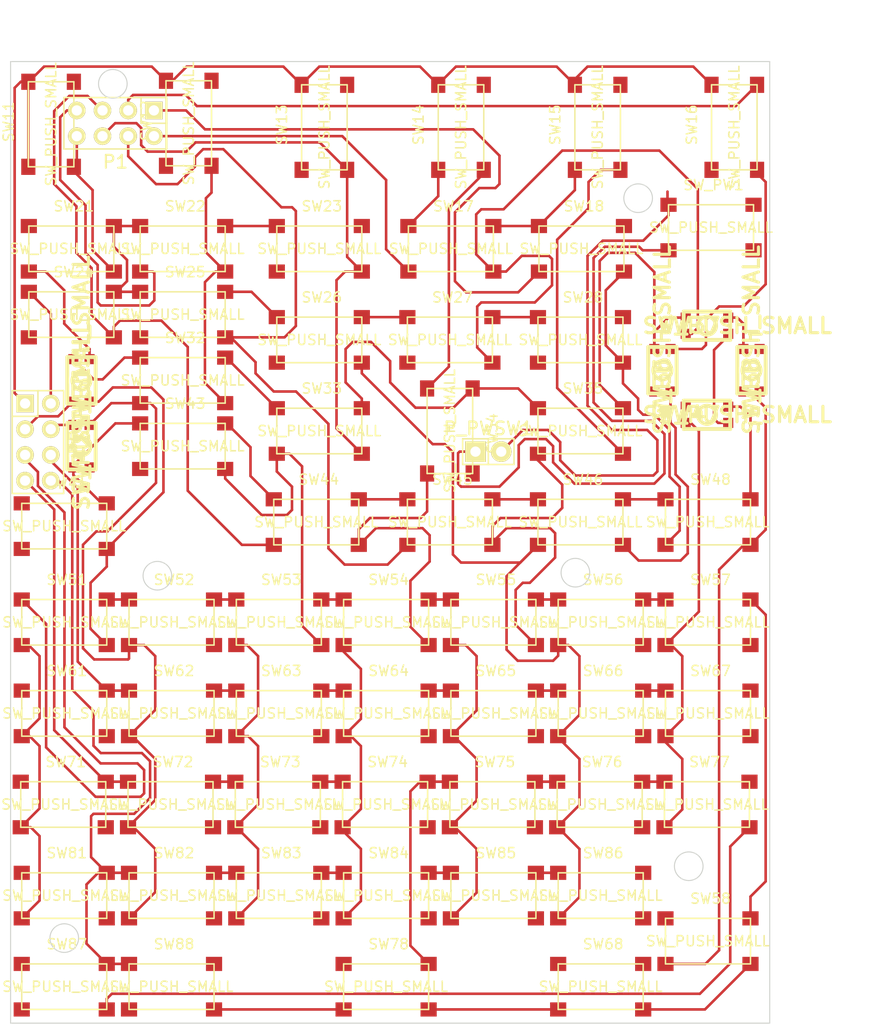
<source format=kicad_pcb>
(kicad_pcb (version 4) (host pcbnew "(2014-09-14 BZR 5135)-product")

  (general
    (links 260)
    (no_connects 129)
    (area 16.206067 19.949999 102.931829 115.050001)
    (thickness 1.6)
    (drawings 13)
    (tracks 587)
    (zones 0)
    (modules 68)
    (nets 19)
  )

  (page A4)
  (layers
    (0 F.Cu signal)
    (31 B.Cu signal)
    (32 B.Adhes user)
    (33 F.Adhes user)
    (34 B.Paste user)
    (35 F.Paste user)
    (36 B.SilkS user)
    (37 F.SilkS user)
    (38 B.Mask user)
    (39 F.Mask user)
    (40 Dwgs.User user)
    (41 Cmts.User user)
    (42 Eco1.User user)
    (43 Eco2.User user)
    (44 Edge.Cuts user)
    (45 Margin user)
    (46 B.CrtYd user)
    (47 F.CrtYd user)
    (48 B.Fab user)
    (49 F.Fab user)
  )

  (setup
    (last_trace_width 0.254)
    (trace_clearance 0.254)
    (zone_clearance 0.508)
    (zone_45_only no)
    (trace_min 0.254)
    (segment_width 0.2)
    (edge_width 0.1)
    (via_size 1.5)
    (via_drill 0.635)
    (via_min_size 0.889)
    (via_min_drill 0.508)
    (uvia_size 0.508)
    (uvia_drill 0.127)
    (uvias_allowed no)
    (uvia_min_size 0.508)
    (uvia_min_drill 0.127)
    (pcb_text_width 0.3)
    (pcb_text_size 1.5 1.5)
    (mod_edge_width 0.15)
    (mod_text_size 1 1)
    (mod_text_width 0.15)
    (pad_size 1.6 1.4)
    (pad_drill 0)
    (pad_to_mask_clearance 0)
    (aux_axis_origin 0 0)
    (visible_elements FFFFFF7F)
    (pcbplotparams
      (layerselection 0x00030_80000001)
      (usegerberextensions false)
      (excludeedgelayer true)
      (linewidth 0.100000)
      (plotframeref false)
      (viasonmask false)
      (mode 1)
      (useauxorigin false)
      (hpglpennumber 1)
      (hpglpenspeed 20)
      (hpglpendiameter 15)
      (hpglpenoverlay 2)
      (psnegative false)
      (psa4output false)
      (plotreference true)
      (plotvalue true)
      (plotinvisibletext false)
      (padsonsilk false)
      (subtractmaskfromsilk false)
      (outputformat 1)
      (mirror false)
      (drillshape 1)
      (scaleselection 1)
      (outputdirectory ""))
  )

  (net 0 "")
  (net 1 "Net-(P1-Pad1)")
  (net 2 "Net-(P1-Pad2)")
  (net 3 "Net-(P1-Pad3)")
  (net 4 "Net-(P1-Pad4)")
  (net 5 "Net-(P1-Pad5)")
  (net 6 "Net-(P1-Pad6)")
  (net 7 "Net-(P1-Pad7)")
  (net 8 "Net-(P1-Pad8)")
  (net 9 "Net-(P2-Pad1)")
  (net 10 "Net-(P2-Pad2)")
  (net 11 "Net-(P2-Pad3)")
  (net 12 "Net-(P2-Pad4)")
  (net 13 "Net-(P2-Pad5)")
  (net 14 "Net-(P2-Pad6)")
  (net 15 "Net-(P2-Pad7)")
  (net 16 "Net-(P2-Pad8)")
  (net 17 "Net-(P_PWSW1-Pad1)")
  (net 18 "Net-(P_PWSW1-Pad2)")

  (net_class Default "Ceci est la Netclass par défaut"
    (clearance 0.254)
    (trace_width 0.254)
    (via_dia 1.5)
    (via_drill 0.635)
    (uvia_dia 0.508)
    (uvia_drill 0.127)
    (add_net "Net-(P1-Pad1)")
    (add_net "Net-(P1-Pad2)")
    (add_net "Net-(P1-Pad3)")
    (add_net "Net-(P1-Pad4)")
    (add_net "Net-(P1-Pad5)")
    (add_net "Net-(P1-Pad6)")
    (add_net "Net-(P1-Pad7)")
    (add_net "Net-(P1-Pad8)")
    (add_net "Net-(P2-Pad1)")
    (add_net "Net-(P2-Pad2)")
    (add_net "Net-(P2-Pad3)")
    (add_net "Net-(P2-Pad4)")
    (add_net "Net-(P2-Pad5)")
    (add_net "Net-(P2-Pad6)")
    (add_net "Net-(P2-Pad7)")
    (add_net "Net-(P2-Pad8)")
    (add_net "Net-(P_PWSW1-Pad1)")
    (add_net "Net-(P_PWSW1-Pad2)")
  )

  (module Pin_Headers:Pin_Header_Straight_2x04 (layer F.Cu) (tedit 544AA661) (tstamp 544AB0AE)
    (at 30.35 26.1 180)
    (descr "Through hole pin header")
    (tags "pin header")
    (path /543907B4)
    (fp_text reference P1 (at 0 -3.81 180) (layer F.SilkS)
      (effects (font (size 1.27 1.27) (thickness 0.2032)))
    )
    (fp_text value CONN_01X08 (at 0 0 180) (layer F.SilkS) hide
      (effects (font (size 1.27 1.27) (thickness 0.2032)))
    )
    (fp_line (start -2.54 2.54) (end 5.08 2.54) (layer F.SilkS) (width 0.15))
    (fp_line (start 5.08 2.54) (end 5.08 -2.54) (layer F.SilkS) (width 0.15))
    (fp_line (start 5.08 -2.54) (end -5.08 -2.54) (layer F.SilkS) (width 0.15))
    (fp_line (start -5.08 -2.54) (end -5.08 0) (layer F.SilkS) (width 0.15))
    (fp_line (start -5.08 2.54) (end -2.54 2.54) (layer F.SilkS) (width 0.15))
    (fp_line (start -5.08 0) (end -2.54 0) (layer F.SilkS) (width 0.15))
    (fp_line (start -2.54 0) (end -2.54 2.54) (layer F.SilkS) (width 0.15))
    (fp_line (start -5.08 2.54) (end -5.08 0) (layer F.SilkS) (width 0.15))
    (pad 1 thru_hole rect (at -3.81 1.27 180) (size 1.7272 1.7272) (drill 1.016) (layers *.Cu *.Mask F.SilkS)
      (net 1 "Net-(P1-Pad1)"))
    (pad 2 thru_hole oval (at -3.81 -1.27 180) (size 1.7272 1.7272) (drill 1.016) (layers *.Cu *.Mask F.SilkS)
      (net 2 "Net-(P1-Pad2)"))
    (pad 3 thru_hole oval (at -1.27 1.27 180) (size 1.7272 1.7272) (drill 1.016) (layers *.Cu *.Mask F.SilkS)
      (net 3 "Net-(P1-Pad3)"))
    (pad 4 thru_hole oval (at -1.27 -1.27 180) (size 1.7272 1.7272) (drill 1.016) (layers *.Cu *.Mask F.SilkS)
      (net 4 "Net-(P1-Pad4)"))
    (pad 5 thru_hole oval (at 1.27 1.27 180) (size 1.7272 1.7272) (drill 1.016) (layers *.Cu *.Mask F.SilkS)
      (net 5 "Net-(P1-Pad5)"))
    (pad 6 thru_hole oval (at 1.27 -1.27 180) (size 1.7272 1.7272) (drill 1.016) (layers *.Cu *.Mask F.SilkS)
      (net 6 "Net-(P1-Pad6)"))
    (pad 7 thru_hole oval (at 3.81 1.27 180) (size 1.7272 1.7272) (drill 1.016) (layers *.Cu *.Mask F.SilkS)
      (net 7 "Net-(P1-Pad7)"))
    (pad 8 thru_hole oval (at 3.81 -1.27 180) (size 1.7272 1.7272) (drill 1.016) (layers *.Cu *.Mask F.SilkS)
      (net 8 "Net-(P1-Pad8)"))
  )

  (module Pin_Headers:Pin_Header_Straight_2x04 (layer F.Cu) (tedit 544AA661) (tstamp 544AB099)
    (at 22.7 57.595 270)
    (descr "Through hole pin header")
    (tags "pin header")
    (path /54391080)
    (fp_text reference P2 (at 0 -3.81 270) (layer F.SilkS)
      (effects (font (size 1.27 1.27) (thickness 0.2032)))
    )
    (fp_text value CONN_01X08 (at 0 0 270) (layer F.SilkS) hide
      (effects (font (size 1.27 1.27) (thickness 0.2032)))
    )
    (fp_line (start -2.54 2.54) (end 5.08 2.54) (layer F.SilkS) (width 0.15))
    (fp_line (start 5.08 2.54) (end 5.08 -2.54) (layer F.SilkS) (width 0.15))
    (fp_line (start 5.08 -2.54) (end -5.08 -2.54) (layer F.SilkS) (width 0.15))
    (fp_line (start -5.08 -2.54) (end -5.08 0) (layer F.SilkS) (width 0.15))
    (fp_line (start -5.08 2.54) (end -2.54 2.54) (layer F.SilkS) (width 0.15))
    (fp_line (start -5.08 0) (end -2.54 0) (layer F.SilkS) (width 0.15))
    (fp_line (start -2.54 0) (end -2.54 2.54) (layer F.SilkS) (width 0.15))
    (fp_line (start -5.08 2.54) (end -5.08 0) (layer F.SilkS) (width 0.15))
    (pad 1 thru_hole rect (at -3.81 1.27 270) (size 1.7272 1.7272) (drill 1.016) (layers *.Cu *.Mask F.SilkS)
      (net 9 "Net-(P2-Pad1)"))
    (pad 2 thru_hole oval (at -3.81 -1.27 270) (size 1.7272 1.7272) (drill 1.016) (layers *.Cu *.Mask F.SilkS)
      (net 10 "Net-(P2-Pad2)"))
    (pad 3 thru_hole oval (at -1.27 1.27 270) (size 1.7272 1.7272) (drill 1.016) (layers *.Cu *.Mask F.SilkS)
      (net 11 "Net-(P2-Pad3)"))
    (pad 4 thru_hole oval (at -1.27 -1.27 270) (size 1.7272 1.7272) (drill 1.016) (layers *.Cu *.Mask F.SilkS)
      (net 12 "Net-(P2-Pad4)"))
    (pad 5 thru_hole oval (at 1.27 1.27 270) (size 1.7272 1.7272) (drill 1.016) (layers *.Cu *.Mask F.SilkS)
      (net 13 "Net-(P2-Pad5)"))
    (pad 6 thru_hole oval (at 1.27 -1.27 270) (size 1.7272 1.7272) (drill 1.016) (layers *.Cu *.Mask F.SilkS)
      (net 14 "Net-(P2-Pad6)"))
    (pad 7 thru_hole oval (at 3.81 1.27 270) (size 1.7272 1.7272) (drill 1.016) (layers *.Cu *.Mask F.SilkS)
      (net 15 "Net-(P2-Pad7)"))
    (pad 8 thru_hole oval (at 3.81 -1.27 270) (size 1.7272 1.7272) (drill 1.016) (layers *.Cu *.Mask F.SilkS)
      (net 16 "Net-(P2-Pad8)"))
  )

  (module footprintBouton:bouton_large (layer F.Cu) (tedit 544A86F5) (tstamp 544AB43E)
    (at 24 26.2 90)
    (path /5438BDBE)
    (fp_text reference SW11 (at 0.25 -4.2 90) (layer F.SilkS)
      (effects (font (size 1 1) (thickness 0.15)))
    )
    (fp_text value SW_PUSH_SMALL (at 0 0 90) (layer F.SilkS)
      (effects (font (size 1 1) (thickness 0.15)))
    )
    (fp_line (start -4.2 -2.25) (end -4.2 2.25) (layer F.SilkS) (width 0.15))
    (fp_line (start -4.2 2.25) (end 4.2 2.25) (layer F.SilkS) (width 0.15))
    (fp_line (start 4.2 2.25) (end 4.2 -2.25) (layer F.SilkS) (width 0.15))
    (fp_line (start 4.2 -2.25) (end -4.2 -2.25) (layer F.SilkS) (width 0.15))
    (pad 1 smd rect (at -4.2 -2.25 90) (size 1.6 1.4) (layers F.Cu F.Paste F.Mask)
      (net 9 "Net-(P2-Pad1)"))
    (pad 2 smd rect (at -4.2 2.25 90) (size 1.6 1.4) (layers F.Cu F.Paste F.Mask)
      (net 8 "Net-(P1-Pad8)"))
    (pad 1 smd rect (at 4.2 -2.25 90) (size 1.6 1.4) (layers F.Cu F.Paste F.Mask)
      (net 9 "Net-(P2-Pad1)"))
    (pad 2 smd rect (at 4.2 2.25 90) (size 1.6 1.4) (layers F.Cu F.Paste F.Mask)
      (net 8 "Net-(P1-Pad8)"))
    (model ./bouton.wrl
      (at (xyz 0 0 0))
      (scale (xyz 0.39 0.39 0.39))
      (rotate (xyz 0 0 90))
    )
  )

  (module footprintBouton:bouton_large (layer F.Cu) (tedit 544A86F5) (tstamp 544AA972)
    (at 37.6 26.1 90)
    (path /5438BDF0)
    (fp_text reference SW12 (at 0.25 -4.2 90) (layer F.SilkS)
      (effects (font (size 1 1) (thickness 0.15)))
    )
    (fp_text value SW_PUSH_SMALL (at 0 0 90) (layer F.SilkS)
      (effects (font (size 1 1) (thickness 0.15)))
    )
    (fp_line (start -4.2 -2.25) (end -4.2 2.25) (layer F.SilkS) (width 0.15))
    (fp_line (start -4.2 2.25) (end 4.2 2.25) (layer F.SilkS) (width 0.15))
    (fp_line (start 4.2 2.25) (end 4.2 -2.25) (layer F.SilkS) (width 0.15))
    (fp_line (start 4.2 -2.25) (end -4.2 -2.25) (layer F.SilkS) (width 0.15))
    (pad 1 smd rect (at -4.2 -2.25 90) (size 1.6 1.4) (layers F.Cu F.Paste F.Mask)
      (net 9 "Net-(P2-Pad1)"))
    (pad 2 smd rect (at -4.2 2.25 90) (size 1.6 1.4) (layers F.Cu F.Paste F.Mask)
      (net 7 "Net-(P1-Pad7)"))
    (pad 1 smd rect (at 4.2 -2.25 90) (size 1.6 1.4) (layers F.Cu F.Paste F.Mask)
      (net 9 "Net-(P2-Pad1)"))
    (pad 2 smd rect (at 4.2 2.25 90) (size 1.6 1.4) (layers F.Cu F.Paste F.Mask)
      (net 7 "Net-(P1-Pad7)"))
    (model ./bouton.wrl
      (at (xyz 0 0 0))
      (scale (xyz 0.39 0.39 0.39))
      (rotate (xyz 0 0 90))
    )
  )

  (module footprintBouton:bouton_large (layer F.Cu) (tedit 544A86F5) (tstamp 544AA97E)
    (at 51 26.5 90)
    (path /5438BB9D)
    (fp_text reference SW13 (at 0.25 -4.2 90) (layer F.SilkS)
      (effects (font (size 1 1) (thickness 0.15)))
    )
    (fp_text value SW_PUSH_SMALL (at 0 0 90) (layer F.SilkS)
      (effects (font (size 1 1) (thickness 0.15)))
    )
    (fp_line (start -4.2 -2.25) (end -4.2 2.25) (layer F.SilkS) (width 0.15))
    (fp_line (start -4.2 2.25) (end 4.2 2.25) (layer F.SilkS) (width 0.15))
    (fp_line (start 4.2 2.25) (end 4.2 -2.25) (layer F.SilkS) (width 0.15))
    (fp_line (start 4.2 -2.25) (end -4.2 -2.25) (layer F.SilkS) (width 0.15))
    (pad 1 smd rect (at -4.2 -2.25 90) (size 1.6 1.4) (layers F.Cu F.Paste F.Mask)
      (net 9 "Net-(P2-Pad1)"))
    (pad 2 smd rect (at -4.2 2.25 90) (size 1.6 1.4) (layers F.Cu F.Paste F.Mask)
      (net 6 "Net-(P1-Pad6)"))
    (pad 1 smd rect (at 4.2 -2.25 90) (size 1.6 1.4) (layers F.Cu F.Paste F.Mask)
      (net 9 "Net-(P2-Pad1)"))
    (pad 2 smd rect (at 4.2 2.25 90) (size 1.6 1.4) (layers F.Cu F.Paste F.Mask)
      (net 6 "Net-(P1-Pad6)"))
    (model ./bouton.wrl
      (at (xyz 0 0 0))
      (scale (xyz 0.39 0.39 0.39))
      (rotate (xyz 0 0 90))
    )
  )

  (module footprintBouton:bouton_large (layer F.Cu) (tedit 544A86F5) (tstamp 544AA98A)
    (at 64.5 26.5 90)
    (path /5438BD73)
    (fp_text reference SW14 (at 0.25 -4.2 90) (layer F.SilkS)
      (effects (font (size 1 1) (thickness 0.15)))
    )
    (fp_text value SW_PUSH_SMALL (at 0 0 90) (layer F.SilkS)
      (effects (font (size 1 1) (thickness 0.15)))
    )
    (fp_line (start -4.2 -2.25) (end -4.2 2.25) (layer F.SilkS) (width 0.15))
    (fp_line (start -4.2 2.25) (end 4.2 2.25) (layer F.SilkS) (width 0.15))
    (fp_line (start 4.2 2.25) (end 4.2 -2.25) (layer F.SilkS) (width 0.15))
    (fp_line (start 4.2 -2.25) (end -4.2 -2.25) (layer F.SilkS) (width 0.15))
    (pad 1 smd rect (at -4.2 -2.25 90) (size 1.6 1.4) (layers F.Cu F.Paste F.Mask)
      (net 9 "Net-(P2-Pad1)"))
    (pad 2 smd rect (at -4.2 2.25 90) (size 1.6 1.4) (layers F.Cu F.Paste F.Mask)
      (net 5 "Net-(P1-Pad5)"))
    (pad 1 smd rect (at 4.2 -2.25 90) (size 1.6 1.4) (layers F.Cu F.Paste F.Mask)
      (net 9 "Net-(P2-Pad1)"))
    (pad 2 smd rect (at 4.2 2.25 90) (size 1.6 1.4) (layers F.Cu F.Paste F.Mask)
      (net 5 "Net-(P1-Pad5)"))
    (model ./bouton.wrl
      (at (xyz 0 0 0))
      (scale (xyz 0.39 0.39 0.39))
      (rotate (xyz 0 0 90))
    )
  )

  (module footprintBouton:bouton_large (layer F.Cu) (tedit 544A86F5) (tstamp 544AA996)
    (at 78 26.5 90)
    (path /5438C1D3)
    (fp_text reference SW15 (at 0.25 -4.2 90) (layer F.SilkS)
      (effects (font (size 1 1) (thickness 0.15)))
    )
    (fp_text value SW_PUSH_SMALL (at 0 0 90) (layer F.SilkS)
      (effects (font (size 1 1) (thickness 0.15)))
    )
    (fp_line (start -4.2 -2.25) (end -4.2 2.25) (layer F.SilkS) (width 0.15))
    (fp_line (start -4.2 2.25) (end 4.2 2.25) (layer F.SilkS) (width 0.15))
    (fp_line (start 4.2 2.25) (end 4.2 -2.25) (layer F.SilkS) (width 0.15))
    (fp_line (start 4.2 -2.25) (end -4.2 -2.25) (layer F.SilkS) (width 0.15))
    (pad 1 smd rect (at -4.2 -2.25 90) (size 1.6 1.4) (layers F.Cu F.Paste F.Mask)
      (net 9 "Net-(P2-Pad1)"))
    (pad 2 smd rect (at -4.2 2.25 90) (size 1.6 1.4) (layers F.Cu F.Paste F.Mask)
      (net 4 "Net-(P1-Pad4)"))
    (pad 1 smd rect (at 4.2 -2.25 90) (size 1.6 1.4) (layers F.Cu F.Paste F.Mask)
      (net 9 "Net-(P2-Pad1)"))
    (pad 2 smd rect (at 4.2 2.25 90) (size 1.6 1.4) (layers F.Cu F.Paste F.Mask)
      (net 4 "Net-(P1-Pad4)"))
    (model ./bouton.wrl
      (at (xyz 0 0 0))
      (scale (xyz 0.39 0.39 0.39))
      (rotate (xyz 0 0 90))
    )
  )

  (module footprintBouton:bouton_large (layer F.Cu) (tedit 544A86F5) (tstamp 544AA9A2)
    (at 91.5 26.5 90)
    (path /5438C1D9)
    (fp_text reference SW16 (at 0.25 -4.2 90) (layer F.SilkS)
      (effects (font (size 1 1) (thickness 0.15)))
    )
    (fp_text value SW_PUSH_SMALL (at 0 0 90) (layer F.SilkS)
      (effects (font (size 1 1) (thickness 0.15)))
    )
    (fp_line (start -4.2 -2.25) (end -4.2 2.25) (layer F.SilkS) (width 0.15))
    (fp_line (start -4.2 2.25) (end 4.2 2.25) (layer F.SilkS) (width 0.15))
    (fp_line (start 4.2 2.25) (end 4.2 -2.25) (layer F.SilkS) (width 0.15))
    (fp_line (start 4.2 -2.25) (end -4.2 -2.25) (layer F.SilkS) (width 0.15))
    (pad 1 smd rect (at -4.2 -2.25 90) (size 1.6 1.4) (layers F.Cu F.Paste F.Mask)
      (net 9 "Net-(P2-Pad1)"))
    (pad 2 smd rect (at -4.2 2.25 90) (size 1.6 1.4) (layers F.Cu F.Paste F.Mask)
      (net 3 "Net-(P1-Pad3)"))
    (pad 1 smd rect (at 4.2 -2.25 90) (size 1.6 1.4) (layers F.Cu F.Paste F.Mask)
      (net 9 "Net-(P2-Pad1)"))
    (pad 2 smd rect (at 4.2 2.25 90) (size 1.6 1.4) (layers F.Cu F.Paste F.Mask)
      (net 3 "Net-(P1-Pad3)"))
    (model ./bouton.wrl
      (at (xyz 0 0 0))
      (scale (xyz 0.39 0.39 0.39))
      (rotate (xyz 0 0 90))
    )
  )

  (module footprintBouton:bouton_large (layer F.Cu) (tedit 544A86F5) (tstamp 544AA9AE)
    (at 63.5 38.5)
    (path /5438C1C7)
    (fp_text reference SW17 (at 0.25 -4.2) (layer F.SilkS)
      (effects (font (size 1 1) (thickness 0.15)))
    )
    (fp_text value SW_PUSH_SMALL (at 0 0) (layer F.SilkS)
      (effects (font (size 1 1) (thickness 0.15)))
    )
    (fp_line (start -4.2 -2.25) (end -4.2 2.25) (layer F.SilkS) (width 0.15))
    (fp_line (start -4.2 2.25) (end 4.2 2.25) (layer F.SilkS) (width 0.15))
    (fp_line (start 4.2 2.25) (end 4.2 -2.25) (layer F.SilkS) (width 0.15))
    (fp_line (start 4.2 -2.25) (end -4.2 -2.25) (layer F.SilkS) (width 0.15))
    (pad 1 smd rect (at -4.2 -2.25) (size 1.6 1.4) (layers F.Cu F.Paste F.Mask)
      (net 9 "Net-(P2-Pad1)"))
    (pad 2 smd rect (at -4.2 2.25) (size 1.6 1.4) (layers F.Cu F.Paste F.Mask)
      (net 2 "Net-(P1-Pad2)"))
    (pad 1 smd rect (at 4.2 -2.25) (size 1.6 1.4) (layers F.Cu F.Paste F.Mask)
      (net 9 "Net-(P2-Pad1)"))
    (pad 2 smd rect (at 4.2 2.25) (size 1.6 1.4) (layers F.Cu F.Paste F.Mask)
      (net 2 "Net-(P1-Pad2)"))
    (model ./bouton.wrl
      (at (xyz 0 0 0))
      (scale (xyz 0.39 0.39 0.39))
      (rotate (xyz 0 0 90))
    )
  )

  (module footprintBouton:bouton_large (layer F.Cu) (tedit 544A86F5) (tstamp 544AA9BA)
    (at 76.4 38.5)
    (path /5438C1CD)
    (fp_text reference SW18 (at 0.25 -4.2) (layer F.SilkS)
      (effects (font (size 1 1) (thickness 0.15)))
    )
    (fp_text value SW_PUSH_SMALL (at 0 0) (layer F.SilkS)
      (effects (font (size 1 1) (thickness 0.15)))
    )
    (fp_line (start -4.2 -2.25) (end -4.2 2.25) (layer F.SilkS) (width 0.15))
    (fp_line (start -4.2 2.25) (end 4.2 2.25) (layer F.SilkS) (width 0.15))
    (fp_line (start 4.2 2.25) (end 4.2 -2.25) (layer F.SilkS) (width 0.15))
    (fp_line (start 4.2 -2.25) (end -4.2 -2.25) (layer F.SilkS) (width 0.15))
    (pad 1 smd rect (at -4.2 -2.25) (size 1.6 1.4) (layers F.Cu F.Paste F.Mask)
      (net 9 "Net-(P2-Pad1)"))
    (pad 2 smd rect (at -4.2 2.25) (size 1.6 1.4) (layers F.Cu F.Paste F.Mask)
      (net 1 "Net-(P1-Pad1)"))
    (pad 1 smd rect (at 4.2 -2.25) (size 1.6 1.4) (layers F.Cu F.Paste F.Mask)
      (net 9 "Net-(P2-Pad1)"))
    (pad 2 smd rect (at 4.2 2.25) (size 1.6 1.4) (layers F.Cu F.Paste F.Mask)
      (net 1 "Net-(P1-Pad1)"))
    (model ./bouton.wrl
      (at (xyz 0 0 0))
      (scale (xyz 0.39 0.39 0.39))
      (rotate (xyz 0 0 90))
    )
  )

  (module footprintBouton:bouton_large (layer F.Cu) (tedit 544A86F5) (tstamp 544AA9C6)
    (at 26 38.5)
    (path /5438C48B)
    (fp_text reference SW21 (at 0.25 -4.2) (layer F.SilkS)
      (effects (font (size 1 1) (thickness 0.15)))
    )
    (fp_text value SW_PUSH_SMALL (at 0 0) (layer F.SilkS)
      (effects (font (size 1 1) (thickness 0.15)))
    )
    (fp_line (start -4.2 -2.25) (end -4.2 2.25) (layer F.SilkS) (width 0.15))
    (fp_line (start -4.2 2.25) (end 4.2 2.25) (layer F.SilkS) (width 0.15))
    (fp_line (start 4.2 2.25) (end 4.2 -2.25) (layer F.SilkS) (width 0.15))
    (fp_line (start 4.2 -2.25) (end -4.2 -2.25) (layer F.SilkS) (width 0.15))
    (pad 1 smd rect (at -4.2 -2.25) (size 1.6 1.4) (layers F.Cu F.Paste F.Mask)
      (net 10 "Net-(P2-Pad2)"))
    (pad 2 smd rect (at -4.2 2.25) (size 1.6 1.4) (layers F.Cu F.Paste F.Mask)
      (net 8 "Net-(P1-Pad8)"))
    (pad 1 smd rect (at 4.2 -2.25) (size 1.6 1.4) (layers F.Cu F.Paste F.Mask)
      (net 10 "Net-(P2-Pad2)"))
    (pad 2 smd rect (at 4.2 2.25) (size 1.6 1.4) (layers F.Cu F.Paste F.Mask)
      (net 8 "Net-(P1-Pad8)"))
    (model ./bouton.wrl
      (at (xyz 0 0 0))
      (scale (xyz 0.39 0.39 0.39))
      (rotate (xyz 0 0 90))
    )
  )

  (module footprintBouton:bouton_large (layer F.Cu) (tedit 544A86F5) (tstamp 544AA9D2)
    (at 37 38.5)
    (path /5438C491)
    (fp_text reference SW22 (at 0.25 -4.2) (layer F.SilkS)
      (effects (font (size 1 1) (thickness 0.15)))
    )
    (fp_text value SW_PUSH_SMALL (at 0 0) (layer F.SilkS)
      (effects (font (size 1 1) (thickness 0.15)))
    )
    (fp_line (start -4.2 -2.25) (end -4.2 2.25) (layer F.SilkS) (width 0.15))
    (fp_line (start -4.2 2.25) (end 4.2 2.25) (layer F.SilkS) (width 0.15))
    (fp_line (start 4.2 2.25) (end 4.2 -2.25) (layer F.SilkS) (width 0.15))
    (fp_line (start 4.2 -2.25) (end -4.2 -2.25) (layer F.SilkS) (width 0.15))
    (pad 1 smd rect (at -4.2 -2.25) (size 1.6 1.4) (layers F.Cu F.Paste F.Mask)
      (net 10 "Net-(P2-Pad2)"))
    (pad 2 smd rect (at -4.2 2.25) (size 1.6 1.4) (layers F.Cu F.Paste F.Mask)
      (net 7 "Net-(P1-Pad7)"))
    (pad 1 smd rect (at 4.2 -2.25) (size 1.6 1.4) (layers F.Cu F.Paste F.Mask)
      (net 10 "Net-(P2-Pad2)"))
    (pad 2 smd rect (at 4.2 2.25) (size 1.6 1.4) (layers F.Cu F.Paste F.Mask)
      (net 7 "Net-(P1-Pad7)"))
    (model ./bouton.wrl
      (at (xyz 0 0 0))
      (scale (xyz 0.39 0.39 0.39))
      (rotate (xyz 0 0 90))
    )
  )

  (module footprintBouton:bouton_large (layer F.Cu) (tedit 544A86F5) (tstamp 544AA9DE)
    (at 50.5 38.5)
    (path /5438C47F)
    (fp_text reference SW23 (at 0.25 -4.2) (layer F.SilkS)
      (effects (font (size 1 1) (thickness 0.15)))
    )
    (fp_text value SW_PUSH_SMALL (at 0 0) (layer F.SilkS)
      (effects (font (size 1 1) (thickness 0.15)))
    )
    (fp_line (start -4.2 -2.25) (end -4.2 2.25) (layer F.SilkS) (width 0.15))
    (fp_line (start -4.2 2.25) (end 4.2 2.25) (layer F.SilkS) (width 0.15))
    (fp_line (start 4.2 2.25) (end 4.2 -2.25) (layer F.SilkS) (width 0.15))
    (fp_line (start 4.2 -2.25) (end -4.2 -2.25) (layer F.SilkS) (width 0.15))
    (pad 1 smd rect (at -4.2 -2.25) (size 1.6 1.4) (layers F.Cu F.Paste F.Mask)
      (net 10 "Net-(P2-Pad2)"))
    (pad 2 smd rect (at -4.2 2.25) (size 1.6 1.4) (layers F.Cu F.Paste F.Mask)
      (net 6 "Net-(P1-Pad6)"))
    (pad 1 smd rect (at 4.2 -2.25) (size 1.6 1.4) (layers F.Cu F.Paste F.Mask)
      (net 10 "Net-(P2-Pad2)"))
    (pad 2 smd rect (at 4.2 2.25) (size 1.6 1.4) (layers F.Cu F.Paste F.Mask)
      (net 6 "Net-(P1-Pad6)"))
    (model ./bouton.wrl
      (at (xyz 0 0 0))
      (scale (xyz 0.39 0.39 0.39))
      (rotate (xyz 0 0 90))
    )
  )

  (module footprintBouton:bouton_large (layer F.Cu) (tedit 544A86F5) (tstamp 544AA9EA)
    (at 26 45)
    (path /5438C485)
    (fp_text reference SW24 (at 0.25 -4.2) (layer F.SilkS)
      (effects (font (size 1 1) (thickness 0.15)))
    )
    (fp_text value SW_PUSH_SMALL (at 0 0) (layer F.SilkS)
      (effects (font (size 1 1) (thickness 0.15)))
    )
    (fp_line (start -4.2 -2.25) (end -4.2 2.25) (layer F.SilkS) (width 0.15))
    (fp_line (start -4.2 2.25) (end 4.2 2.25) (layer F.SilkS) (width 0.15))
    (fp_line (start 4.2 2.25) (end 4.2 -2.25) (layer F.SilkS) (width 0.15))
    (fp_line (start 4.2 -2.25) (end -4.2 -2.25) (layer F.SilkS) (width 0.15))
    (pad 1 smd rect (at -4.2 -2.25) (size 1.6 1.4) (layers F.Cu F.Paste F.Mask)
      (net 10 "Net-(P2-Pad2)"))
    (pad 2 smd rect (at -4.2 2.25) (size 1.6 1.4) (layers F.Cu F.Paste F.Mask)
      (net 5 "Net-(P1-Pad5)"))
    (pad 1 smd rect (at 4.2 -2.25) (size 1.6 1.4) (layers F.Cu F.Paste F.Mask)
      (net 10 "Net-(P2-Pad2)"))
    (pad 2 smd rect (at 4.2 2.25) (size 1.6 1.4) (layers F.Cu F.Paste F.Mask)
      (net 5 "Net-(P1-Pad5)"))
    (model ./bouton.wrl
      (at (xyz 0 0 0))
      (scale (xyz 0.39 0.39 0.39))
      (rotate (xyz 0 0 90))
    )
  )

  (module footprintBouton:bouton_large (layer F.Cu) (tedit 544A86F5) (tstamp 544AA9F6)
    (at 37 45)
    (path /5438C4A3)
    (fp_text reference SW25 (at 0.25 -4.2) (layer F.SilkS)
      (effects (font (size 1 1) (thickness 0.15)))
    )
    (fp_text value SW_PUSH_SMALL (at 0 0) (layer F.SilkS)
      (effects (font (size 1 1) (thickness 0.15)))
    )
    (fp_line (start -4.2 -2.25) (end -4.2 2.25) (layer F.SilkS) (width 0.15))
    (fp_line (start -4.2 2.25) (end 4.2 2.25) (layer F.SilkS) (width 0.15))
    (fp_line (start 4.2 2.25) (end 4.2 -2.25) (layer F.SilkS) (width 0.15))
    (fp_line (start 4.2 -2.25) (end -4.2 -2.25) (layer F.SilkS) (width 0.15))
    (pad 1 smd rect (at -4.2 -2.25) (size 1.6 1.4) (layers F.Cu F.Paste F.Mask)
      (net 10 "Net-(P2-Pad2)"))
    (pad 2 smd rect (at -4.2 2.25) (size 1.6 1.4) (layers F.Cu F.Paste F.Mask)
      (net 4 "Net-(P1-Pad4)"))
    (pad 1 smd rect (at 4.2 -2.25) (size 1.6 1.4) (layers F.Cu F.Paste F.Mask)
      (net 10 "Net-(P2-Pad2)"))
    (pad 2 smd rect (at 4.2 2.25) (size 1.6 1.4) (layers F.Cu F.Paste F.Mask)
      (net 4 "Net-(P1-Pad4)"))
    (model ./bouton.wrl
      (at (xyz 0 0 0))
      (scale (xyz 0.39 0.39 0.39))
      (rotate (xyz 0 0 90))
    )
  )

  (module footprintBouton:bouton_large (layer F.Cu) (tedit 544A86F5) (tstamp 544AAA02)
    (at 50.5 47.5)
    (path /5438C4A9)
    (fp_text reference SW26 (at 0.25 -4.2) (layer F.SilkS)
      (effects (font (size 1 1) (thickness 0.15)))
    )
    (fp_text value SW_PUSH_SMALL (at 0 0) (layer F.SilkS)
      (effects (font (size 1 1) (thickness 0.15)))
    )
    (fp_line (start -4.2 -2.25) (end -4.2 2.25) (layer F.SilkS) (width 0.15))
    (fp_line (start -4.2 2.25) (end 4.2 2.25) (layer F.SilkS) (width 0.15))
    (fp_line (start 4.2 2.25) (end 4.2 -2.25) (layer F.SilkS) (width 0.15))
    (fp_line (start 4.2 -2.25) (end -4.2 -2.25) (layer F.SilkS) (width 0.15))
    (pad 1 smd rect (at -4.2 -2.25) (size 1.6 1.4) (layers F.Cu F.Paste F.Mask)
      (net 10 "Net-(P2-Pad2)"))
    (pad 2 smd rect (at -4.2 2.25) (size 1.6 1.4) (layers F.Cu F.Paste F.Mask)
      (net 3 "Net-(P1-Pad3)"))
    (pad 1 smd rect (at 4.2 -2.25) (size 1.6 1.4) (layers F.Cu F.Paste F.Mask)
      (net 10 "Net-(P2-Pad2)"))
    (pad 2 smd rect (at 4.2 2.25) (size 1.6 1.4) (layers F.Cu F.Paste F.Mask)
      (net 3 "Net-(P1-Pad3)"))
    (model ./bouton.wrl
      (at (xyz 0 0 0))
      (scale (xyz 0.39 0.39 0.39))
      (rotate (xyz 0 0 90))
    )
  )

  (module footprintBouton:bouton_large (layer F.Cu) (tedit 544A86F5) (tstamp 544AAA0E)
    (at 63.4 47.5)
    (path /5438C497)
    (fp_text reference SW27 (at 0.25 -4.2) (layer F.SilkS)
      (effects (font (size 1 1) (thickness 0.15)))
    )
    (fp_text value SW_PUSH_SMALL (at 0 0) (layer F.SilkS)
      (effects (font (size 1 1) (thickness 0.15)))
    )
    (fp_line (start -4.2 -2.25) (end -4.2 2.25) (layer F.SilkS) (width 0.15))
    (fp_line (start -4.2 2.25) (end 4.2 2.25) (layer F.SilkS) (width 0.15))
    (fp_line (start 4.2 2.25) (end 4.2 -2.25) (layer F.SilkS) (width 0.15))
    (fp_line (start 4.2 -2.25) (end -4.2 -2.25) (layer F.SilkS) (width 0.15))
    (pad 1 smd rect (at -4.2 -2.25) (size 1.6 1.4) (layers F.Cu F.Paste F.Mask)
      (net 10 "Net-(P2-Pad2)"))
    (pad 2 smd rect (at -4.2 2.25) (size 1.6 1.4) (layers F.Cu F.Paste F.Mask)
      (net 2 "Net-(P1-Pad2)"))
    (pad 1 smd rect (at 4.2 -2.25) (size 1.6 1.4) (layers F.Cu F.Paste F.Mask)
      (net 10 "Net-(P2-Pad2)"))
    (pad 2 smd rect (at 4.2 2.25) (size 1.6 1.4) (layers F.Cu F.Paste F.Mask)
      (net 2 "Net-(P1-Pad2)"))
    (model ./bouton.wrl
      (at (xyz 0 0 0))
      (scale (xyz 0.39 0.39 0.39))
      (rotate (xyz 0 0 90))
    )
  )

  (module footprintBouton:bouton_large (layer F.Cu) (tedit 544A86F5) (tstamp 544AAA1A)
    (at 76.3 47.5)
    (path /5438C49D)
    (fp_text reference SW28 (at 0.25 -4.2) (layer F.SilkS)
      (effects (font (size 1 1) (thickness 0.15)))
    )
    (fp_text value SW_PUSH_SMALL (at 0 0) (layer F.SilkS)
      (effects (font (size 1 1) (thickness 0.15)))
    )
    (fp_line (start -4.2 -2.25) (end -4.2 2.25) (layer F.SilkS) (width 0.15))
    (fp_line (start -4.2 2.25) (end 4.2 2.25) (layer F.SilkS) (width 0.15))
    (fp_line (start 4.2 2.25) (end 4.2 -2.25) (layer F.SilkS) (width 0.15))
    (fp_line (start 4.2 -2.25) (end -4.2 -2.25) (layer F.SilkS) (width 0.15))
    (pad 1 smd rect (at -4.2 -2.25) (size 1.6 1.4) (layers F.Cu F.Paste F.Mask)
      (net 10 "Net-(P2-Pad2)"))
    (pad 2 smd rect (at -4.2 2.25) (size 1.6 1.4) (layers F.Cu F.Paste F.Mask)
      (net 1 "Net-(P1-Pad1)"))
    (pad 1 smd rect (at 4.2 -2.25) (size 1.6 1.4) (layers F.Cu F.Paste F.Mask)
      (net 10 "Net-(P2-Pad2)"))
    (pad 2 smd rect (at 4.2 2.25) (size 1.6 1.4) (layers F.Cu F.Paste F.Mask)
      (net 1 "Net-(P1-Pad1)"))
    (model ./bouton.wrl
      (at (xyz 0 0 0))
      (scale (xyz 0.39 0.39 0.39))
      (rotate (xyz 0 0 90))
    )
  )

  (module footprintBouton:bouton_large (layer F.Cu) (tedit 544A86F5) (tstamp 544AAA32)
    (at 37 51.5)
    (path /5438C7E1)
    (fp_text reference SW32 (at 0.25 -4.2) (layer F.SilkS)
      (effects (font (size 1 1) (thickness 0.15)))
    )
    (fp_text value SW_PUSH_SMALL (at 0 0) (layer F.SilkS)
      (effects (font (size 1 1) (thickness 0.15)))
    )
    (fp_line (start -4.2 -2.25) (end -4.2 2.25) (layer F.SilkS) (width 0.15))
    (fp_line (start -4.2 2.25) (end 4.2 2.25) (layer F.SilkS) (width 0.15))
    (fp_line (start 4.2 2.25) (end 4.2 -2.25) (layer F.SilkS) (width 0.15))
    (fp_line (start 4.2 -2.25) (end -4.2 -2.25) (layer F.SilkS) (width 0.15))
    (pad 1 smd rect (at -4.2 -2.25) (size 1.6 1.4) (layers F.Cu F.Paste F.Mask)
      (net 11 "Net-(P2-Pad3)"))
    (pad 2 smd rect (at -4.2 2.25) (size 1.6 1.4) (layers F.Cu F.Paste F.Mask)
      (net 7 "Net-(P1-Pad7)"))
    (pad 1 smd rect (at 4.2 -2.25) (size 1.6 1.4) (layers F.Cu F.Paste F.Mask)
      (net 11 "Net-(P2-Pad3)"))
    (pad 2 smd rect (at 4.2 2.25) (size 1.6 1.4) (layers F.Cu F.Paste F.Mask)
      (net 7 "Net-(P1-Pad7)"))
    (model ./bouton.wrl
      (at (xyz 0 0 0))
      (scale (xyz 0.39 0.39 0.39))
      (rotate (xyz 0 0 90))
    )
  )

  (module footprintBouton:bouton_large (layer F.Cu) (tedit 544A86F5) (tstamp 544AAA3E)
    (at 50.5 56.5)
    (path /5438C7CF)
    (fp_text reference SW33 (at 0.25 -4.2) (layer F.SilkS)
      (effects (font (size 1 1) (thickness 0.15)))
    )
    (fp_text value SW_PUSH_SMALL (at 0 0) (layer F.SilkS)
      (effects (font (size 1 1) (thickness 0.15)))
    )
    (fp_line (start -4.2 -2.25) (end -4.2 2.25) (layer F.SilkS) (width 0.15))
    (fp_line (start -4.2 2.25) (end 4.2 2.25) (layer F.SilkS) (width 0.15))
    (fp_line (start 4.2 2.25) (end 4.2 -2.25) (layer F.SilkS) (width 0.15))
    (fp_line (start 4.2 -2.25) (end -4.2 -2.25) (layer F.SilkS) (width 0.15))
    (pad 1 smd rect (at -4.2 -2.25) (size 1.6 1.4) (layers F.Cu F.Paste F.Mask)
      (net 11 "Net-(P2-Pad3)"))
    (pad 2 smd rect (at -4.2 2.25) (size 1.6 1.4) (layers F.Cu F.Paste F.Mask)
      (net 6 "Net-(P1-Pad6)"))
    (pad 1 smd rect (at 4.2 -2.25) (size 1.6 1.4) (layers F.Cu F.Paste F.Mask)
      (net 11 "Net-(P2-Pad3)"))
    (pad 2 smd rect (at 4.2 2.25) (size 1.6 1.4) (layers F.Cu F.Paste F.Mask)
      (net 6 "Net-(P1-Pad6)"))
    (model ./bouton.wrl
      (at (xyz 0 0 0))
      (scale (xyz 0.39 0.39 0.39))
      (rotate (xyz 0 0 90))
    )
  )

  (module footprintBouton:bouton_large (layer F.Cu) (tedit 544A86F5) (tstamp 544AAA4A)
    (at 63.4 56.5 270)
    (path /5438C7D5)
    (fp_text reference SW34 (at 0.25 -4.2 270) (layer F.SilkS)
      (effects (font (size 1 1) (thickness 0.15)))
    )
    (fp_text value SW_PUSH_SMALL (at 0 0 270) (layer F.SilkS)
      (effects (font (size 1 1) (thickness 0.15)))
    )
    (fp_line (start -4.2 -2.25) (end -4.2 2.25) (layer F.SilkS) (width 0.15))
    (fp_line (start -4.2 2.25) (end 4.2 2.25) (layer F.SilkS) (width 0.15))
    (fp_line (start 4.2 2.25) (end 4.2 -2.25) (layer F.SilkS) (width 0.15))
    (fp_line (start 4.2 -2.25) (end -4.2 -2.25) (layer F.SilkS) (width 0.15))
    (pad 1 smd rect (at -4.2 -2.25 270) (size 1.6 1.4) (layers F.Cu F.Paste F.Mask)
      (net 11 "Net-(P2-Pad3)"))
    (pad 2 smd rect (at -4.2 2.25 270) (size 1.6 1.4) (layers F.Cu F.Paste F.Mask)
      (net 5 "Net-(P1-Pad5)"))
    (pad 1 smd rect (at 4.2 -2.25 270) (size 1.6 1.4) (layers F.Cu F.Paste F.Mask)
      (net 11 "Net-(P2-Pad3)"))
    (pad 2 smd rect (at 4.2 2.25 270) (size 1.6 1.4) (layers F.Cu F.Paste F.Mask)
      (net 5 "Net-(P1-Pad5)"))
    (model ./bouton.wrl
      (at (xyz 0 0 0))
      (scale (xyz 0.39 0.39 0.39))
      (rotate (xyz 0 0 90))
    )
  )

  (module footprintBouton:bouton_large (layer F.Cu) (tedit 544A86F5) (tstamp 544AAA56)
    (at 76.3 56.5)
    (path /5438C7F3)
    (fp_text reference SW35 (at 0.25 -4.2) (layer F.SilkS)
      (effects (font (size 1 1) (thickness 0.15)))
    )
    (fp_text value SW_PUSH_SMALL (at 0 0) (layer F.SilkS)
      (effects (font (size 1 1) (thickness 0.15)))
    )
    (fp_line (start -4.2 -2.25) (end -4.2 2.25) (layer F.SilkS) (width 0.15))
    (fp_line (start -4.2 2.25) (end 4.2 2.25) (layer F.SilkS) (width 0.15))
    (fp_line (start 4.2 2.25) (end 4.2 -2.25) (layer F.SilkS) (width 0.15))
    (fp_line (start 4.2 -2.25) (end -4.2 -2.25) (layer F.SilkS) (width 0.15))
    (pad 1 smd rect (at -4.2 -2.25) (size 1.6 1.4) (layers F.Cu F.Paste F.Mask)
      (net 11 "Net-(P2-Pad3)"))
    (pad 2 smd rect (at -4.2 2.25) (size 1.6 1.4) (layers F.Cu F.Paste F.Mask)
      (net 4 "Net-(P1-Pad4)"))
    (pad 1 smd rect (at 4.2 -2.25) (size 1.6 1.4) (layers F.Cu F.Paste F.Mask)
      (net 11 "Net-(P2-Pad3)"))
    (pad 2 smd rect (at 4.2 2.25) (size 1.6 1.4) (layers F.Cu F.Paste F.Mask)
      (net 4 "Net-(P1-Pad4)"))
    (model ./bouton.wrl
      (at (xyz 0 0 0))
      (scale (xyz 0.39 0.39 0.39))
      (rotate (xyz 0 0 90))
    )
  )

  (module footprintBouton:bouton_large (layer F.Cu) (tedit 544A86F5) (tstamp 544AAA86)
    (at 25.3 65.9)
    (path /5438C80B)
    (fp_text reference SW41 (at 0.25 -4.2) (layer F.SilkS)
      (effects (font (size 1 1) (thickness 0.15)))
    )
    (fp_text value SW_PUSH_SMALL (at 0 0) (layer F.SilkS)
      (effects (font (size 1 1) (thickness 0.15)))
    )
    (fp_line (start -4.2 -2.25) (end -4.2 2.25) (layer F.SilkS) (width 0.15))
    (fp_line (start -4.2 2.25) (end 4.2 2.25) (layer F.SilkS) (width 0.15))
    (fp_line (start 4.2 2.25) (end 4.2 -2.25) (layer F.SilkS) (width 0.15))
    (fp_line (start 4.2 -2.25) (end -4.2 -2.25) (layer F.SilkS) (width 0.15))
    (pad 1 smd rect (at -4.2 -2.25) (size 1.6 1.4) (layers F.Cu F.Paste F.Mask)
      (net 12 "Net-(P2-Pad4)"))
    (pad 2 smd rect (at -4.2 2.25) (size 1.6 1.4) (layers F.Cu F.Paste F.Mask)
      (net 8 "Net-(P1-Pad8)"))
    (pad 1 smd rect (at 4.2 -2.25) (size 1.6 1.4) (layers F.Cu F.Paste F.Mask)
      (net 12 "Net-(P2-Pad4)"))
    (pad 2 smd rect (at 4.2 2.25) (size 1.6 1.4) (layers F.Cu F.Paste F.Mask)
      (net 8 "Net-(P1-Pad8)"))
    (model ./bouton.wrl
      (at (xyz 0 0 0))
      (scale (xyz 0.39 0.39 0.39))
      (rotate (xyz 0 0 90))
    )
  )

  (module footprintBouton:bouton_large (layer F.Cu) (tedit 544A86F5) (tstamp 544AAA9E)
    (at 37 58)
    (path /5438C7FF)
    (fp_text reference SW43 (at 0.25 -4.2) (layer F.SilkS)
      (effects (font (size 1 1) (thickness 0.15)))
    )
    (fp_text value SW_PUSH_SMALL (at 0 0) (layer F.SilkS)
      (effects (font (size 1 1) (thickness 0.15)))
    )
    (fp_line (start -4.2 -2.25) (end -4.2 2.25) (layer F.SilkS) (width 0.15))
    (fp_line (start -4.2 2.25) (end 4.2 2.25) (layer F.SilkS) (width 0.15))
    (fp_line (start 4.2 2.25) (end 4.2 -2.25) (layer F.SilkS) (width 0.15))
    (fp_line (start 4.2 -2.25) (end -4.2 -2.25) (layer F.SilkS) (width 0.15))
    (pad 1 smd rect (at -4.2 -2.25) (size 1.6 1.4) (layers F.Cu F.Paste F.Mask)
      (net 12 "Net-(P2-Pad4)"))
    (pad 2 smd rect (at -4.2 2.25) (size 1.6 1.4) (layers F.Cu F.Paste F.Mask)
      (net 6 "Net-(P1-Pad6)"))
    (pad 1 smd rect (at 4.2 -2.25) (size 1.6 1.4) (layers F.Cu F.Paste F.Mask)
      (net 12 "Net-(P2-Pad4)"))
    (pad 2 smd rect (at 4.2 2.25) (size 1.6 1.4) (layers F.Cu F.Paste F.Mask)
      (net 6 "Net-(P1-Pad6)"))
    (model ./bouton.wrl
      (at (xyz 0 0 0))
      (scale (xyz 0.39 0.39 0.39))
      (rotate (xyz 0 0 90))
    )
  )

  (module footprintBouton:bouton_large (layer F.Cu) (tedit 544A86F5) (tstamp 544AAAAA)
    (at 50.2 65.5)
    (path /5438C805)
    (fp_text reference SW44 (at 0.25 -4.2) (layer F.SilkS)
      (effects (font (size 1 1) (thickness 0.15)))
    )
    (fp_text value SW_PUSH_SMALL (at 0 0) (layer F.SilkS)
      (effects (font (size 1 1) (thickness 0.15)))
    )
    (fp_line (start -4.2 -2.25) (end -4.2 2.25) (layer F.SilkS) (width 0.15))
    (fp_line (start -4.2 2.25) (end 4.2 2.25) (layer F.SilkS) (width 0.15))
    (fp_line (start 4.2 2.25) (end 4.2 -2.25) (layer F.SilkS) (width 0.15))
    (fp_line (start 4.2 -2.25) (end -4.2 -2.25) (layer F.SilkS) (width 0.15))
    (pad 1 smd rect (at -4.2 -2.25) (size 1.6 1.4) (layers F.Cu F.Paste F.Mask)
      (net 12 "Net-(P2-Pad4)"))
    (pad 2 smd rect (at -4.2 2.25) (size 1.6 1.4) (layers F.Cu F.Paste F.Mask)
      (net 5 "Net-(P1-Pad5)"))
    (pad 1 smd rect (at 4.2 -2.25) (size 1.6 1.4) (layers F.Cu F.Paste F.Mask)
      (net 12 "Net-(P2-Pad4)"))
    (pad 2 smd rect (at 4.2 2.25) (size 1.6 1.4) (layers F.Cu F.Paste F.Mask)
      (net 5 "Net-(P1-Pad5)"))
    (model ./bouton.wrl
      (at (xyz 0 0 0))
      (scale (xyz 0.39 0.39 0.39))
      (rotate (xyz 0 0 90))
    )
  )

  (module footprintBouton:bouton_large (layer F.Cu) (tedit 544A86F5) (tstamp 544AAAB6)
    (at 63.4 65.5)
    (path /5438C823)
    (fp_text reference SW45 (at 0.25 -4.2) (layer F.SilkS)
      (effects (font (size 1 1) (thickness 0.15)))
    )
    (fp_text value SW_PUSH_SMALL (at 0 0) (layer F.SilkS)
      (effects (font (size 1 1) (thickness 0.15)))
    )
    (fp_line (start -4.2 -2.25) (end -4.2 2.25) (layer F.SilkS) (width 0.15))
    (fp_line (start -4.2 2.25) (end 4.2 2.25) (layer F.SilkS) (width 0.15))
    (fp_line (start 4.2 2.25) (end 4.2 -2.25) (layer F.SilkS) (width 0.15))
    (fp_line (start 4.2 -2.25) (end -4.2 -2.25) (layer F.SilkS) (width 0.15))
    (pad 1 smd rect (at -4.2 -2.25) (size 1.6 1.4) (layers F.Cu F.Paste F.Mask)
      (net 12 "Net-(P2-Pad4)"))
    (pad 2 smd rect (at -4.2 2.25) (size 1.6 1.4) (layers F.Cu F.Paste F.Mask)
      (net 4 "Net-(P1-Pad4)"))
    (pad 1 smd rect (at 4.2 -2.25) (size 1.6 1.4) (layers F.Cu F.Paste F.Mask)
      (net 12 "Net-(P2-Pad4)"))
    (pad 2 smd rect (at 4.2 2.25) (size 1.6 1.4) (layers F.Cu F.Paste F.Mask)
      (net 4 "Net-(P1-Pad4)"))
    (model ./bouton.wrl
      (at (xyz 0 0 0))
      (scale (xyz 0.39 0.39 0.39))
      (rotate (xyz 0 0 90))
    )
  )

  (module footprintBouton:bouton_large (layer F.Cu) (tedit 544A86F5) (tstamp 544AAAC2)
    (at 76.3 65.5)
    (path /5438C829)
    (fp_text reference SW46 (at 0.25 -4.2) (layer F.SilkS)
      (effects (font (size 1 1) (thickness 0.15)))
    )
    (fp_text value SW_PUSH_SMALL (at 0 0) (layer F.SilkS)
      (effects (font (size 1 1) (thickness 0.15)))
    )
    (fp_line (start -4.2 -2.25) (end -4.2 2.25) (layer F.SilkS) (width 0.15))
    (fp_line (start -4.2 2.25) (end 4.2 2.25) (layer F.SilkS) (width 0.15))
    (fp_line (start 4.2 2.25) (end 4.2 -2.25) (layer F.SilkS) (width 0.15))
    (fp_line (start 4.2 -2.25) (end -4.2 -2.25) (layer F.SilkS) (width 0.15))
    (pad 1 smd rect (at -4.2 -2.25) (size 1.6 1.4) (layers F.Cu F.Paste F.Mask)
      (net 12 "Net-(P2-Pad4)"))
    (pad 2 smd rect (at -4.2 2.25) (size 1.6 1.4) (layers F.Cu F.Paste F.Mask)
      (net 3 "Net-(P1-Pad3)"))
    (pad 1 smd rect (at 4.2 -2.25) (size 1.6 1.4) (layers F.Cu F.Paste F.Mask)
      (net 12 "Net-(P2-Pad4)"))
    (pad 2 smd rect (at 4.2 2.25) (size 1.6 1.4) (layers F.Cu F.Paste F.Mask)
      (net 3 "Net-(P1-Pad3)"))
    (model ./bouton.wrl
      (at (xyz 0 0 0))
      (scale (xyz 0.39 0.39 0.39))
      (rotate (xyz 0 0 90))
    )
  )

  (module footprintBouton:bouton_large (layer F.Cu) (tedit 544A86F5) (tstamp 544AAADA)
    (at 88.9 65.5)
    (path /5438C81D)
    (fp_text reference SW48 (at 0.25 -4.2) (layer F.SilkS)
      (effects (font (size 1 1) (thickness 0.15)))
    )
    (fp_text value SW_PUSH_SMALL (at 0 0) (layer F.SilkS)
      (effects (font (size 1 1) (thickness 0.15)))
    )
    (fp_line (start -4.2 -2.25) (end -4.2 2.25) (layer F.SilkS) (width 0.15))
    (fp_line (start -4.2 2.25) (end 4.2 2.25) (layer F.SilkS) (width 0.15))
    (fp_line (start 4.2 2.25) (end 4.2 -2.25) (layer F.SilkS) (width 0.15))
    (fp_line (start 4.2 -2.25) (end -4.2 -2.25) (layer F.SilkS) (width 0.15))
    (pad 1 smd rect (at -4.2 -2.25) (size 1.6 1.4) (layers F.Cu F.Paste F.Mask)
      (net 12 "Net-(P2-Pad4)"))
    (pad 2 smd rect (at -4.2 2.25) (size 1.6 1.4) (layers F.Cu F.Paste F.Mask)
      (net 1 "Net-(P1-Pad1)"))
    (pad 1 smd rect (at 4.2 -2.25) (size 1.6 1.4) (layers F.Cu F.Paste F.Mask)
      (net 12 "Net-(P2-Pad4)"))
    (pad 2 smd rect (at 4.2 2.25) (size 1.6 1.4) (layers F.Cu F.Paste F.Mask)
      (net 1 "Net-(P1-Pad1)"))
    (model ./bouton.wrl
      (at (xyz 0 0 0))
      (scale (xyz 0.39 0.39 0.39))
      (rotate (xyz 0 0 90))
    )
  )

  (module footprintBouton:bouton_large (layer F.Cu) (tedit 544A86F5) (tstamp 544AAAE6)
    (at 25.3 75.4)
    (path /5438CFBB)
    (fp_text reference SW51 (at 0.25 -4.2) (layer F.SilkS)
      (effects (font (size 1 1) (thickness 0.15)))
    )
    (fp_text value SW_PUSH_SMALL (at 0 0) (layer F.SilkS)
      (effects (font (size 1 1) (thickness 0.15)))
    )
    (fp_line (start -4.2 -2.25) (end -4.2 2.25) (layer F.SilkS) (width 0.15))
    (fp_line (start -4.2 2.25) (end 4.2 2.25) (layer F.SilkS) (width 0.15))
    (fp_line (start 4.2 2.25) (end 4.2 -2.25) (layer F.SilkS) (width 0.15))
    (fp_line (start 4.2 -2.25) (end -4.2 -2.25) (layer F.SilkS) (width 0.15))
    (pad 1 smd rect (at -4.2 -2.25) (size 1.6 1.4) (layers F.Cu F.Paste F.Mask)
      (net 13 "Net-(P2-Pad5)"))
    (pad 2 smd rect (at -4.2 2.25) (size 1.6 1.4) (layers F.Cu F.Paste F.Mask)
      (net 8 "Net-(P1-Pad8)"))
    (pad 1 smd rect (at 4.2 -2.25) (size 1.6 1.4) (layers F.Cu F.Paste F.Mask)
      (net 13 "Net-(P2-Pad5)"))
    (pad 2 smd rect (at 4.2 2.25) (size 1.6 1.4) (layers F.Cu F.Paste F.Mask)
      (net 8 "Net-(P1-Pad8)"))
    (model ./bouton.wrl
      (at (xyz 0 0 0))
      (scale (xyz 0.39 0.39 0.39))
      (rotate (xyz 0 0 90))
    )
  )

  (module footprintBouton:bouton_large (layer F.Cu) (tedit 544A86F5) (tstamp 544AAAF2)
    (at 35.9 75.4)
    (path /5438CFC1)
    (fp_text reference SW52 (at 0.25 -4.2) (layer F.SilkS)
      (effects (font (size 1 1) (thickness 0.15)))
    )
    (fp_text value SW_PUSH_SMALL (at 0 0) (layer F.SilkS)
      (effects (font (size 1 1) (thickness 0.15)))
    )
    (fp_line (start -4.2 -2.25) (end -4.2 2.25) (layer F.SilkS) (width 0.15))
    (fp_line (start -4.2 2.25) (end 4.2 2.25) (layer F.SilkS) (width 0.15))
    (fp_line (start 4.2 2.25) (end 4.2 -2.25) (layer F.SilkS) (width 0.15))
    (fp_line (start 4.2 -2.25) (end -4.2 -2.25) (layer F.SilkS) (width 0.15))
    (pad 1 smd rect (at -4.2 -2.25) (size 1.6 1.4) (layers F.Cu F.Paste F.Mask)
      (net 13 "Net-(P2-Pad5)"))
    (pad 2 smd rect (at -4.2 2.25) (size 1.6 1.4) (layers F.Cu F.Paste F.Mask)
      (net 7 "Net-(P1-Pad7)"))
    (pad 1 smd rect (at 4.2 -2.25) (size 1.6 1.4) (layers F.Cu F.Paste F.Mask)
      (net 13 "Net-(P2-Pad5)"))
    (pad 2 smd rect (at 4.2 2.25) (size 1.6 1.4) (layers F.Cu F.Paste F.Mask)
      (net 7 "Net-(P1-Pad7)"))
    (model ./bouton.wrl
      (at (xyz 0 0 0))
      (scale (xyz 0.39 0.39 0.39))
      (rotate (xyz 0 0 90))
    )
  )

  (module footprintBouton:bouton_large (layer F.Cu) (tedit 544A86F5) (tstamp 544AAAFE)
    (at 46.5 75.4)
    (path /5438CFAF)
    (fp_text reference SW53 (at 0.25 -4.2) (layer F.SilkS)
      (effects (font (size 1 1) (thickness 0.15)))
    )
    (fp_text value SW_PUSH_SMALL (at 0 0) (layer F.SilkS)
      (effects (font (size 1 1) (thickness 0.15)))
    )
    (fp_line (start -4.2 -2.25) (end -4.2 2.25) (layer F.SilkS) (width 0.15))
    (fp_line (start -4.2 2.25) (end 4.2 2.25) (layer F.SilkS) (width 0.15))
    (fp_line (start 4.2 2.25) (end 4.2 -2.25) (layer F.SilkS) (width 0.15))
    (fp_line (start 4.2 -2.25) (end -4.2 -2.25) (layer F.SilkS) (width 0.15))
    (pad 1 smd rect (at -4.2 -2.25) (size 1.6 1.4) (layers F.Cu F.Paste F.Mask)
      (net 13 "Net-(P2-Pad5)"))
    (pad 2 smd rect (at -4.2 2.25) (size 1.6 1.4) (layers F.Cu F.Paste F.Mask)
      (net 6 "Net-(P1-Pad6)"))
    (pad 1 smd rect (at 4.2 -2.25) (size 1.6 1.4) (layers F.Cu F.Paste F.Mask)
      (net 13 "Net-(P2-Pad5)"))
    (pad 2 smd rect (at 4.2 2.25) (size 1.6 1.4) (layers F.Cu F.Paste F.Mask)
      (net 6 "Net-(P1-Pad6)"))
    (model ./bouton.wrl
      (at (xyz 0 0 0))
      (scale (xyz 0.39 0.39 0.39))
      (rotate (xyz 0 0 90))
    )
  )

  (module footprintBouton:bouton_large (layer F.Cu) (tedit 544A86F5) (tstamp 544AAB0A)
    (at 57.1 75.4)
    (path /5438CFB5)
    (fp_text reference SW54 (at 0.25 -4.2) (layer F.SilkS)
      (effects (font (size 1 1) (thickness 0.15)))
    )
    (fp_text value SW_PUSH_SMALL (at 0 0) (layer F.SilkS)
      (effects (font (size 1 1) (thickness 0.15)))
    )
    (fp_line (start -4.2 -2.25) (end -4.2 2.25) (layer F.SilkS) (width 0.15))
    (fp_line (start -4.2 2.25) (end 4.2 2.25) (layer F.SilkS) (width 0.15))
    (fp_line (start 4.2 2.25) (end 4.2 -2.25) (layer F.SilkS) (width 0.15))
    (fp_line (start 4.2 -2.25) (end -4.2 -2.25) (layer F.SilkS) (width 0.15))
    (pad 1 smd rect (at -4.2 -2.25) (size 1.6 1.4) (layers F.Cu F.Paste F.Mask)
      (net 13 "Net-(P2-Pad5)"))
    (pad 2 smd rect (at -4.2 2.25) (size 1.6 1.4) (layers F.Cu F.Paste F.Mask)
      (net 5 "Net-(P1-Pad5)"))
    (pad 1 smd rect (at 4.2 -2.25) (size 1.6 1.4) (layers F.Cu F.Paste F.Mask)
      (net 13 "Net-(P2-Pad5)"))
    (pad 2 smd rect (at 4.2 2.25) (size 1.6 1.4) (layers F.Cu F.Paste F.Mask)
      (net 5 "Net-(P1-Pad5)"))
    (model ./bouton.wrl
      (at (xyz 0 0 0))
      (scale (xyz 0.39 0.39 0.39))
      (rotate (xyz 0 0 90))
    )
  )

  (module footprintBouton:bouton_large (layer F.Cu) (tedit 544A86F5) (tstamp 544AAB16)
    (at 67.7 75.4)
    (path /5438CFD3)
    (fp_text reference SW55 (at 0.25 -4.2) (layer F.SilkS)
      (effects (font (size 1 1) (thickness 0.15)))
    )
    (fp_text value SW_PUSH_SMALL (at 0 0) (layer F.SilkS)
      (effects (font (size 1 1) (thickness 0.15)))
    )
    (fp_line (start -4.2 -2.25) (end -4.2 2.25) (layer F.SilkS) (width 0.15))
    (fp_line (start -4.2 2.25) (end 4.2 2.25) (layer F.SilkS) (width 0.15))
    (fp_line (start 4.2 2.25) (end 4.2 -2.25) (layer F.SilkS) (width 0.15))
    (fp_line (start 4.2 -2.25) (end -4.2 -2.25) (layer F.SilkS) (width 0.15))
    (pad 1 smd rect (at -4.2 -2.25) (size 1.6 1.4) (layers F.Cu F.Paste F.Mask)
      (net 13 "Net-(P2-Pad5)"))
    (pad 2 smd rect (at -4.2 2.25) (size 1.6 1.4) (layers F.Cu F.Paste F.Mask)
      (net 4 "Net-(P1-Pad4)"))
    (pad 1 smd rect (at 4.2 -2.25) (size 1.6 1.4) (layers F.Cu F.Paste F.Mask)
      (net 13 "Net-(P2-Pad5)"))
    (pad 2 smd rect (at 4.2 2.25) (size 1.6 1.4) (layers F.Cu F.Paste F.Mask)
      (net 4 "Net-(P1-Pad4)"))
    (model ./bouton.wrl
      (at (xyz 0 0 0))
      (scale (xyz 0.39 0.39 0.39))
      (rotate (xyz 0 0 90))
    )
  )

  (module footprintBouton:bouton_large (layer F.Cu) (tedit 544A86F5) (tstamp 544AAB22)
    (at 78.3 75.4)
    (path /5438CFD9)
    (fp_text reference SW56 (at 0.25 -4.2) (layer F.SilkS)
      (effects (font (size 1 1) (thickness 0.15)))
    )
    (fp_text value SW_PUSH_SMALL (at 0 0) (layer F.SilkS)
      (effects (font (size 1 1) (thickness 0.15)))
    )
    (fp_line (start -4.2 -2.25) (end -4.2 2.25) (layer F.SilkS) (width 0.15))
    (fp_line (start -4.2 2.25) (end 4.2 2.25) (layer F.SilkS) (width 0.15))
    (fp_line (start 4.2 2.25) (end 4.2 -2.25) (layer F.SilkS) (width 0.15))
    (fp_line (start 4.2 -2.25) (end -4.2 -2.25) (layer F.SilkS) (width 0.15))
    (pad 1 smd rect (at -4.2 -2.25) (size 1.6 1.4) (layers F.Cu F.Paste F.Mask)
      (net 13 "Net-(P2-Pad5)"))
    (pad 2 smd rect (at -4.2 2.25) (size 1.6 1.4) (layers F.Cu F.Paste F.Mask)
      (net 3 "Net-(P1-Pad3)"))
    (pad 1 smd rect (at 4.2 -2.25) (size 1.6 1.4) (layers F.Cu F.Paste F.Mask)
      (net 13 "Net-(P2-Pad5)"))
    (pad 2 smd rect (at 4.2 2.25) (size 1.6 1.4) (layers F.Cu F.Paste F.Mask)
      (net 3 "Net-(P1-Pad3)"))
    (model ./bouton.wrl
      (at (xyz 0 0 0))
      (scale (xyz 0.39 0.39 0.39))
      (rotate (xyz 0 0 90))
    )
  )

  (module footprintBouton:bouton_large (layer F.Cu) (tedit 544A86F5) (tstamp 544AAB2E)
    (at 88.9 75.4)
    (path /5438CFC7)
    (fp_text reference SW57 (at 0.25 -4.2) (layer F.SilkS)
      (effects (font (size 1 1) (thickness 0.15)))
    )
    (fp_text value SW_PUSH_SMALL (at 0 0) (layer F.SilkS)
      (effects (font (size 1 1) (thickness 0.15)))
    )
    (fp_line (start -4.2 -2.25) (end -4.2 2.25) (layer F.SilkS) (width 0.15))
    (fp_line (start -4.2 2.25) (end 4.2 2.25) (layer F.SilkS) (width 0.15))
    (fp_line (start 4.2 2.25) (end 4.2 -2.25) (layer F.SilkS) (width 0.15))
    (fp_line (start 4.2 -2.25) (end -4.2 -2.25) (layer F.SilkS) (width 0.15))
    (pad 1 smd rect (at -4.2 -2.25) (size 1.6 1.4) (layers F.Cu F.Paste F.Mask)
      (net 13 "Net-(P2-Pad5)"))
    (pad 2 smd rect (at -4.2 2.25) (size 1.6 1.4) (layers F.Cu F.Paste F.Mask)
      (net 2 "Net-(P1-Pad2)"))
    (pad 1 smd rect (at 4.2 -2.25) (size 1.6 1.4) (layers F.Cu F.Paste F.Mask)
      (net 13 "Net-(P2-Pad5)"))
    (pad 2 smd rect (at 4.2 2.25) (size 1.6 1.4) (layers F.Cu F.Paste F.Mask)
      (net 2 "Net-(P1-Pad2)"))
    (model ./bouton.wrl
      (at (xyz 0 0 0))
      (scale (xyz 0.39 0.39 0.39))
      (rotate (xyz 0 0 90))
    )
  )

  (module footprintBouton:bouton_large (layer F.Cu) (tedit 544A86F5) (tstamp 544AAB3A)
    (at 88.9 106.9)
    (path /5438CFCD)
    (fp_text reference SW58 (at 0.25 -4.2) (layer F.SilkS)
      (effects (font (size 1 1) (thickness 0.15)))
    )
    (fp_text value SW_PUSH_SMALL (at 0 0) (layer F.SilkS)
      (effects (font (size 1 1) (thickness 0.15)))
    )
    (fp_line (start -4.2 -2.25) (end -4.2 2.25) (layer F.SilkS) (width 0.15))
    (fp_line (start -4.2 2.25) (end 4.2 2.25) (layer F.SilkS) (width 0.15))
    (fp_line (start 4.2 2.25) (end 4.2 -2.25) (layer F.SilkS) (width 0.15))
    (fp_line (start 4.2 -2.25) (end -4.2 -2.25) (layer F.SilkS) (width 0.15))
    (pad 1 smd rect (at -4.2 -2.25) (size 1.6 1.4) (layers F.Cu F.Paste F.Mask)
      (net 13 "Net-(P2-Pad5)"))
    (pad 2 smd rect (at -4.2 2.25) (size 1.6 1.4) (layers F.Cu F.Paste F.Mask)
      (net 1 "Net-(P1-Pad1)"))
    (pad 1 smd rect (at 4.2 -2.25) (size 1.6 1.4) (layers F.Cu F.Paste F.Mask)
      (net 13 "Net-(P2-Pad5)"))
    (pad 2 smd rect (at 4.2 2.25) (size 1.6 1.4) (layers F.Cu F.Paste F.Mask)
      (net 1 "Net-(P1-Pad1)"))
    (model ./bouton.wrl
      (at (xyz 0 0 0))
      (scale (xyz 0.39 0.39 0.39))
      (rotate (xyz 0 0 90))
    )
  )

  (module footprintBouton:bouton_large (layer F.Cu) (tedit 544A86F5) (tstamp 544AAB46)
    (at 25.3 84.4)
    (path /5438CFEB)
    (fp_text reference SW61 (at 0.25 -4.2) (layer F.SilkS)
      (effects (font (size 1 1) (thickness 0.15)))
    )
    (fp_text value SW_PUSH_SMALL (at 0 0) (layer F.SilkS)
      (effects (font (size 1 1) (thickness 0.15)))
    )
    (fp_line (start -4.2 -2.25) (end -4.2 2.25) (layer F.SilkS) (width 0.15))
    (fp_line (start -4.2 2.25) (end 4.2 2.25) (layer F.SilkS) (width 0.15))
    (fp_line (start 4.2 2.25) (end 4.2 -2.25) (layer F.SilkS) (width 0.15))
    (fp_line (start 4.2 -2.25) (end -4.2 -2.25) (layer F.SilkS) (width 0.15))
    (pad 1 smd rect (at -4.2 -2.25) (size 1.6 1.4) (layers F.Cu F.Paste F.Mask)
      (net 14 "Net-(P2-Pad6)"))
    (pad 2 smd rect (at -4.2 2.25) (size 1.6 1.4) (layers F.Cu F.Paste F.Mask)
      (net 8 "Net-(P1-Pad8)"))
    (pad 1 smd rect (at 4.2 -2.25) (size 1.6 1.4) (layers F.Cu F.Paste F.Mask)
      (net 14 "Net-(P2-Pad6)"))
    (pad 2 smd rect (at 4.2 2.25) (size 1.6 1.4) (layers F.Cu F.Paste F.Mask)
      (net 8 "Net-(P1-Pad8)"))
    (model ./bouton.wrl
      (at (xyz 0 0 0))
      (scale (xyz 0.39 0.39 0.39))
      (rotate (xyz 0 0 90))
    )
  )

  (module footprintBouton:bouton_large (layer F.Cu) (tedit 544A86F5) (tstamp 544AAB52)
    (at 35.9 84.4)
    (path /5438CFF1)
    (fp_text reference SW62 (at 0.25 -4.2) (layer F.SilkS)
      (effects (font (size 1 1) (thickness 0.15)))
    )
    (fp_text value SW_PUSH_SMALL (at 0 0) (layer F.SilkS)
      (effects (font (size 1 1) (thickness 0.15)))
    )
    (fp_line (start -4.2 -2.25) (end -4.2 2.25) (layer F.SilkS) (width 0.15))
    (fp_line (start -4.2 2.25) (end 4.2 2.25) (layer F.SilkS) (width 0.15))
    (fp_line (start 4.2 2.25) (end 4.2 -2.25) (layer F.SilkS) (width 0.15))
    (fp_line (start 4.2 -2.25) (end -4.2 -2.25) (layer F.SilkS) (width 0.15))
    (pad 1 smd rect (at -4.2 -2.25) (size 1.6 1.4) (layers F.Cu F.Paste F.Mask)
      (net 14 "Net-(P2-Pad6)"))
    (pad 2 smd rect (at -4.2 2.25) (size 1.6 1.4) (layers F.Cu F.Paste F.Mask)
      (net 7 "Net-(P1-Pad7)"))
    (pad 1 smd rect (at 4.2 -2.25) (size 1.6 1.4) (layers F.Cu F.Paste F.Mask)
      (net 14 "Net-(P2-Pad6)"))
    (pad 2 smd rect (at 4.2 2.25) (size 1.6 1.4) (layers F.Cu F.Paste F.Mask)
      (net 7 "Net-(P1-Pad7)"))
    (model ./bouton.wrl
      (at (xyz 0 0 0))
      (scale (xyz 0.39 0.39 0.39))
      (rotate (xyz 0 0 90))
    )
  )

  (module footprintBouton:bouton_large (layer F.Cu) (tedit 544A86F5) (tstamp 544AAB5E)
    (at 46.5 84.4)
    (path /5438CFDF)
    (fp_text reference SW63 (at 0.25 -4.2) (layer F.SilkS)
      (effects (font (size 1 1) (thickness 0.15)))
    )
    (fp_text value SW_PUSH_SMALL (at 0 0) (layer F.SilkS)
      (effects (font (size 1 1) (thickness 0.15)))
    )
    (fp_line (start -4.2 -2.25) (end -4.2 2.25) (layer F.SilkS) (width 0.15))
    (fp_line (start -4.2 2.25) (end 4.2 2.25) (layer F.SilkS) (width 0.15))
    (fp_line (start 4.2 2.25) (end 4.2 -2.25) (layer F.SilkS) (width 0.15))
    (fp_line (start 4.2 -2.25) (end -4.2 -2.25) (layer F.SilkS) (width 0.15))
    (pad 1 smd rect (at -4.2 -2.25) (size 1.6 1.4) (layers F.Cu F.Paste F.Mask)
      (net 14 "Net-(P2-Pad6)"))
    (pad 2 smd rect (at -4.2 2.25) (size 1.6 1.4) (layers F.Cu F.Paste F.Mask)
      (net 6 "Net-(P1-Pad6)"))
    (pad 1 smd rect (at 4.2 -2.25) (size 1.6 1.4) (layers F.Cu F.Paste F.Mask)
      (net 14 "Net-(P2-Pad6)"))
    (pad 2 smd rect (at 4.2 2.25) (size 1.6 1.4) (layers F.Cu F.Paste F.Mask)
      (net 6 "Net-(P1-Pad6)"))
    (model ./bouton.wrl
      (at (xyz 0 0 0))
      (scale (xyz 0.39 0.39 0.39))
      (rotate (xyz 0 0 90))
    )
  )

  (module footprintBouton:bouton_large (layer F.Cu) (tedit 544A86F5) (tstamp 544AAB6A)
    (at 57.1 84.4)
    (path /5438CFE5)
    (fp_text reference SW64 (at 0.25 -4.2) (layer F.SilkS)
      (effects (font (size 1 1) (thickness 0.15)))
    )
    (fp_text value SW_PUSH_SMALL (at 0 0) (layer F.SilkS)
      (effects (font (size 1 1) (thickness 0.15)))
    )
    (fp_line (start -4.2 -2.25) (end -4.2 2.25) (layer F.SilkS) (width 0.15))
    (fp_line (start -4.2 2.25) (end 4.2 2.25) (layer F.SilkS) (width 0.15))
    (fp_line (start 4.2 2.25) (end 4.2 -2.25) (layer F.SilkS) (width 0.15))
    (fp_line (start 4.2 -2.25) (end -4.2 -2.25) (layer F.SilkS) (width 0.15))
    (pad 1 smd rect (at -4.2 -2.25) (size 1.6 1.4) (layers F.Cu F.Paste F.Mask)
      (net 14 "Net-(P2-Pad6)"))
    (pad 2 smd rect (at -4.2 2.25) (size 1.6 1.4) (layers F.Cu F.Paste F.Mask)
      (net 5 "Net-(P1-Pad5)"))
    (pad 1 smd rect (at 4.2 -2.25) (size 1.6 1.4) (layers F.Cu F.Paste F.Mask)
      (net 14 "Net-(P2-Pad6)"))
    (pad 2 smd rect (at 4.2 2.25) (size 1.6 1.4) (layers F.Cu F.Paste F.Mask)
      (net 5 "Net-(P1-Pad5)"))
    (model ./bouton.wrl
      (at (xyz 0 0 0))
      (scale (xyz 0.39 0.39 0.39))
      (rotate (xyz 0 0 90))
    )
  )

  (module footprintBouton:bouton_large (layer F.Cu) (tedit 544A86F5) (tstamp 544AAB82)
    (at 78.3 84.4)
    (path /5438D009)
    (fp_text reference SW66 (at 0.25 -4.2) (layer F.SilkS)
      (effects (font (size 1 1) (thickness 0.15)))
    )
    (fp_text value SW_PUSH_SMALL (at 0 0) (layer F.SilkS)
      (effects (font (size 1 1) (thickness 0.15)))
    )
    (fp_line (start -4.2 -2.25) (end -4.2 2.25) (layer F.SilkS) (width 0.15))
    (fp_line (start -4.2 2.25) (end 4.2 2.25) (layer F.SilkS) (width 0.15))
    (fp_line (start 4.2 2.25) (end 4.2 -2.25) (layer F.SilkS) (width 0.15))
    (fp_line (start 4.2 -2.25) (end -4.2 -2.25) (layer F.SilkS) (width 0.15))
    (pad 1 smd rect (at -4.2 -2.25) (size 1.6 1.4) (layers F.Cu F.Paste F.Mask)
      (net 14 "Net-(P2-Pad6)"))
    (pad 2 smd rect (at -4.2 2.25) (size 1.6 1.4) (layers F.Cu F.Paste F.Mask)
      (net 3 "Net-(P1-Pad3)"))
    (pad 1 smd rect (at 4.2 -2.25) (size 1.6 1.4) (layers F.Cu F.Paste F.Mask)
      (net 14 "Net-(P2-Pad6)"))
    (pad 2 smd rect (at 4.2 2.25) (size 1.6 1.4) (layers F.Cu F.Paste F.Mask)
      (net 3 "Net-(P1-Pad3)"))
    (model ./bouton.wrl
      (at (xyz 0 0 0))
      (scale (xyz 0.39 0.39 0.39))
      (rotate (xyz 0 0 90))
    )
  )

  (module footprintBouton:bouton_large (layer F.Cu) (tedit 544A86F5) (tstamp 544AAB8E)
    (at 88.9 84.4)
    (path /5438CFF7)
    (fp_text reference SW67 (at 0.25 -4.2) (layer F.SilkS)
      (effects (font (size 1 1) (thickness 0.15)))
    )
    (fp_text value SW_PUSH_SMALL (at 0 0) (layer F.SilkS)
      (effects (font (size 1 1) (thickness 0.15)))
    )
    (fp_line (start -4.2 -2.25) (end -4.2 2.25) (layer F.SilkS) (width 0.15))
    (fp_line (start -4.2 2.25) (end 4.2 2.25) (layer F.SilkS) (width 0.15))
    (fp_line (start 4.2 2.25) (end 4.2 -2.25) (layer F.SilkS) (width 0.15))
    (fp_line (start 4.2 -2.25) (end -4.2 -2.25) (layer F.SilkS) (width 0.15))
    (pad 1 smd rect (at -4.2 -2.25) (size 1.6 1.4) (layers F.Cu F.Paste F.Mask)
      (net 14 "Net-(P2-Pad6)"))
    (pad 2 smd rect (at -4.2 2.25) (size 1.6 1.4) (layers F.Cu F.Paste F.Mask)
      (net 2 "Net-(P1-Pad2)"))
    (pad 1 smd rect (at 4.2 -2.25) (size 1.6 1.4) (layers F.Cu F.Paste F.Mask)
      (net 14 "Net-(P2-Pad6)"))
    (pad 2 smd rect (at 4.2 2.25) (size 1.6 1.4) (layers F.Cu F.Paste F.Mask)
      (net 2 "Net-(P1-Pad2)"))
    (model ./bouton.wrl
      (at (xyz 0 0 0))
      (scale (xyz 0.39 0.39 0.39))
      (rotate (xyz 0 0 90))
    )
  )

  (module footprintBouton:bouton_large (layer F.Cu) (tedit 544A86F5) (tstamp 544AAB9A)
    (at 78.3 111.4)
    (path /5438CFFD)
    (fp_text reference SW68 (at 0.25 -4.2) (layer F.SilkS)
      (effects (font (size 1 1) (thickness 0.15)))
    )
    (fp_text value SW_PUSH_SMALL (at 0 0) (layer F.SilkS)
      (effects (font (size 1 1) (thickness 0.15)))
    )
    (fp_line (start -4.2 -2.25) (end -4.2 2.25) (layer F.SilkS) (width 0.15))
    (fp_line (start -4.2 2.25) (end 4.2 2.25) (layer F.SilkS) (width 0.15))
    (fp_line (start 4.2 2.25) (end 4.2 -2.25) (layer F.SilkS) (width 0.15))
    (fp_line (start 4.2 -2.25) (end -4.2 -2.25) (layer F.SilkS) (width 0.15))
    (pad 1 smd rect (at -4.2 -2.25) (size 1.6 1.4) (layers F.Cu F.Paste F.Mask)
      (net 14 "Net-(P2-Pad6)"))
    (pad 2 smd rect (at -4.2 2.25) (size 1.6 1.4) (layers F.Cu F.Paste F.Mask)
      (net 1 "Net-(P1-Pad1)"))
    (pad 1 smd rect (at 4.2 -2.25) (size 1.6 1.4) (layers F.Cu F.Paste F.Mask)
      (net 14 "Net-(P2-Pad6)"))
    (pad 2 smd rect (at 4.2 2.25) (size 1.6 1.4) (layers F.Cu F.Paste F.Mask)
      (net 1 "Net-(P1-Pad1)"))
    (model ./bouton.wrl
      (at (xyz 0 0 0))
      (scale (xyz 0.39 0.39 0.39))
      (rotate (xyz 0 0 90))
    )
  )

  (module footprintBouton:bouton_large (layer F.Cu) (tedit 544A86F5) (tstamp 544AABA6)
    (at 25.2 93.4)
    (path /5438D01B)
    (fp_text reference SW71 (at 0.25 -4.2) (layer F.SilkS)
      (effects (font (size 1 1) (thickness 0.15)))
    )
    (fp_text value SW_PUSH_SMALL (at 0 0) (layer F.SilkS)
      (effects (font (size 1 1) (thickness 0.15)))
    )
    (fp_line (start -4.2 -2.25) (end -4.2 2.25) (layer F.SilkS) (width 0.15))
    (fp_line (start -4.2 2.25) (end 4.2 2.25) (layer F.SilkS) (width 0.15))
    (fp_line (start 4.2 2.25) (end 4.2 -2.25) (layer F.SilkS) (width 0.15))
    (fp_line (start 4.2 -2.25) (end -4.2 -2.25) (layer F.SilkS) (width 0.15))
    (pad 1 smd rect (at -4.2 -2.25) (size 1.6 1.4) (layers F.Cu F.Paste F.Mask)
      (net 15 "Net-(P2-Pad7)"))
    (pad 2 smd rect (at -4.2 2.25) (size 1.6 1.4) (layers F.Cu F.Paste F.Mask)
      (net 8 "Net-(P1-Pad8)"))
    (pad 1 smd rect (at 4.2 -2.25) (size 1.6 1.4) (layers F.Cu F.Paste F.Mask)
      (net 15 "Net-(P2-Pad7)"))
    (pad 2 smd rect (at 4.2 2.25) (size 1.6 1.4) (layers F.Cu F.Paste F.Mask)
      (net 8 "Net-(P1-Pad8)"))
    (model ./bouton.wrl
      (at (xyz 0 0 0))
      (scale (xyz 0.39 0.39 0.39))
      (rotate (xyz 0 0 90))
    )
  )

  (module footprintBouton:bouton_large (layer F.Cu) (tedit 544A86F5) (tstamp 544AABB2)
    (at 35.8 93.4)
    (path /5438D021)
    (fp_text reference SW72 (at 0.25 -4.2) (layer F.SilkS)
      (effects (font (size 1 1) (thickness 0.15)))
    )
    (fp_text value SW_PUSH_SMALL (at 0 0) (layer F.SilkS)
      (effects (font (size 1 1) (thickness 0.15)))
    )
    (fp_line (start -4.2 -2.25) (end -4.2 2.25) (layer F.SilkS) (width 0.15))
    (fp_line (start -4.2 2.25) (end 4.2 2.25) (layer F.SilkS) (width 0.15))
    (fp_line (start 4.2 2.25) (end 4.2 -2.25) (layer F.SilkS) (width 0.15))
    (fp_line (start 4.2 -2.25) (end -4.2 -2.25) (layer F.SilkS) (width 0.15))
    (pad 1 smd rect (at -4.2 -2.25) (size 1.6 1.4) (layers F.Cu F.Paste F.Mask)
      (net 15 "Net-(P2-Pad7)"))
    (pad 2 smd rect (at -4.2 2.25) (size 1.6 1.4) (layers F.Cu F.Paste F.Mask)
      (net 7 "Net-(P1-Pad7)"))
    (pad 1 smd rect (at 4.2 -2.25) (size 1.6 1.4) (layers F.Cu F.Paste F.Mask)
      (net 15 "Net-(P2-Pad7)"))
    (pad 2 smd rect (at 4.2 2.25) (size 1.6 1.4) (layers F.Cu F.Paste F.Mask)
      (net 7 "Net-(P1-Pad7)"))
    (model ./bouton.wrl
      (at (xyz 0 0 0))
      (scale (xyz 0.39 0.39 0.39))
      (rotate (xyz 0 0 90))
    )
  )

  (module footprintBouton:bouton_large (layer F.Cu) (tedit 544A86F5) (tstamp 544AABBE)
    (at 46.4 93.4)
    (path /5438D00F)
    (fp_text reference SW73 (at 0.25 -4.2) (layer F.SilkS)
      (effects (font (size 1 1) (thickness 0.15)))
    )
    (fp_text value SW_PUSH_SMALL (at 0 0) (layer F.SilkS)
      (effects (font (size 1 1) (thickness 0.15)))
    )
    (fp_line (start -4.2 -2.25) (end -4.2 2.25) (layer F.SilkS) (width 0.15))
    (fp_line (start -4.2 2.25) (end 4.2 2.25) (layer F.SilkS) (width 0.15))
    (fp_line (start 4.2 2.25) (end 4.2 -2.25) (layer F.SilkS) (width 0.15))
    (fp_line (start 4.2 -2.25) (end -4.2 -2.25) (layer F.SilkS) (width 0.15))
    (pad 1 smd rect (at -4.2 -2.25) (size 1.6 1.4) (layers F.Cu F.Paste F.Mask)
      (net 15 "Net-(P2-Pad7)"))
    (pad 2 smd rect (at -4.2 2.25) (size 1.6 1.4) (layers F.Cu F.Paste F.Mask)
      (net 6 "Net-(P1-Pad6)"))
    (pad 1 smd rect (at 4.2 -2.25) (size 1.6 1.4) (layers F.Cu F.Paste F.Mask)
      (net 15 "Net-(P2-Pad7)"))
    (pad 2 smd rect (at 4.2 2.25) (size 1.6 1.4) (layers F.Cu F.Paste F.Mask)
      (net 6 "Net-(P1-Pad6)"))
    (model ./bouton.wrl
      (at (xyz 0 0 0))
      (scale (xyz 0.39 0.39 0.39))
      (rotate (xyz 0 0 90))
    )
  )

  (module footprintBouton:bouton_large (layer F.Cu) (tedit 544A86F5) (tstamp 544AABCA)
    (at 57 93.4)
    (path /5438D015)
    (fp_text reference SW74 (at 0.25 -4.2) (layer F.SilkS)
      (effects (font (size 1 1) (thickness 0.15)))
    )
    (fp_text value SW_PUSH_SMALL (at 0 0) (layer F.SilkS)
      (effects (font (size 1 1) (thickness 0.15)))
    )
    (fp_line (start -4.2 -2.25) (end -4.2 2.25) (layer F.SilkS) (width 0.15))
    (fp_line (start -4.2 2.25) (end 4.2 2.25) (layer F.SilkS) (width 0.15))
    (fp_line (start 4.2 2.25) (end 4.2 -2.25) (layer F.SilkS) (width 0.15))
    (fp_line (start 4.2 -2.25) (end -4.2 -2.25) (layer F.SilkS) (width 0.15))
    (pad 1 smd rect (at -4.2 -2.25) (size 1.6 1.4) (layers F.Cu F.Paste F.Mask)
      (net 15 "Net-(P2-Pad7)"))
    (pad 2 smd rect (at -4.2 2.25) (size 1.6 1.4) (layers F.Cu F.Paste F.Mask)
      (net 5 "Net-(P1-Pad5)"))
    (pad 1 smd rect (at 4.2 -2.25) (size 1.6 1.4) (layers F.Cu F.Paste F.Mask)
      (net 15 "Net-(P2-Pad7)"))
    (pad 2 smd rect (at 4.2 2.25) (size 1.6 1.4) (layers F.Cu F.Paste F.Mask)
      (net 5 "Net-(P1-Pad5)"))
    (model ./bouton.wrl
      (at (xyz 0 0 0))
      (scale (xyz 0.39 0.39 0.39))
      (rotate (xyz 0 0 90))
    )
  )

  (module footprintBouton:bouton_large (layer F.Cu) (tedit 544A86F5) (tstamp 544AABD6)
    (at 67.6 93.4)
    (path /5438D033)
    (fp_text reference SW75 (at 0.25 -4.2) (layer F.SilkS)
      (effects (font (size 1 1) (thickness 0.15)))
    )
    (fp_text value SW_PUSH_SMALL (at 0 0) (layer F.SilkS)
      (effects (font (size 1 1) (thickness 0.15)))
    )
    (fp_line (start -4.2 -2.25) (end -4.2 2.25) (layer F.SilkS) (width 0.15))
    (fp_line (start -4.2 2.25) (end 4.2 2.25) (layer F.SilkS) (width 0.15))
    (fp_line (start 4.2 2.25) (end 4.2 -2.25) (layer F.SilkS) (width 0.15))
    (fp_line (start 4.2 -2.25) (end -4.2 -2.25) (layer F.SilkS) (width 0.15))
    (pad 1 smd rect (at -4.2 -2.25) (size 1.6 1.4) (layers F.Cu F.Paste F.Mask)
      (net 15 "Net-(P2-Pad7)"))
    (pad 2 smd rect (at -4.2 2.25) (size 1.6 1.4) (layers F.Cu F.Paste F.Mask)
      (net 4 "Net-(P1-Pad4)"))
    (pad 1 smd rect (at 4.2 -2.25) (size 1.6 1.4) (layers F.Cu F.Paste F.Mask)
      (net 15 "Net-(P2-Pad7)"))
    (pad 2 smd rect (at 4.2 2.25) (size 1.6 1.4) (layers F.Cu F.Paste F.Mask)
      (net 4 "Net-(P1-Pad4)"))
    (model ./bouton.wrl
      (at (xyz 0 0 0))
      (scale (xyz 0.39 0.39 0.39))
      (rotate (xyz 0 0 90))
    )
  )

  (module footprintBouton:bouton_large (layer F.Cu) (tedit 544A86F5) (tstamp 544AABE2)
    (at 78.2 93.4)
    (path /5438D039)
    (fp_text reference SW76 (at 0.25 -4.2) (layer F.SilkS)
      (effects (font (size 1 1) (thickness 0.15)))
    )
    (fp_text value SW_PUSH_SMALL (at 0 0) (layer F.SilkS)
      (effects (font (size 1 1) (thickness 0.15)))
    )
    (fp_line (start -4.2 -2.25) (end -4.2 2.25) (layer F.SilkS) (width 0.15))
    (fp_line (start -4.2 2.25) (end 4.2 2.25) (layer F.SilkS) (width 0.15))
    (fp_line (start 4.2 2.25) (end 4.2 -2.25) (layer F.SilkS) (width 0.15))
    (fp_line (start 4.2 -2.25) (end -4.2 -2.25) (layer F.SilkS) (width 0.15))
    (pad 1 smd rect (at -4.2 -2.25) (size 1.6 1.4) (layers F.Cu F.Paste F.Mask)
      (net 15 "Net-(P2-Pad7)"))
    (pad 2 smd rect (at -4.2 2.25) (size 1.6 1.4) (layers F.Cu F.Paste F.Mask)
      (net 3 "Net-(P1-Pad3)"))
    (pad 1 smd rect (at 4.2 -2.25) (size 1.6 1.4) (layers F.Cu F.Paste F.Mask)
      (net 15 "Net-(P2-Pad7)"))
    (pad 2 smd rect (at 4.2 2.25) (size 1.6 1.4) (layers F.Cu F.Paste F.Mask)
      (net 3 "Net-(P1-Pad3)"))
    (model ./bouton.wrl
      (at (xyz 0 0 0))
      (scale (xyz 0.39 0.39 0.39))
      (rotate (xyz 0 0 90))
    )
  )

  (module footprintBouton:bouton_large (layer F.Cu) (tedit 544A86F5) (tstamp 544AABEE)
    (at 88.8 93.4)
    (path /5438D027)
    (fp_text reference SW77 (at 0.25 -4.2) (layer F.SilkS)
      (effects (font (size 1 1) (thickness 0.15)))
    )
    (fp_text value SW_PUSH_SMALL (at 0 0) (layer F.SilkS)
      (effects (font (size 1 1) (thickness 0.15)))
    )
    (fp_line (start -4.2 -2.25) (end -4.2 2.25) (layer F.SilkS) (width 0.15))
    (fp_line (start -4.2 2.25) (end 4.2 2.25) (layer F.SilkS) (width 0.15))
    (fp_line (start 4.2 2.25) (end 4.2 -2.25) (layer F.SilkS) (width 0.15))
    (fp_line (start 4.2 -2.25) (end -4.2 -2.25) (layer F.SilkS) (width 0.15))
    (pad 1 smd rect (at -4.2 -2.25) (size 1.6 1.4) (layers F.Cu F.Paste F.Mask)
      (net 15 "Net-(P2-Pad7)"))
    (pad 2 smd rect (at -4.2 2.25) (size 1.6 1.4) (layers F.Cu F.Paste F.Mask)
      (net 2 "Net-(P1-Pad2)"))
    (pad 1 smd rect (at 4.2 -2.25) (size 1.6 1.4) (layers F.Cu F.Paste F.Mask)
      (net 15 "Net-(P2-Pad7)"))
    (pad 2 smd rect (at 4.2 2.25) (size 1.6 1.4) (layers F.Cu F.Paste F.Mask)
      (net 2 "Net-(P1-Pad2)"))
    (model ./bouton.wrl
      (at (xyz 0 0 0))
      (scale (xyz 0.39 0.39 0.39))
      (rotate (xyz 0 0 90))
    )
  )

  (module footprintBouton:bouton_large (layer F.Cu) (tedit 544A86F5) (tstamp 544AABFA)
    (at 57.1 111.4)
    (path /5438D02D)
    (fp_text reference SW78 (at 0.25 -4.2) (layer F.SilkS)
      (effects (font (size 1 1) (thickness 0.15)))
    )
    (fp_text value SW_PUSH_SMALL (at 0 0) (layer F.SilkS)
      (effects (font (size 1 1) (thickness 0.15)))
    )
    (fp_line (start -4.2 -2.25) (end -4.2 2.25) (layer F.SilkS) (width 0.15))
    (fp_line (start -4.2 2.25) (end 4.2 2.25) (layer F.SilkS) (width 0.15))
    (fp_line (start 4.2 2.25) (end 4.2 -2.25) (layer F.SilkS) (width 0.15))
    (fp_line (start 4.2 -2.25) (end -4.2 -2.25) (layer F.SilkS) (width 0.15))
    (pad 1 smd rect (at -4.2 -2.25) (size 1.6 1.4) (layers F.Cu F.Paste F.Mask)
      (net 15 "Net-(P2-Pad7)"))
    (pad 2 smd rect (at -4.2 2.25) (size 1.6 1.4) (layers F.Cu F.Paste F.Mask)
      (net 1 "Net-(P1-Pad1)"))
    (pad 1 smd rect (at 4.2 -2.25) (size 1.6 1.4) (layers F.Cu F.Paste F.Mask)
      (net 15 "Net-(P2-Pad7)"))
    (pad 2 smd rect (at 4.2 2.25) (size 1.6 1.4) (layers F.Cu F.Paste F.Mask)
      (net 1 "Net-(P1-Pad1)"))
    (model ./bouton.wrl
      (at (xyz 0 0 0))
      (scale (xyz 0.39 0.39 0.39))
      (rotate (xyz 0 0 90))
    )
  )

  (module footprintBouton:bouton_large (layer F.Cu) (tedit 544A86F5) (tstamp 544AAC06)
    (at 25.3 102.4)
    (path /5438D04B)
    (fp_text reference SW81 (at 0.25 -4.2) (layer F.SilkS)
      (effects (font (size 1 1) (thickness 0.15)))
    )
    (fp_text value SW_PUSH_SMALL (at 0 0) (layer F.SilkS)
      (effects (font (size 1 1) (thickness 0.15)))
    )
    (fp_line (start -4.2 -2.25) (end -4.2 2.25) (layer F.SilkS) (width 0.15))
    (fp_line (start -4.2 2.25) (end 4.2 2.25) (layer F.SilkS) (width 0.15))
    (fp_line (start 4.2 2.25) (end 4.2 -2.25) (layer F.SilkS) (width 0.15))
    (fp_line (start 4.2 -2.25) (end -4.2 -2.25) (layer F.SilkS) (width 0.15))
    (pad 1 smd rect (at -4.2 -2.25) (size 1.6 1.4) (layers F.Cu F.Paste F.Mask)
      (net 16 "Net-(P2-Pad8)"))
    (pad 2 smd rect (at -4.2 2.25) (size 1.6 1.4) (layers F.Cu F.Paste F.Mask)
      (net 8 "Net-(P1-Pad8)"))
    (pad 1 smd rect (at 4.2 -2.25) (size 1.6 1.4) (layers F.Cu F.Paste F.Mask)
      (net 16 "Net-(P2-Pad8)"))
    (pad 2 smd rect (at 4.2 2.25) (size 1.6 1.4) (layers F.Cu F.Paste F.Mask)
      (net 8 "Net-(P1-Pad8)"))
    (model ./bouton.wrl
      (at (xyz 0 0 0))
      (scale (xyz 0.39 0.39 0.39))
      (rotate (xyz 0 0 90))
    )
  )

  (module footprintBouton:bouton_large (layer F.Cu) (tedit 544A86F5) (tstamp 544AAC12)
    (at 35.9 102.4)
    (path /5438D051)
    (fp_text reference SW82 (at 0.25 -4.2) (layer F.SilkS)
      (effects (font (size 1 1) (thickness 0.15)))
    )
    (fp_text value SW_PUSH_SMALL (at 0 0) (layer F.SilkS)
      (effects (font (size 1 1) (thickness 0.15)))
    )
    (fp_line (start -4.2 -2.25) (end -4.2 2.25) (layer F.SilkS) (width 0.15))
    (fp_line (start -4.2 2.25) (end 4.2 2.25) (layer F.SilkS) (width 0.15))
    (fp_line (start 4.2 2.25) (end 4.2 -2.25) (layer F.SilkS) (width 0.15))
    (fp_line (start 4.2 -2.25) (end -4.2 -2.25) (layer F.SilkS) (width 0.15))
    (pad 1 smd rect (at -4.2 -2.25) (size 1.6 1.4) (layers F.Cu F.Paste F.Mask)
      (net 16 "Net-(P2-Pad8)"))
    (pad 2 smd rect (at -4.2 2.25) (size 1.6 1.4) (layers F.Cu F.Paste F.Mask)
      (net 7 "Net-(P1-Pad7)"))
    (pad 1 smd rect (at 4.2 -2.25) (size 1.6 1.4) (layers F.Cu F.Paste F.Mask)
      (net 16 "Net-(P2-Pad8)"))
    (pad 2 smd rect (at 4.2 2.25) (size 1.6 1.4) (layers F.Cu F.Paste F.Mask)
      (net 7 "Net-(P1-Pad7)"))
    (model ./bouton.wrl
      (at (xyz 0 0 0))
      (scale (xyz 0.39 0.39 0.39))
      (rotate (xyz 0 0 90))
    )
  )

  (module footprintBouton:bouton_large (layer F.Cu) (tedit 544A86F5) (tstamp 544AAC1E)
    (at 46.5 102.4)
    (path /5438D03F)
    (fp_text reference SW83 (at 0.25 -4.2) (layer F.SilkS)
      (effects (font (size 1 1) (thickness 0.15)))
    )
    (fp_text value SW_PUSH_SMALL (at 0 0) (layer F.SilkS)
      (effects (font (size 1 1) (thickness 0.15)))
    )
    (fp_line (start -4.2 -2.25) (end -4.2 2.25) (layer F.SilkS) (width 0.15))
    (fp_line (start -4.2 2.25) (end 4.2 2.25) (layer F.SilkS) (width 0.15))
    (fp_line (start 4.2 2.25) (end 4.2 -2.25) (layer F.SilkS) (width 0.15))
    (fp_line (start 4.2 -2.25) (end -4.2 -2.25) (layer F.SilkS) (width 0.15))
    (pad 1 smd rect (at -4.2 -2.25) (size 1.6 1.4) (layers F.Cu F.Paste F.Mask)
      (net 16 "Net-(P2-Pad8)"))
    (pad 2 smd rect (at -4.2 2.25) (size 1.6 1.4) (layers F.Cu F.Paste F.Mask)
      (net 6 "Net-(P1-Pad6)"))
    (pad 1 smd rect (at 4.2 -2.25) (size 1.6 1.4) (layers F.Cu F.Paste F.Mask)
      (net 16 "Net-(P2-Pad8)"))
    (pad 2 smd rect (at 4.2 2.25) (size 1.6 1.4) (layers F.Cu F.Paste F.Mask)
      (net 6 "Net-(P1-Pad6)"))
    (model ./bouton.wrl
      (at (xyz 0 0 0))
      (scale (xyz 0.39 0.39 0.39))
      (rotate (xyz 0 0 90))
    )
  )

  (module footprintBouton:bouton_large (layer F.Cu) (tedit 544A86F5) (tstamp 544AAC2A)
    (at 57.1 102.4)
    (path /5438D045)
    (fp_text reference SW84 (at 0.25 -4.2) (layer F.SilkS)
      (effects (font (size 1 1) (thickness 0.15)))
    )
    (fp_text value SW_PUSH_SMALL (at 0 0) (layer F.SilkS)
      (effects (font (size 1 1) (thickness 0.15)))
    )
    (fp_line (start -4.2 -2.25) (end -4.2 2.25) (layer F.SilkS) (width 0.15))
    (fp_line (start -4.2 2.25) (end 4.2 2.25) (layer F.SilkS) (width 0.15))
    (fp_line (start 4.2 2.25) (end 4.2 -2.25) (layer F.SilkS) (width 0.15))
    (fp_line (start 4.2 -2.25) (end -4.2 -2.25) (layer F.SilkS) (width 0.15))
    (pad 1 smd rect (at -4.2 -2.25) (size 1.6 1.4) (layers F.Cu F.Paste F.Mask)
      (net 16 "Net-(P2-Pad8)"))
    (pad 2 smd rect (at -4.2 2.25) (size 1.6 1.4) (layers F.Cu F.Paste F.Mask)
      (net 5 "Net-(P1-Pad5)"))
    (pad 1 smd rect (at 4.2 -2.25) (size 1.6 1.4) (layers F.Cu F.Paste F.Mask)
      (net 16 "Net-(P2-Pad8)"))
    (pad 2 smd rect (at 4.2 2.25) (size 1.6 1.4) (layers F.Cu F.Paste F.Mask)
      (net 5 "Net-(P1-Pad5)"))
    (model ./bouton.wrl
      (at (xyz 0 0 0))
      (scale (xyz 0.39 0.39 0.39))
      (rotate (xyz 0 0 90))
    )
  )

  (module footprintBouton:bouton_large (layer F.Cu) (tedit 544A86F5) (tstamp 544AAC36)
    (at 67.7 102.4)
    (path /5438D063)
    (fp_text reference SW85 (at 0.25 -4.2) (layer F.SilkS)
      (effects (font (size 1 1) (thickness 0.15)))
    )
    (fp_text value SW_PUSH_SMALL (at 0 0) (layer F.SilkS)
      (effects (font (size 1 1) (thickness 0.15)))
    )
    (fp_line (start -4.2 -2.25) (end -4.2 2.25) (layer F.SilkS) (width 0.15))
    (fp_line (start -4.2 2.25) (end 4.2 2.25) (layer F.SilkS) (width 0.15))
    (fp_line (start 4.2 2.25) (end 4.2 -2.25) (layer F.SilkS) (width 0.15))
    (fp_line (start 4.2 -2.25) (end -4.2 -2.25) (layer F.SilkS) (width 0.15))
    (pad 1 smd rect (at -4.2 -2.25) (size 1.6 1.4) (layers F.Cu F.Paste F.Mask)
      (net 16 "Net-(P2-Pad8)"))
    (pad 2 smd rect (at -4.2 2.25) (size 1.6 1.4) (layers F.Cu F.Paste F.Mask)
      (net 4 "Net-(P1-Pad4)"))
    (pad 1 smd rect (at 4.2 -2.25) (size 1.6 1.4) (layers F.Cu F.Paste F.Mask)
      (net 16 "Net-(P2-Pad8)"))
    (pad 2 smd rect (at 4.2 2.25) (size 1.6 1.4) (layers F.Cu F.Paste F.Mask)
      (net 4 "Net-(P1-Pad4)"))
    (model ./bouton.wrl
      (at (xyz 0 0 0))
      (scale (xyz 0.39 0.39 0.39))
      (rotate (xyz 0 0 90))
    )
  )

  (module footprintBouton:bouton_large (layer F.Cu) (tedit 544A86F5) (tstamp 544AAC42)
    (at 78.3 102.4)
    (path /5438D069)
    (fp_text reference SW86 (at 0.25 -4.2) (layer F.SilkS)
      (effects (font (size 1 1) (thickness 0.15)))
    )
    (fp_text value SW_PUSH_SMALL (at 0 0) (layer F.SilkS)
      (effects (font (size 1 1) (thickness 0.15)))
    )
    (fp_line (start -4.2 -2.25) (end -4.2 2.25) (layer F.SilkS) (width 0.15))
    (fp_line (start -4.2 2.25) (end 4.2 2.25) (layer F.SilkS) (width 0.15))
    (fp_line (start 4.2 2.25) (end 4.2 -2.25) (layer F.SilkS) (width 0.15))
    (fp_line (start 4.2 -2.25) (end -4.2 -2.25) (layer F.SilkS) (width 0.15))
    (pad 1 smd rect (at -4.2 -2.25) (size 1.6 1.4) (layers F.Cu F.Paste F.Mask)
      (net 16 "Net-(P2-Pad8)"))
    (pad 2 smd rect (at -4.2 2.25) (size 1.6 1.4) (layers F.Cu F.Paste F.Mask)
      (net 3 "Net-(P1-Pad3)"))
    (pad 1 smd rect (at 4.2 -2.25) (size 1.6 1.4) (layers F.Cu F.Paste F.Mask)
      (net 16 "Net-(P2-Pad8)"))
    (pad 2 smd rect (at 4.2 2.25) (size 1.6 1.4) (layers F.Cu F.Paste F.Mask)
      (net 3 "Net-(P1-Pad3)"))
    (model ./bouton.wrl
      (at (xyz 0 0 0))
      (scale (xyz 0.39 0.39 0.39))
      (rotate (xyz 0 0 90))
    )
  )

  (module footprintBouton:bouton_large (layer F.Cu) (tedit 544A86F5) (tstamp 544AAC4E)
    (at 25.3 111.4)
    (path /5438D057)
    (fp_text reference SW87 (at 0.25 -4.2) (layer F.SilkS)
      (effects (font (size 1 1) (thickness 0.15)))
    )
    (fp_text value SW_PUSH_SMALL (at 0 0) (layer F.SilkS)
      (effects (font (size 1 1) (thickness 0.15)))
    )
    (fp_line (start -4.2 -2.25) (end -4.2 2.25) (layer F.SilkS) (width 0.15))
    (fp_line (start -4.2 2.25) (end 4.2 2.25) (layer F.SilkS) (width 0.15))
    (fp_line (start 4.2 2.25) (end 4.2 -2.25) (layer F.SilkS) (width 0.15))
    (fp_line (start 4.2 -2.25) (end -4.2 -2.25) (layer F.SilkS) (width 0.15))
    (pad 1 smd rect (at -4.2 -2.25) (size 1.6 1.4) (layers F.Cu F.Paste F.Mask)
      (net 16 "Net-(P2-Pad8)"))
    (pad 2 smd rect (at -4.2 2.25) (size 1.6 1.4) (layers F.Cu F.Paste F.Mask)
      (net 2 "Net-(P1-Pad2)"))
    (pad 1 smd rect (at 4.2 -2.25) (size 1.6 1.4) (layers F.Cu F.Paste F.Mask)
      (net 16 "Net-(P2-Pad8)"))
    (pad 2 smd rect (at 4.2 2.25) (size 1.6 1.4) (layers F.Cu F.Paste F.Mask)
      (net 2 "Net-(P1-Pad2)"))
    (model ./bouton.wrl
      (at (xyz 0 0 0))
      (scale (xyz 0.39 0.39 0.39))
      (rotate (xyz 0 0 90))
    )
  )

  (module footprintBouton:bouton_large (layer F.Cu) (tedit 544A86F5) (tstamp 544AAC5A)
    (at 35.9 111.4)
    (path /5438D05D)
    (fp_text reference SW88 (at 0.25 -4.2) (layer F.SilkS)
      (effects (font (size 1 1) (thickness 0.15)))
    )
    (fp_text value SW_PUSH_SMALL (at 0 0) (layer F.SilkS)
      (effects (font (size 1 1) (thickness 0.15)))
    )
    (fp_line (start -4.2 -2.25) (end -4.2 2.25) (layer F.SilkS) (width 0.15))
    (fp_line (start -4.2 2.25) (end 4.2 2.25) (layer F.SilkS) (width 0.15))
    (fp_line (start 4.2 2.25) (end 4.2 -2.25) (layer F.SilkS) (width 0.15))
    (fp_line (start 4.2 -2.25) (end -4.2 -2.25) (layer F.SilkS) (width 0.15))
    (pad 1 smd rect (at -4.2 -2.25) (size 1.6 1.4) (layers F.Cu F.Paste F.Mask)
      (net 16 "Net-(P2-Pad8)"))
    (pad 2 smd rect (at -4.2 2.25) (size 1.6 1.4) (layers F.Cu F.Paste F.Mask)
      (net 1 "Net-(P1-Pad1)"))
    (pad 1 smd rect (at 4.2 -2.25) (size 1.6 1.4) (layers F.Cu F.Paste F.Mask)
      (net 16 "Net-(P2-Pad8)"))
    (pad 2 smd rect (at 4.2 2.25) (size 1.6 1.4) (layers F.Cu F.Paste F.Mask)
      (net 1 "Net-(P1-Pad1)"))
    (model ./bouton.wrl
      (at (xyz 0 0 0))
      (scale (xyz 0.39 0.39 0.39))
      (rotate (xyz 0 0 90))
    )
  )

  (module bouton:BOUTON_CLAVIER2.1 (layer F.Cu) (tedit 53495AED) (tstamp 544B71F8)
    (at 84.4 50.5 90)
    (path /5438C7F9)
    (fp_text reference SW36 (at -1.75 0 90) (layer F.SilkS)
      (effects (font (thickness 0.3048)))
    )
    (fp_text value SW_PUSH_SMALL (at 3 0 90) (layer F.SilkS)
      (effects (font (thickness 0.3048)))
    )
    (fp_circle (center 0 0) (end 0.75 0.5) (layer F.SilkS) (width 0.381))
    (fp_line (start -2.3 -1.4) (end -2.3 1.4) (layer F.SilkS) (width 0.381))
    (fp_line (start -2.3 1.4) (end 2.3 1.4) (layer F.SilkS) (width 0.381))
    (fp_line (start 2.3 1.4) (end 2.3 -1.4) (layer F.SilkS) (width 0.381))
    (fp_line (start 2.3 -1.4) (end -2.3 -1.4) (layer F.SilkS) (width 0.381))
    (pad 1 smd rect (at 2.1 -0.8 90) (size 1 1) (layers F.Cu F.Paste F.Mask)
      (net 11 "Net-(P2-Pad3)"))
    (pad 2 smd rect (at 2.1 0.8 90) (size 1 1) (layers F.Cu F.Paste F.Mask)
      (net 3 "Net-(P1-Pad3)"))
    (pad 1 smd rect (at -2.1 -0.8 90) (size 1 1) (layers F.Cu F.Paste F.Mask)
      (net 11 "Net-(P2-Pad3)"))
    (pad 2 smd rect (at -2.1 0.8 90) (size 1 1) (layers F.Cu F.Paste F.Mask)
      (net 3 "Net-(P1-Pad3)"))
    (model ./bouton.wrl
      (at (xyz 0 0 0))
      (scale (xyz 0.39 0.39 0.39))
      (rotate (xyz 0 0 90))
    )
  )

  (module bouton:BOUTON_CLAVIER2.1 (layer F.Cu) (tedit 53495AED) (tstamp 544B724F)
    (at 88.8 46.1)
    (path /5438C7E7)
    (fp_text reference SW37 (at -1.75 0) (layer F.SilkS)
      (effects (font (thickness 0.3048)))
    )
    (fp_text value SW_PUSH_SMALL (at 3 0) (layer F.SilkS)
      (effects (font (thickness 0.3048)))
    )
    (fp_circle (center 0 0) (end 0.75 0.5) (layer F.SilkS) (width 0.381))
    (fp_line (start -2.3 -1.4) (end -2.3 1.4) (layer F.SilkS) (width 0.381))
    (fp_line (start -2.3 1.4) (end 2.3 1.4) (layer F.SilkS) (width 0.381))
    (fp_line (start 2.3 1.4) (end 2.3 -1.4) (layer F.SilkS) (width 0.381))
    (fp_line (start 2.3 -1.4) (end -2.3 -1.4) (layer F.SilkS) (width 0.381))
    (pad 1 smd rect (at 2.1 -0.8) (size 1 1) (layers F.Cu F.Paste F.Mask)
      (net 11 "Net-(P2-Pad3)"))
    (pad 2 smd rect (at 2.1 0.8) (size 1 1) (layers F.Cu F.Paste F.Mask)
      (net 2 "Net-(P1-Pad2)"))
    (pad 1 smd rect (at -2.1 -0.8) (size 1 1) (layers F.Cu F.Paste F.Mask)
      (net 11 "Net-(P2-Pad3)"))
    (pad 2 smd rect (at -2.1 0.8) (size 1 1) (layers F.Cu F.Paste F.Mask)
      (net 2 "Net-(P1-Pad2)"))
    (model ./bouton.wrl
      (at (xyz 0 0 0))
      (scale (xyz 0.39 0.39 0.39))
      (rotate (xyz 0 0 90))
    )
  )

  (module bouton:BOUTON_CLAVIER2.1 (layer F.Cu) (tedit 53495AED) (tstamp 544B725B)
    (at 93.2 50.5 90)
    (path /5438C7ED)
    (fp_text reference SW38 (at -1.75 0 90) (layer F.SilkS)
      (effects (font (thickness 0.3048)))
    )
    (fp_text value SW_PUSH_SMALL (at 3 0 90) (layer F.SilkS)
      (effects (font (thickness 0.3048)))
    )
    (fp_circle (center 0 0) (end 0.75 0.5) (layer F.SilkS) (width 0.381))
    (fp_line (start -2.3 -1.4) (end -2.3 1.4) (layer F.SilkS) (width 0.381))
    (fp_line (start -2.3 1.4) (end 2.3 1.4) (layer F.SilkS) (width 0.381))
    (fp_line (start 2.3 1.4) (end 2.3 -1.4) (layer F.SilkS) (width 0.381))
    (fp_line (start 2.3 -1.4) (end -2.3 -1.4) (layer F.SilkS) (width 0.381))
    (pad 1 smd rect (at 2.1 -0.8 90) (size 1 1) (layers F.Cu F.Paste F.Mask)
      (net 11 "Net-(P2-Pad3)"))
    (pad 2 smd rect (at 2.1 0.8 90) (size 1 1) (layers F.Cu F.Paste F.Mask)
      (net 1 "Net-(P1-Pad1)"))
    (pad 1 smd rect (at -2.1 -0.8 90) (size 1 1) (layers F.Cu F.Paste F.Mask)
      (net 11 "Net-(P2-Pad3)"))
    (pad 2 smd rect (at -2.1 0.8 90) (size 1 1) (layers F.Cu F.Paste F.Mask)
      (net 1 "Net-(P1-Pad1)"))
    (model ./bouton.wrl
      (at (xyz 0 0 0))
      (scale (xyz 0.39 0.39 0.39))
      (rotate (xyz 0 0 90))
    )
  )

  (module bouton:BOUTON_CLAVIER2.1 (layer F.Cu) (tedit 53495AED) (tstamp 544B74B4)
    (at 88.8 54.9)
    (path /5438C817)
    (fp_text reference SW47 (at -1.75 0) (layer F.SilkS)
      (effects (font (thickness 0.3048)))
    )
    (fp_text value SW_PUSH_SMALL (at 3 0) (layer F.SilkS)
      (effects (font (thickness 0.3048)))
    )
    (fp_circle (center 0 0) (end 0.75 0.5) (layer F.SilkS) (width 0.381))
    (fp_line (start -2.3 -1.4) (end -2.3 1.4) (layer F.SilkS) (width 0.381))
    (fp_line (start -2.3 1.4) (end 2.3 1.4) (layer F.SilkS) (width 0.381))
    (fp_line (start 2.3 1.4) (end 2.3 -1.4) (layer F.SilkS) (width 0.381))
    (fp_line (start 2.3 -1.4) (end -2.3 -1.4) (layer F.SilkS) (width 0.381))
    (pad 1 smd rect (at 2.1 -0.8) (size 1 1) (layers F.Cu F.Paste F.Mask)
      (net 12 "Net-(P2-Pad4)"))
    (pad 2 smd rect (at 2.1 0.8) (size 1 1) (layers F.Cu F.Paste F.Mask)
      (net 2 "Net-(P1-Pad2)"))
    (pad 1 smd rect (at -2.1 -0.8) (size 1 1) (layers F.Cu F.Paste F.Mask)
      (net 12 "Net-(P2-Pad4)"))
    (pad 2 smd rect (at -2.1 0.8) (size 1 1) (layers F.Cu F.Paste F.Mask)
      (net 2 "Net-(P1-Pad2)"))
    (model ./bouton.wrl
      (at (xyz 0 0 0))
      (scale (xyz 0.39 0.39 0.39))
      (rotate (xyz 0 0 90))
    )
  )

  (module footprintBouton:bouton_large (layer F.Cu) (tedit 544A86F5) (tstamp 544B74C0)
    (at 67.7 84.4)
    (path /5438D003)
    (fp_text reference SW65 (at 0.25 -4.2) (layer F.SilkS)
      (effects (font (size 1 1) (thickness 0.15)))
    )
    (fp_text value SW_PUSH_SMALL (at 0 0) (layer F.SilkS)
      (effects (font (size 1 1) (thickness 0.15)))
    )
    (fp_line (start -4.2 -2.25) (end -4.2 2.25) (layer F.SilkS) (width 0.15))
    (fp_line (start -4.2 2.25) (end 4.2 2.25) (layer F.SilkS) (width 0.15))
    (fp_line (start 4.2 2.25) (end 4.2 -2.25) (layer F.SilkS) (width 0.15))
    (fp_line (start 4.2 -2.25) (end -4.2 -2.25) (layer F.SilkS) (width 0.15))
    (pad 1 smd rect (at -4.2 -2.25) (size 1.6 1.4) (layers F.Cu F.Paste F.Mask)
      (net 14 "Net-(P2-Pad6)"))
    (pad 2 smd rect (at -4.2 2.25) (size 1.6 1.4) (layers F.Cu F.Paste F.Mask)
      (net 4 "Net-(P1-Pad4)"))
    (pad 1 smd rect (at 4.2 -2.25) (size 1.6 1.4) (layers F.Cu F.Paste F.Mask)
      (net 14 "Net-(P2-Pad6)"))
    (pad 2 smd rect (at 4.2 2.25) (size 1.6 1.4) (layers F.Cu F.Paste F.Mask)
      (net 4 "Net-(P1-Pad4)"))
    (model ./bouton.wrl
      (at (xyz 0 0 0))
      (scale (xyz 0.39 0.39 0.39))
      (rotate (xyz 0 0 90))
    )
  )

  (module bouton:BOUTON_CLAVIER2.1 (layer F.Cu) (tedit 53495AED) (tstamp 544B952D)
    (at 27 51.5 90)
    (path /5438C7DB)
    (fp_text reference SW31 (at -1.75 0 90) (layer F.SilkS)
      (effects (font (thickness 0.3048)))
    )
    (fp_text value SW_PUSH_SMALL (at 3 0 90) (layer F.SilkS)
      (effects (font (thickness 0.3048)))
    )
    (fp_circle (center 0 0) (end 0.75 0.5) (layer F.SilkS) (width 0.381))
    (fp_line (start -2.3 -1.4) (end -2.3 1.4) (layer F.SilkS) (width 0.381))
    (fp_line (start -2.3 1.4) (end 2.3 1.4) (layer F.SilkS) (width 0.381))
    (fp_line (start 2.3 1.4) (end 2.3 -1.4) (layer F.SilkS) (width 0.381))
    (fp_line (start 2.3 -1.4) (end -2.3 -1.4) (layer F.SilkS) (width 0.381))
    (pad 1 smd rect (at 2.1 -0.8 90) (size 1 1) (layers F.Cu F.Paste F.Mask)
      (net 11 "Net-(P2-Pad3)"))
    (pad 2 smd rect (at 2.1 0.8 90) (size 1 1) (layers F.Cu F.Paste F.Mask)
      (net 8 "Net-(P1-Pad8)"))
    (pad 1 smd rect (at -2.1 -0.8 90) (size 1 1) (layers F.Cu F.Paste F.Mask)
      (net 11 "Net-(P2-Pad3)"))
    (pad 2 smd rect (at -2.1 0.8 90) (size 1 1) (layers F.Cu F.Paste F.Mask)
      (net 8 "Net-(P1-Pad8)"))
    (model ./bouton.wrl
      (at (xyz 0 0 0))
      (scale (xyz 0.39 0.39 0.39))
      (rotate (xyz 0 0 90))
    )
  )

  (module bouton:BOUTON_CLAVIER2.1 (layer F.Cu) (tedit 53495AED) (tstamp 544B9539)
    (at 27 58 90)
    (path /5438C811)
    (fp_text reference SW42 (at -1.75 0 90) (layer F.SilkS)
      (effects (font (thickness 0.3048)))
    )
    (fp_text value SW_PUSH_SMALL (at 3 0 90) (layer F.SilkS)
      (effects (font (thickness 0.3048)))
    )
    (fp_circle (center 0 0) (end 0.75 0.5) (layer F.SilkS) (width 0.381))
    (fp_line (start -2.3 -1.4) (end -2.3 1.4) (layer F.SilkS) (width 0.381))
    (fp_line (start -2.3 1.4) (end 2.3 1.4) (layer F.SilkS) (width 0.381))
    (fp_line (start 2.3 1.4) (end 2.3 -1.4) (layer F.SilkS) (width 0.381))
    (fp_line (start 2.3 -1.4) (end -2.3 -1.4) (layer F.SilkS) (width 0.381))
    (pad 1 smd rect (at 2.1 -0.8 90) (size 1 1) (layers F.Cu F.Paste F.Mask)
      (net 12 "Net-(P2-Pad4)"))
    (pad 2 smd rect (at 2.1 0.8 90) (size 1 1) (layers F.Cu F.Paste F.Mask)
      (net 7 "Net-(P1-Pad7)"))
    (pad 1 smd rect (at -2.1 -0.8 90) (size 1 1) (layers F.Cu F.Paste F.Mask)
      (net 12 "Net-(P2-Pad4)"))
    (pad 2 smd rect (at -2.1 0.8 90) (size 1 1) (layers F.Cu F.Paste F.Mask)
      (net 7 "Net-(P1-Pad7)"))
    (model ./bouton.wrl
      (at (xyz 0 0 0))
      (scale (xyz 0.39 0.39 0.39))
      (rotate (xyz 0 0 90))
    )
  )

  (module Pin_Headers:Pin_Header_Straight_1x02 (layer F.Cu) (tedit 5469D477) (tstamp 5469D602)
    (at 67.2 58.54)
    (descr "Through hole pin header")
    (tags "pin header")
    (path /5469D236)
    (fp_text reference P_PWSW1 (at 0 -2.286) (layer F.SilkS)
      (effects (font (size 1.27 1.27) (thickness 0.2032)))
    )
    (fp_text value CONN_01X02 (at 0 0) (layer F.SilkS) hide
      (effects (font (size 1.27 1.27) (thickness 0.2032)))
    )
    (fp_line (start 0 -1.27) (end 0 1.27) (layer F.SilkS) (width 0.15))
    (fp_line (start -2.54 -1.27) (end -2.54 1.27) (layer F.SilkS) (width 0.15))
    (fp_line (start -2.54 1.27) (end 0 1.27) (layer F.SilkS) (width 0.15))
    (fp_line (start 0 1.27) (end 2.54 1.27) (layer F.SilkS) (width 0.15))
    (fp_line (start 2.54 1.27) (end 2.54 -1.27) (layer F.SilkS) (width 0.15))
    (fp_line (start 2.54 -1.27) (end -2.54 -1.27) (layer F.SilkS) (width 0.15))
    (pad 1 thru_hole rect (at -1.27 0) (size 2.032 2.032) (drill 1.016) (layers *.Cu *.Mask F.SilkS)
      (net 17 "Net-(P_PWSW1-Pad1)"))
    (pad 2 thru_hole oval (at 1.27 0) (size 2.032 2.032) (drill 1.016) (layers *.Cu *.Mask F.SilkS)
      (net 18 "Net-(P_PWSW1-Pad2)"))
    (model Pin_Headers/Pin_Header_Straight_1x02.wrl
      (at (xyz 0 0 0))
      (scale (xyz 1 1 1))
      (rotate (xyz 0 0 0))
    )
  )

  (module footprintBouton:bouton_large (layer F.Cu) (tedit 544A86F5) (tstamp 5469D60E)
    (at 89.2 36.4)
    (path /5469CB49)
    (fp_text reference SW_PW1 (at 0.25 -4.2) (layer F.SilkS)
      (effects (font (size 1 1) (thickness 0.15)))
    )
    (fp_text value SW_PUSH_SMALL (at 0 0) (layer F.SilkS)
      (effects (font (size 1 1) (thickness 0.15)))
    )
    (fp_line (start -4.2 -2.25) (end -4.2 2.25) (layer F.SilkS) (width 0.15))
    (fp_line (start -4.2 2.25) (end 4.2 2.25) (layer F.SilkS) (width 0.15))
    (fp_line (start 4.2 2.25) (end 4.2 -2.25) (layer F.SilkS) (width 0.15))
    (fp_line (start 4.2 -2.25) (end -4.2 -2.25) (layer F.SilkS) (width 0.15))
    (pad 1 smd rect (at -4.2 -2.25) (size 1.6 1.4) (layers F.Cu F.Paste F.Mask)
      (net 18 "Net-(P_PWSW1-Pad2)"))
    (pad 2 smd rect (at -4.2 2.25) (size 1.6 1.4) (layers F.Cu F.Paste F.Mask)
      (net 17 "Net-(P_PWSW1-Pad1)"))
    (pad 1 smd rect (at 4.2 -2.25) (size 1.6 1.4) (layers F.Cu F.Paste F.Mask)
      (net 18 "Net-(P_PWSW1-Pad2)"))
    (pad 2 smd rect (at 4.2 2.25) (size 1.6 1.4) (layers F.Cu F.Paste F.Mask)
      (net 17 "Net-(P_PWSW1-Pad1)"))
    (model ../../../../../home/cloud/bouton.wrl
      (at (xyz 0 0 0))
      (scale (xyz 0.39 0.39 0.39))
      (rotate (xyz 0 0 90))
    )
  )

  (dimension 94.950013 (width 0.3) (layer Cmts.User)
    (gr_text "94,950 mm" (at 103.22405 67.479344 89.96982845) (layer Cmts.User)
      (effects (font (size 1.5 1.5) (thickness 0.3)))
    )
    (feature1 (pts (xy 94.95 114.95) (xy 104.54905 114.955055)))
    (feature2 (pts (xy 95 20) (xy 104.59905 20.005055)))
    (crossbar (pts (xy 101.89905 20.003633) (xy 101.84905 114.953633)))
    (arrow1a (pts (xy 101.84905 114.953633) (xy 101.263223 113.826821)))
    (arrow1b (pts (xy 101.84905 114.953633) (xy 102.436064 113.827438)))
    (arrow2a (pts (xy 101.89905 20.003633) (xy 101.312036 21.129828)))
    (arrow2b (pts (xy 101.89905 20.003633) (xy 102.484877 21.130445)))
  )
  (dimension 75.150017 (width 0.3) (layer Cmts.User)
    (gr_text "75,150 mm" (at 57.377794 15.774936 359.9618791) (layer Cmts.User)
      (effects (font (size 1.5 1.5) (thickness 0.3)))
    )
    (feature1 (pts (xy 94.95 20) (xy 94.953692 14.449937)))
    (feature2 (pts (xy 19.8 19.95) (xy 19.803692 14.399937)))
    (crossbar (pts (xy 19.801896 17.099936) (xy 94.951896 17.149936)))
    (arrow1a (pts (xy 94.951896 17.149936) (xy 93.825002 17.735607)))
    (arrow1b (pts (xy 94.951896 17.149936) (xy 93.825783 16.562766)))
    (arrow2a (pts (xy 19.801896 17.099936) (xy 20.928009 17.687106)))
    (arrow2b (pts (xy 19.801896 17.099936) (xy 20.92879 16.514265)))
  )
  (gr_circle (center 30.1 22.2) (end 31.1 23.2) (layer Edge.Cuts) (width 0.1))
  (gr_circle (center 75.8 70.5) (end 76.8 71.5) (layer Edge.Cuts) (width 0.1))
  (gr_circle (center 25.3 106.6) (end 26.3 107.6) (layer Edge.Cuts) (width 0.1))
  (gr_circle (center 34.5 70.8) (end 35.5 71.8) (layer Edge.Cuts) (width 0.1))
  (gr_circle (center 87 99.5) (end 88 100.5) (layer Edge.Cuts) (width 0.1))
  (gr_circle (center 82 33.5) (end 83 34.5) (layer Edge.Cuts) (width 0.1))
  (gr_line (start 20 20) (end 95 20) (angle 90) (layer Edge.Cuts) (width 0.1))
  (gr_line (start 95 115) (end 95 20) (angle 90) (layer Edge.Cuts) (width 0.1))
  (gr_line (start 85 115) (end 95 115) (angle 90) (layer Edge.Cuts) (width 0.1))
  (gr_line (start 20 115) (end 85 115) (angle 90) (layer Edge.Cuts) (width 0.1))
  (gr_line (start 20 20) (end 20 115) (angle 90) (layer Edge.Cuts) (width 0.1))

  (segment (start 34.16 24.83) (end 37.33 24.83) (width 0.254) (layer F.Cu) (net 1))
  (segment (start 70.15 42.8) (end 72.2 40.75) (width 0.254) (layer F.Cu) (net 1) (tstamp 5469DD60))
  (segment (start 65 42.8) (end 70.15 42.8) (width 0.254) (layer F.Cu) (net 1) (tstamp 5469DD5E))
  (segment (start 63.9 41.7) (end 65 42.8) (width 0.254) (layer F.Cu) (net 1) (tstamp 5469DD5C))
  (segment (start 63.9 34.9) (end 63.9 41.7) (width 0.254) (layer F.Cu) (net 1) (tstamp 5469DD5A))
  (segment (start 66.3 32.5) (end 63.9 34.9) (width 0.254) (layer F.Cu) (net 1) (tstamp 5469DD56))
  (segment (start 67.9 32.5) (end 66.3 32.5) (width 0.254) (layer F.Cu) (net 1) (tstamp 5469DD54))
  (segment (start 68.3 32.1) (end 67.9 32.5) (width 0.254) (layer F.Cu) (net 1) (tstamp 5469DD50))
  (segment (start 68.3 29.3) (end 68.3 32.1) (width 0.254) (layer F.Cu) (net 1) (tstamp 5469DD4E))
  (segment (start 65.7 26.7) (end 68.3 29.3) (width 0.254) (layer F.Cu) (net 1) (tstamp 5469DD46))
  (segment (start 39.2 26.7) (end 65.7 26.7) (width 0.254) (layer F.Cu) (net 1) (tstamp 5469DD20))
  (segment (start 37.33 24.83) (end 39.2 26.7) (width 0.254) (layer F.Cu) (net 1) (tstamp 5469DD1E))
  (segment (start 80.5 49.75) (end 80.5 51.8) (width 0.254) (layer F.Cu) (net 1))
  (segment (start 86.1 66.35) (end 84.7 67.75) (width 0.254) (layer F.Cu) (net 1) (tstamp 5469DC3D))
  (segment (start 86.1 62) (end 86.1 66.35) (width 0.254) (layer F.Cu) (net 1) (tstamp 5469DC3C))
  (segment (start 85.108002 61.008002) (end 86.1 62) (width 0.254) (layer F.Cu) (net 1) (tstamp 5469DC37))
  (segment (start 85.108002 56.389578) (end 85.108002 61.008002) (width 0.254) (layer F.Cu) (net 1) (tstamp 5469DC2D))
  (segment (start 83.610422 54.891998) (end 85.108002 56.389578) (width 0.254) (layer F.Cu) (net 1) (tstamp 5469DC29))
  (segment (start 82.491998 54.891998) (end 83.610422 54.891998) (width 0.254) (layer F.Cu) (net 1) (tstamp 5469DC24))
  (segment (start 82 54.4) (end 82.491998 54.891998) (width 0.254) (layer F.Cu) (net 1) (tstamp 5469DC23))
  (segment (start 82 53.3) (end 82 54.4) (width 0.254) (layer F.Cu) (net 1) (tstamp 5469DC21))
  (segment (start 80.5 51.8) (end 82 53.3) (width 0.254) (layer F.Cu) (net 1) (tstamp 5469DC14))
  (segment (start 80.5 49.75) (end 81.15 49.75) (width 0.254) (layer F.Cu) (net 1))
  (segment (start 93.8 52.6) (end 93.8 53.4) (width 0.254) (layer F.Cu) (net 1))
  (segment (start 94.6 66.25) (end 93.1 67.75) (width 0.254) (layer F.Cu) (net 1) (tstamp 544B75C9))
  (segment (start 94.6 54.2) (end 94.6 66.25) (width 0.254) (layer F.Cu) (net 1) (tstamp 544B75C8))
  (segment (start 93.8 53.4) (end 94.6 54.2) (width 0.254) (layer F.Cu) (net 1) (tstamp 544B75C7))
  (segment (start 40.1 113.65) (end 52.9 113.65) (width 0.254) (layer F.Cu) (net 1))
  (segment (start 61.3 113.65) (end 74.1 113.65) (width 0.254) (layer F.Cu) (net 1))
  (segment (start 88.6 113.65) (end 93.1 109.15) (width 0.254) (layer F.Cu) (net 1) (tstamp 544B6993))
  (segment (start 82.5 113.65) (end 88.6 113.65) (width 0.254) (layer F.Cu) (net 1))
  (segment (start 78.8 48.05) (end 80.5 49.75) (width 0.254) (layer F.Cu) (net 1) (tstamp 544B6AFA))
  (segment (start 78.8 42.6) (end 78.8 48.05) (width 0.254) (layer F.Cu) (net 1) (tstamp 544B6AF5))
  (segment (start 80.6 40.8) (end 78.8 42.6) (width 0.254) (layer F.Cu) (net 1) (tstamp 544B6AF2))
  (segment (start 80.6 40.75) (end 80.6 40.8) (width 0.254) (layer F.Cu) (net 1))
  (segment (start 80.5 49.75) (end 80.95 49.75) (width 0.254) (layer F.Cu) (net 1))
  (segment (start 88.65 109.15) (end 84.7 109.15) (width 0.254) (layer F.Cu) (net 1) (tstamp 544B6B51))
  (segment (start 90 107.8) (end 88.65 109.15) (width 0.254) (layer F.Cu) (net 1) (tstamp 544B6B45))
  (segment (start 90 70.2) (end 90 107.8) (width 0.254) (layer F.Cu) (net 1) (tstamp 544B6B3E))
  (segment (start 92.45 67.75) (end 90 70.2) (width 0.254) (layer F.Cu) (net 1) (tstamp 544B6B38))
  (segment (start 93.1 67.75) (end 92.45 67.75) (width 0.254) (layer F.Cu) (net 1))
  (segment (start 33.47 24.83) (end 33.47 24.13) (width 0.254) (layer F.Cu) (net 1))
  (segment (start 86.7 46.9) (end 87.3 46.9) (width 0.254) (layer F.Cu) (net 2))
  (segment (start 66 39.05) (end 67.7 40.75) (width 0.254) (layer F.Cu) (net 2) (tstamp 5469DDC5))
  (segment (start 66 35.1) (end 66 39.05) (width 0.254) (layer F.Cu) (net 2) (tstamp 5469DDC2))
  (segment (start 66.5 34.6) (end 66 35.1) (width 0.254) (layer F.Cu) (net 2) (tstamp 5469DDC1))
  (segment (start 68.7 34.6) (end 66.5 34.6) (width 0.254) (layer F.Cu) (net 2) (tstamp 5469DDBD))
  (segment (start 74.5 28.8) (end 68.7 34.6) (width 0.254) (layer F.Cu) (net 2) (tstamp 5469DDBA))
  (segment (start 84.1 28.8) (end 74.5 28.8) (width 0.254) (layer F.Cu) (net 2) (tstamp 5469DDB6))
  (segment (start 87.9 32.6) (end 84.1 28.8) (width 0.254) (layer F.Cu) (net 2) (tstamp 5469DDAF))
  (segment (start 87.9 46.3) (end 87.9 32.6) (width 0.254) (layer F.Cu) (net 2) (tstamp 5469DD9C))
  (segment (start 87.3 46.9) (end 87.9 46.3) (width 0.254) (layer F.Cu) (net 2) (tstamp 5469DD90))
  (segment (start 67.7 40.75) (end 68.95 40.75) (width 0.254) (layer F.Cu) (net 2))
  (segment (start 66.1 48.25) (end 67.6 49.75) (width 0.254) (layer F.Cu) (net 2) (tstamp 5469DD87))
  (segment (start 66.1 44.2) (end 66.1 48.25) (width 0.254) (layer F.Cu) (net 2) (tstamp 5469DD86))
  (segment (start 66.5 43.8) (end 66.1 44.2) (width 0.254) (layer F.Cu) (net 2) (tstamp 5469DD7E))
  (segment (start 71.8 43.8) (end 66.5 43.8) (width 0.254) (layer F.Cu) (net 2) (tstamp 5469DD7B))
  (segment (start 73.491998 42.108002) (end 71.8 43.8) (width 0.254) (layer F.Cu) (net 2) (tstamp 5469DD76))
  (segment (start 73.491998 39.5) (end 73.491998 42.108002) (width 0.254) (layer F.Cu) (net 2) (tstamp 5469DD6C))
  (segment (start 73.191998 39.2) (end 73.491998 39.5) (width 0.254) (layer F.Cu) (net 2) (tstamp 5469DD69))
  (segment (start 70.5 39.2) (end 73.191998 39.2) (width 0.254) (layer F.Cu) (net 2) (tstamp 5469DD67))
  (segment (start 68.95 40.75) (end 70.5 39.2) (width 0.254) (layer F.Cu) (net 2) (tstamp 5469DD63))
  (segment (start 86.7 55.7) (end 87.2 55.7) (width 0.254) (layer F.Cu) (net 2))
  (segment (start 87.2 55.7) (end 88 56.5) (width 0.254) (layer F.Cu) (net 2) (tstamp 544E140A))
  (segment (start 88 56.5) (end 88 74.35) (width 0.254) (layer F.Cu) (net 2) (tstamp 544E140B))
  (segment (start 88 74.35) (end 84.7 77.65) (width 0.254) (layer F.Cu) (net 2) (tstamp 544E1411))
  (segment (start 90.9 46.9) (end 90.9 47.1) (width 0.254) (layer F.Cu) (net 2))
  (segment (start 90.9 47.1) (end 89.5 48.5) (width 0.254) (layer F.Cu) (net 2) (tstamp 544E13F2))
  (segment (start 89.5 48.5) (end 89.5 55.3) (width 0.254) (layer F.Cu) (net 2) (tstamp 544E13F5))
  (segment (start 89.5 55.3) (end 89.9 55.7) (width 0.254) (layer F.Cu) (net 2) (tstamp 544E13FA))
  (segment (start 89.9 55.7) (end 90.9 55.7) (width 0.254) (layer F.Cu) (net 2) (tstamp 544E13FF))
  (segment (start 34.16 27.37) (end 52.77 27.37) (width 0.254) (layer F.Cu) (net 2))
  (segment (start 57.1 38.55) (end 59.3 40.75) (width 0.254) (layer F.Cu) (net 2) (tstamp 544B92C5))
  (segment (start 57.1 31.7) (end 57.1 38.55) (width 0.254) (layer F.Cu) (net 2) (tstamp 544B92C3))
  (segment (start 52.77 27.37) (end 57.1 31.7) (width 0.254) (layer F.Cu) (net 2) (tstamp 544B92BF))
  (segment (start 86.36 84.99) (end 84.7 86.65) (width 0.254) (layer F.Cu) (net 2) (tstamp 544B6731))
  (segment (start 86.36 78.74) (end 86.36 84.99) (width 0.254) (layer F.Cu) (net 2) (tstamp 544B672C))
  (segment (start 85.27 77.65) (end 86.36 78.74) (width 0.254) (layer F.Cu) (net 2) (tstamp 544B672B))
  (segment (start 84.7 77.65) (end 85.27 77.65) (width 0.254) (layer F.Cu) (net 2))
  (segment (start 86.36 88.9) (end 86.36 93.89) (width 0.254) (layer F.Cu) (net 2) (tstamp 544B6737))
  (segment (start 86.36 93.89) (end 84.6 95.65) (width 0.254) (layer F.Cu) (net 2) (tstamp 544B6739))
  (segment (start 84.7 87.24) (end 86.36 88.9) (width 0.254) (layer F.Cu) (net 2) (tstamp 544B6735))
  (segment (start 84.7 86.65) (end 84.7 87.24) (width 0.254) (layer F.Cu) (net 2))
  (segment (start 29.5 112.6) (end 30 112.1) (width 0.254) (layer F.Cu) (net 2) (tstamp 544B69A6))
  (segment (start 30 112.1) (end 88.1 112.1) (width 0.254) (layer F.Cu) (net 2) (tstamp 544B69A8))
  (segment (start 88.1 112.1) (end 91.1 109.1) (width 0.254) (layer F.Cu) (net 2) (tstamp 544B69B1))
  (segment (start 91.1 109.1) (end 91.1 97.55) (width 0.254) (layer F.Cu) (net 2) (tstamp 544B69B4))
  (segment (start 91.1 97.55) (end 93 95.65) (width 0.254) (layer F.Cu) (net 2) (tstamp 544B69B9))
  (segment (start 29.5 113.65) (end 29.5 112.6) (width 0.254) (layer F.Cu) (net 2))
  (segment (start 67.7 40.75) (end 67.35 40.75) (width 0.254) (layer F.Cu) (net 2))
  (segment (start 85.2 52.6) (end 85.2 55.7) (width 0.254) (layer F.Cu) (net 3))
  (segment (start 82.05 69.3) (end 80.5 67.75) (width 0.254) (layer F.Cu) (net 3) (tstamp 5469DC60))
  (segment (start 86.2 69.3) (end 82.05 69.3) (width 0.254) (layer F.Cu) (net 3) (tstamp 5469DC5F))
  (segment (start 86.9 68.6) (end 86.2 69.3) (width 0.254) (layer F.Cu) (net 3) (tstamp 5469DC5B))
  (segment (start 86.9 62) (end 86.9 68.6) (width 0.254) (layer F.Cu) (net 3) (tstamp 5469DC5A))
  (segment (start 85.7 60.8) (end 86.9 62) (width 0.254) (layer F.Cu) (net 3) (tstamp 5469DC52))
  (segment (start 85.7 56.2) (end 85.7 60.8) (width 0.254) (layer F.Cu) (net 3) (tstamp 5469DC4F))
  (segment (start 85.2 55.7) (end 85.7 56.2) (width 0.254) (layer F.Cu) (net 3) (tstamp 5469DC44))
  (segment (start 54.7 49.75) (end 54.7 50.8) (width 0.254) (layer F.Cu) (net 3))
  (segment (start 70.35 69.5) (end 72.1 67.75) (width 0.254) (layer F.Cu) (net 3) (tstamp 5469D8BC))
  (segment (start 64.5 69.5) (end 70.35 69.5) (width 0.254) (layer F.Cu) (net 3) (tstamp 5469D8BB))
  (segment (start 63.7 68.7) (end 64.5 69.5) (width 0.254) (layer F.Cu) (net 3) (tstamp 5469D8B9))
  (segment (start 63.7 58.6) (end 63.7 68.7) (width 0.254) (layer F.Cu) (net 3) (tstamp 5469D8B6))
  (segment (start 62.9 57.8) (end 63.7 58.6) (width 0.254) (layer F.Cu) (net 3) (tstamp 5469D8B5))
  (segment (start 61.7 57.8) (end 62.9 57.8) (width 0.254) (layer F.Cu) (net 3) (tstamp 5469D8B3))
  (segment (start 54.7 50.8) (end 61.7 57.8) (width 0.254) (layer F.Cu) (net 3) (tstamp 5469D8AC))
  (segment (start 31.62 24.83) (end 31.62 23.78) (width 0.254) (layer F.Cu) (net 3))
  (segment (start 91.65 24.4) (end 93.75 22.3) (width 0.254) (layer F.Cu) (net 3) (tstamp 544B9313))
  (segment (start 38.4 24.4) (end 91.65 24.4) (width 0.254) (layer F.Cu) (net 3) (tstamp 544B930D))
  (segment (start 37.3 23.3) (end 38.4 24.4) (width 0.254) (layer F.Cu) (net 3) (tstamp 544B930A))
  (segment (start 32.1 23.3) (end 37.3 23.3) (width 0.254) (layer F.Cu) (net 3) (tstamp 544B9304))
  (segment (start 31.62 23.78) (end 32.1 23.3) (width 0.254) (layer F.Cu) (net 3) (tstamp 544B9302))
  (segment (start 75.11 77.65) (end 76.2 78.74) (width 0.254) (layer F.Cu) (net 3) (tstamp 544B6708))
  (segment (start 76.2 78.74) (end 76.2 84.55) (width 0.254) (layer F.Cu) (net 3) (tstamp 544B670B))
  (segment (start 76.2 84.55) (end 74.1 86.65) (width 0.254) (layer F.Cu) (net 3) (tstamp 544B670C))
  (segment (start 74.1 77.65) (end 75.11 77.65) (width 0.254) (layer F.Cu) (net 3))
  (segment (start 76.2 88.9) (end 76.2 93.45) (width 0.254) (layer F.Cu) (net 3) (tstamp 544B6711))
  (segment (start 76.2 93.45) (end 74 95.65) (width 0.254) (layer F.Cu) (net 3) (tstamp 544B6714))
  (segment (start 74.1 86.8) (end 76.2 88.9) (width 0.254) (layer F.Cu) (net 3) (tstamp 544B6710))
  (segment (start 74.1 86.65) (end 74.1 86.8) (width 0.254) (layer F.Cu) (net 3))
  (segment (start 76.2 97.79) (end 76.2 102.55) (width 0.254) (layer F.Cu) (net 3) (tstamp 544B6718))
  (segment (start 76.2 102.55) (end 74.1 104.65) (width 0.254) (layer F.Cu) (net 3) (tstamp 544B671A))
  (segment (start 74.06 95.65) (end 76.2 97.79) (width 0.254) (layer F.Cu) (net 3) (tstamp 544B6717))
  (segment (start 74 95.65) (end 74.06 95.65) (width 0.254) (layer F.Cu) (net 3))
  (segment (start 54.7 49.75) (end 55.25 49.75) (width 0.254) (layer F.Cu) (net 3))
  (segment (start 74.1 78.7) (end 73.6 79.2) (width 0.254) (layer F.Cu) (net 3) (tstamp 544B6FD9))
  (segment (start 74.1 77.65) (end 74.1 78.7) (width 0.254) (layer F.Cu) (net 3))
  (segment (start 69 70.85) (end 72.1 67.75) (width 0.254) (layer F.Cu) (net 3) (tstamp 544B6FED))
  (segment (start 69 78.1) (end 69 70.85) (width 0.254) (layer F.Cu) (net 3) (tstamp 544B6FEB))
  (segment (start 70.1 79.2) (end 69 78.1) (width 0.254) (layer F.Cu) (net 3) (tstamp 544B6FE7))
  (segment (start 73.6 79.2) (end 70.1 79.2) (width 0.254) (layer F.Cu) (net 3) (tstamp 544B6FE6))
  (segment (start 88.3 48.4) (end 85.2 48.4) (width 0.254) (layer F.Cu) (net 3) (tstamp 5469D39F))
  (segment (start 88.7 48) (end 88.3 48.4) (width 0.254) (layer F.Cu) (net 3) (tstamp 5469D39E))
  (segment (start 88.7 45.5) (end 88.7 48) (width 0.254) (layer F.Cu) (net 3) (tstamp 5469D39C))
  (segment (start 90 44.2) (end 88.7 45.5) (width 0.254) (layer F.Cu) (net 3) (tstamp 5469D399))
  (segment (start 92.4 44.2) (end 90 44.2) (width 0.254) (layer F.Cu) (net 3) (tstamp 5469D397))
  (segment (start 94.6 42) (end 92.4 44.2) (width 0.254) (layer F.Cu) (net 3) (tstamp 5469D394))
  (segment (start 94.6 31.9) (end 94.6 42) (width 0.254) (layer F.Cu) (net 3) (tstamp 5469D38D))
  (segment (start 93.75 31.05) (end 94.6 31.9) (width 0.254) (layer F.Cu) (net 3) (tstamp 5469D389))
  (segment (start 93.75 30.7) (end 93.75 31.05) (width 0.254) (layer F.Cu) (net 3))
  (segment (start 72.1 58.75) (end 72.1 59.4) (width 0.254) (layer F.Cu) (net 4))
  (segment (start 72.1 59.4) (end 74.5 61.8) (width 0.254) (layer F.Cu) (net 4) (tstamp 5469D7D1))
  (segment (start 67.6 65.9) (end 67.6 67.75) (width 0.254) (layer F.Cu) (net 4) (tstamp 5469D7E3))
  (segment (start 68.4 65.1) (end 67.6 65.9) (width 0.254) (layer F.Cu) (net 4) (tstamp 5469D7E1))
  (segment (start 73.5 65.1) (end 68.4 65.1) (width 0.254) (layer F.Cu) (net 4) (tstamp 5469D7E0))
  (segment (start 74.5 64.1) (end 73.5 65.1) (width 0.254) (layer F.Cu) (net 4) (tstamp 5469D7DE))
  (segment (start 74.5 61.8) (end 74.5 64.1) (width 0.254) (layer F.Cu) (net 4) (tstamp 5469D7DC))
  (segment (start 80.25 30.7) (end 78.3 30.7) (width 0.254) (layer F.Cu) (net 4))
  (segment (start 74 52.25) (end 80.5 58.75) (width 0.254) (layer F.Cu) (net 4) (tstamp 544B75F5))
  (segment (start 74 37.6) (end 74 52.25) (width 0.254) (layer F.Cu) (net 4) (tstamp 544B75F3))
  (segment (start 77.1 34.5) (end 74 37.6) (width 0.254) (layer F.Cu) (net 4) (tstamp 544B75F1))
  (segment (start 77.1 31.9) (end 77.1 34.5) (width 0.254) (layer F.Cu) (net 4) (tstamp 544B75EF))
  (segment (start 78.3 30.7) (end 77.1 31.9) (width 0.254) (layer F.Cu) (net 4) (tstamp 544B75EE))
  (segment (start 80.5 58.5) (end 80.5 58.75) (width 0.254) (layer F.Cu) (net 4) (tstamp 544B7595))
  (segment (start 63.4 95.65) (end 63.9 95.65) (width 0.254) (layer F.Cu) (net 4))
  (segment (start 63.9 95.65) (end 66.04 97.79) (width 0.254) (layer F.Cu) (net 4) (tstamp 544B6534))
  (segment (start 66.04 102.11) (end 63.5 104.65) (width 0.254) (layer F.Cu) (net 4) (tstamp 544B6537))
  (segment (start 66.04 97.79) (end 66.04 102.11) (width 0.254) (layer F.Cu) (net 4) (tstamp 544B6535))
  (segment (start 63.5 86.65) (end 63.79 86.65) (width 0.254) (layer F.Cu) (net 4))
  (segment (start 63.79 86.65) (end 66.04 88.9) (width 0.254) (layer F.Cu) (net 4) (tstamp 544B652C))
  (segment (start 66.04 93.01) (end 63.4 95.65) (width 0.254) (layer F.Cu) (net 4) (tstamp 544B6531))
  (segment (start 66.04 88.9) (end 66.04 93.01) (width 0.254) (layer F.Cu) (net 4) (tstamp 544B652E))
  (segment (start 63.5 77.65) (end 64.95 77.65) (width 0.254) (layer F.Cu) (net 4))
  (segment (start 66.04 84.11) (end 63.5 86.65) (width 0.254) (layer F.Cu) (net 4) (tstamp 544B6526))
  (segment (start 66.04 78.74) (end 66.04 84.11) (width 0.254) (layer F.Cu) (net 4) (tstamp 544B6524))
  (segment (start 64.95 77.65) (end 66.04 78.74) (width 0.254) (layer F.Cu) (net 4) (tstamp 544B651F))
  (segment (start 80.25 22.3) (end 80.25 22.25) (width 0.254) (layer F.Cu) (net 4))
  (segment (start 72.1 58.75) (end 72.1 58.8) (width 0.254) (layer F.Cu) (net 4))
  (segment (start 57.25 69.7) (end 59.2 67.75) (width 0.254) (layer F.Cu) (net 4) (tstamp 544B6E08))
  (segment (start 53 69.7) (end 57.25 69.7) (width 0.254) (layer F.Cu) (net 4) (tstamp 544B6E06))
  (segment (start 51.4 68.1) (end 53 69.7) (width 0.254) (layer F.Cu) (net 4) (tstamp 544B6E04))
  (segment (start 51.4 55.8) (end 51.4 68.1) (width 0.254) (layer F.Cu) (net 4) (tstamp 544B6E00))
  (segment (start 48.2 52.6) (end 51.4 55.8) (width 0.254) (layer F.Cu) (net 4) (tstamp 544B6DFA))
  (segment (start 46 52.6) (end 48.2 52.6) (width 0.254) (layer F.Cu) (net 4) (tstamp 544B6DF8))
  (segment (start 44.2 50.8) (end 46 52.6) (width 0.254) (layer F.Cu) (net 4) (tstamp 544B6DF5))
  (segment (start 44.2 49.7) (end 44.2 50.8) (width 0.254) (layer F.Cu) (net 4) (tstamp 544B6DF2))
  (segment (start 41.75 47.25) (end 44.2 49.7) (width 0.254) (layer F.Cu) (net 4) (tstamp 544B6DED))
  (segment (start 41.2 47.25) (end 41.75 47.25) (width 0.254) (layer F.Cu) (net 4))
  (segment (start 69 66.1) (end 73.3 66.1) (width 0.254) (layer F.Cu) (net 4) (tstamp 544B6F6F))
  (segment (start 73.3 66.1) (end 73.8 66.6) (width 0.254) (layer F.Cu) (net 4) (tstamp 544B6F71))
  (segment (start 73.8 66.6) (end 73.8 69) (width 0.254) (layer F.Cu) (net 4) (tstamp 544B6F74))
  (segment (start 73.8 69) (end 71.3 71.5) (width 0.254) (layer F.Cu) (net 4) (tstamp 544B6F77))
  (segment (start 71.3 71.5) (end 70.6 71.5) (width 0.254) (layer F.Cu) (net 4) (tstamp 544B6F7B))
  (segment (start 70.6 71.5) (end 69.9 72.2) (width 0.254) (layer F.Cu) (net 4) (tstamp 544B6F7D))
  (segment (start 69.9 72.2) (end 69.9 75.65) (width 0.254) (layer F.Cu) (net 4) (tstamp 544B6F7E))
  (segment (start 69.9 75.65) (end 71.9 77.65) (width 0.254) (layer F.Cu) (net 4) (tstamp 544B6F81))
  (segment (start 67.6 67.5) (end 69 66.1) (width 0.254) (layer F.Cu) (net 4) (tstamp 544B6F6D))
  (segment (start 67.6 67.75) (end 67.6 67.5) (width 0.254) (layer F.Cu) (net 4))
  (segment (start 31.62 29.36) (end 34.37 32.11) (width 0.254) (layer F.Cu) (net 4) (tstamp 544B9DD9))
  (segment (start 34.37 32.11) (end 36.49 32.11) (width 0.254) (layer F.Cu) (net 4) (tstamp 544B9DDB))
  (segment (start 36.49 32.11) (end 38.21 30.39) (width 0.254) (layer F.Cu) (net 4) (tstamp 544B9DDD))
  (segment (start 38.21 30.39) (end 38.21 29.47) (width 0.254) (layer F.Cu) (net 4) (tstamp 544B9DDF))
  (segment (start 38.21 29.47) (end 39.02 28.66) (width 0.254) (layer F.Cu) (net 4) (tstamp 544B9DE1))
  (segment (start 39.02 28.66) (end 41.02 28.66) (width 0.254) (layer F.Cu) (net 4) (tstamp 544B9DE2))
  (segment (start 41.02 28.66) (end 46.76 34.4) (width 0.254) (layer F.Cu) (net 4) (tstamp 544B9DE3))
  (segment (start 46.76 34.4) (end 47.81 34.4) (width 0.254) (layer F.Cu) (net 4) (tstamp 544B9DE4))
  (segment (start 47.81 34.4) (end 48.18 34.77) (width 0.254) (layer F.Cu) (net 4) (tstamp 544B9DEE))
  (segment (start 48.18 34.77) (end 48.18 46.13) (width 0.254) (layer F.Cu) (net 4) (tstamp 544B9DF0))
  (segment (start 48.18 46.13) (end 47.06 47.25) (width 0.254) (layer F.Cu) (net 4) (tstamp 544B9DF2))
  (segment (start 47.06 47.25) (end 41.2 47.25) (width 0.254) (layer F.Cu) (net 4) (tstamp 544B9DF4))
  (segment (start 31.62 27.37) (end 31.62 29.36) (width 0.254) (layer F.Cu) (net 4))
  (segment (start 66.75 30.7) (end 66.75 31.05) (width 0.254) (layer F.Cu) (net 5))
  (segment (start 66.75 31.05) (end 63.3 34.5) (width 0.254) (layer F.Cu) (net 5) (tstamp 5469D866))
  (segment (start 63.3 34.5) (end 63.3 50.15) (width 0.254) (layer F.Cu) (net 5) (tstamp 5469D867))
  (segment (start 63.3 50.15) (end 61.15 52.3) (width 0.254) (layer F.Cu) (net 5) (tstamp 5469D869))
  (segment (start 54.4 67.75) (end 54.4 66.2) (width 0.254) (layer F.Cu) (net 5))
  (segment (start 61.15 64.45) (end 61.15 60.7) (width 0.254) (layer F.Cu) (net 5) (tstamp 5469D826))
  (segment (start 60.5 65.1) (end 61.15 64.45) (width 0.254) (layer F.Cu) (net 5) (tstamp 5469D825))
  (segment (start 55.5 65.1) (end 60.5 65.1) (width 0.254) (layer F.Cu) (net 5) (tstamp 5469D823))
  (segment (start 54.4 66.2) (end 55.5 65.1) (width 0.254) (layer F.Cu) (net 5) (tstamp 5469D818))
  (segment (start 29.08 24.83) (end 29.03 24.83) (width 0.254) (layer F.Cu) (net 5))
  (segment (start 29.03 24.83) (end 27.6 23.4) (width 0.254) (layer F.Cu) (net 5) (tstamp 544B938B))
  (segment (start 27.6 23.4) (end 25.8 23.4) (width 0.254) (layer F.Cu) (net 5) (tstamp 544B9393))
  (segment (start 25.8 23.4) (end 24.3 24.9) (width 0.254) (layer F.Cu) (net 5) (tstamp 544B9397))
  (segment (start 24.3 24.9) (end 24.3 32.1) (width 0.254) (layer F.Cu) (net 5) (tstamp 544B9399))
  (segment (start 24.3 32.1) (end 26.5 34.3) (width 0.254) (layer F.Cu) (net 5) (tstamp 544B939E))
  (segment (start 26.5 34.3) (end 26.5 38.9) (width 0.254) (layer F.Cu) (net 5) (tstamp 544B93A3))
  (segment (start 26.5 38.9) (end 28 40.4) (width 0.254) (layer F.Cu) (net 5) (tstamp 544B93A4))
  (segment (start 28 40.4) (end 28 45.05) (width 0.254) (layer F.Cu) (net 5) (tstamp 544B93AA))
  (segment (start 28 45.05) (end 30.2 47.25) (width 0.254) (layer F.Cu) (net 5) (tstamp 544B93AE))
  (segment (start 52.8 95.65) (end 52.8 95.98) (width 0.254) (layer F.Cu) (net 5))
  (segment (start 52.8 95.98) (end 54.61 97.79) (width 0.254) (layer F.Cu) (net 5) (tstamp 544B6516))
  (segment (start 54.61 102.94) (end 52.9 104.65) (width 0.254) (layer F.Cu) (net 5) (tstamp 544B651A))
  (segment (start 54.61 97.79) (end 54.61 102.94) (width 0.254) (layer F.Cu) (net 5) (tstamp 544B6517))
  (segment (start 52.9 86.65) (end 53.63 86.65) (width 0.254) (layer F.Cu) (net 5))
  (segment (start 53.63 86.65) (end 54.61 87.63) (width 0.254) (layer F.Cu) (net 5) (tstamp 544B6510))
  (segment (start 54.61 93.84) (end 52.8 95.65) (width 0.254) (layer F.Cu) (net 5) (tstamp 544B6512))
  (segment (start 54.61 87.63) (end 54.61 93.84) (width 0.254) (layer F.Cu) (net 5) (tstamp 544B6511))
  (segment (start 52.9 77.65) (end 52.9 78.3) (width 0.254) (layer F.Cu) (net 5))
  (segment (start 52.9 78.3) (end 54.61 80.01) (width 0.254) (layer F.Cu) (net 5) (tstamp 544B6508))
  (segment (start 54.61 80.01) (end 54.61 84.94) (width 0.254) (layer F.Cu) (net 5) (tstamp 544B650A))
  (segment (start 54.61 84.94) (end 52.9 86.65) (width 0.254) (layer F.Cu) (net 5) (tstamp 544B650D))
  (segment (start 66.75 22.3) (end 66.75 21.75) (width 0.254) (layer F.Cu) (net 5))
  (segment (start 30.2 46.2) (end 30.8 45.6) (width 0.254) (layer F.Cu) (net 5) (tstamp 544B6C41))
  (segment (start 30.8 45.6) (end 34.9 45.6) (width 0.254) (layer F.Cu) (net 5) (tstamp 544B6C54))
  (segment (start 34.9 45.6) (end 37.5 48.2) (width 0.254) (layer F.Cu) (net 5) (tstamp 544B6C56))
  (segment (start 37.5 48.2) (end 37.5 62.4) (width 0.254) (layer F.Cu) (net 5) (tstamp 544B6C58))
  (segment (start 37.5 62.4) (end 42.85 67.75) (width 0.254) (layer F.Cu) (net 5) (tstamp 544B6C62))
  (segment (start 42.85 67.75) (end 46 67.75) (width 0.254) (layer F.Cu) (net 5) (tstamp 544B6C67))
  (segment (start 30.2 47.25) (end 30.2 46.2) (width 0.254) (layer F.Cu) (net 5))
  (segment (start 56.1 66.1) (end 60.7 66.1) (width 0.254) (layer F.Cu) (net 5) (tstamp 544B6F58))
  (segment (start 60.7 66.1) (end 61.4 66.8) (width 0.254) (layer F.Cu) (net 5) (tstamp 544B6F5B))
  (segment (start 61.4 66.8) (end 61.4 69.4) (width 0.254) (layer F.Cu) (net 5) (tstamp 544B6F5E))
  (segment (start 61.4 69.4) (end 59.5 71.3) (width 0.254) (layer F.Cu) (net 5) (tstamp 544B6F5F))
  (segment (start 59.5 71.3) (end 59.5 75.85) (width 0.254) (layer F.Cu) (net 5) (tstamp 544B6F61))
  (segment (start 59.5 75.85) (end 61.3 77.65) (width 0.254) (layer F.Cu) (net 5) (tstamp 544B6F65))
  (segment (start 54.45 67.75) (end 56.1 66.1) (width 0.254) (layer F.Cu) (net 5) (tstamp 544B6F57))
  (segment (start 54.4 67.75) (end 54.45 67.75) (width 0.254) (layer F.Cu) (net 5))
  (segment (start 54.7 40.75) (end 53.05 40.75) (width 0.254) (layer F.Cu) (net 6))
  (segment (start 52.2 56.25) (end 54.7 58.75) (width 0.254) (layer F.Cu) (net 6) (tstamp 5469D8D1))
  (segment (start 52.2 41.6) (end 52.2 56.25) (width 0.254) (layer F.Cu) (net 6) (tstamp 5469D8CF))
  (segment (start 53.05 40.75) (end 52.2 41.6) (width 0.254) (layer F.Cu) (net 6) (tstamp 5469D8CD))
  (segment (start 42.2 95.65) (end 42.31 95.65) (width 0.254) (layer F.Cu) (net 6))
  (segment (start 42.31 95.65) (end 44.45 97.79) (width 0.254) (layer F.Cu) (net 6) (tstamp 544B64FA))
  (segment (start 44.45 102.5) (end 42.3 104.65) (width 0.254) (layer F.Cu) (net 6) (tstamp 544B64FD))
  (segment (start 44.45 97.79) (end 44.45 102.5) (width 0.254) (layer F.Cu) (net 6) (tstamp 544B64FB))
  (segment (start 42.3 86.65) (end 43.47 86.65) (width 0.254) (layer F.Cu) (net 6))
  (segment (start 44.45 93.4) (end 42.2 95.65) (width 0.254) (layer F.Cu) (net 6) (tstamp 544B64F6))
  (segment (start 44.45 87.63) (end 44.45 93.4) (width 0.254) (layer F.Cu) (net 6) (tstamp 544B64F5))
  (segment (start 43.47 86.65) (end 44.45 87.63) (width 0.254) (layer F.Cu) (net 6) (tstamp 544B64F3))
  (segment (start 42.3 77.65) (end 43.36 77.65) (width 0.254) (layer F.Cu) (net 6))
  (segment (start 44.45 84.5) (end 42.3 86.65) (width 0.254) (layer F.Cu) (net 6) (tstamp 544B64EF))
  (segment (start 44.45 78.74) (end 44.45 84.5) (width 0.254) (layer F.Cu) (net 6) (tstamp 544B64EE))
  (segment (start 43.36 77.65) (end 44.45 78.74) (width 0.254) (layer F.Cu) (net 6) (tstamp 544B64ED))
  (segment (start 53.25 22.3) (end 53.25 21.75) (width 0.254) (layer F.Cu) (net 6))
  (segment (start 53.25 39.3) (end 54.7 40.75) (width 0.254) (layer F.Cu) (net 6) (tstamp 544B6B71))
  (segment (start 53.25 30.7) (end 53.25 39.3) (width 0.254) (layer F.Cu) (net 6))
  (segment (start 46.3 60.5) (end 47.8 62) (width 0.254) (layer F.Cu) (net 6) (tstamp 544B6BCF))
  (segment (start 47.8 62) (end 47.8 64.3) (width 0.254) (layer F.Cu) (net 6) (tstamp 544B6BD7))
  (segment (start 47.8 64.3) (end 47.3 64.8) (width 0.254) (layer F.Cu) (net 6) (tstamp 544B6BD9))
  (segment (start 47.3 64.8) (end 44.8 64.8) (width 0.254) (layer F.Cu) (net 6) (tstamp 544B6BDB))
  (segment (start 44.8 64.8) (end 41.2 61.2) (width 0.254) (layer F.Cu) (net 6) (tstamp 544B6BDE))
  (segment (start 41.2 61.2) (end 41.2 60.25) (width 0.254) (layer F.Cu) (net 6) (tstamp 544B6BE3))
  (segment (start 46.3 58.75) (end 46.3 60.5) (width 0.254) (layer F.Cu) (net 6))
  (segment (start 47.55 58.75) (end 48.8 60) (width 0.254) (layer F.Cu) (net 6) (tstamp 544B6F3E))
  (segment (start 48.8 60) (end 48.8 75.75) (width 0.254) (layer F.Cu) (net 6) (tstamp 544B6F41))
  (segment (start 48.8 75.75) (end 50.7 77.65) (width 0.254) (layer F.Cu) (net 6) (tstamp 544B6F45))
  (segment (start 46.3 58.75) (end 47.55 58.75) (width 0.254) (layer F.Cu) (net 6))
  (segment (start 53.25 30.95) (end 53.25 30.7) (width 0.254) (layer F.Cu) (net 6) (tstamp 544B95AE))
  (segment (start 50.54 27.99) (end 53.25 30.7) (width 0.254) (layer F.Cu) (net 6) (tstamp 544B9E24))
  (segment (start 38.27 27.99) (end 50.54 27.99) (width 0.254) (layer F.Cu) (net 6) (tstamp 544B9E1D))
  (segment (start 37.36 28.9) (end 38.27 27.99) (width 0.254) (layer F.Cu) (net 6) (tstamp 544B9E1A))
  (segment (start 33.54 28.9) (end 37.36 28.9) (width 0.254) (layer F.Cu) (net 6) (tstamp 544B9E15))
  (segment (start 32.9 28.26) (end 33.54 28.9) (width 0.254) (layer F.Cu) (net 6) (tstamp 544B9E11))
  (segment (start 32.9 26.56) (end 32.9 28.26) (width 0.254) (layer F.Cu) (net 6) (tstamp 544B9E09))
  (segment (start 32.43 26.09) (end 32.9 26.56) (width 0.254) (layer F.Cu) (net 6) (tstamp 544B9E06))
  (segment (start 30.33 26.09) (end 32.43 26.09) (width 0.254) (layer F.Cu) (net 6) (tstamp 544B9E00))
  (segment (start 29.08 27.34) (end 30.33 26.09) (width 0.254) (layer F.Cu) (net 6) (tstamp 544B9DFD))
  (segment (start 29.08 27.37) (end 29.08 27.34) (width 0.254) (layer F.Cu) (net 6))
  (segment (start 26.54 24.83) (end 25.57 24.83) (width 0.254) (layer F.Cu) (net 7))
  (segment (start 34.05 40.75) (end 32.8 40.75) (width 0.254) (layer F.Cu) (net 7) (tstamp 544B9374))
  (segment (start 34.2 40.9) (end 34.05 40.75) (width 0.254) (layer F.Cu) (net 7) (tstamp 544B936C))
  (segment (start 34.2 43.6) (end 34.2 40.9) (width 0.254) (layer F.Cu) (net 7) (tstamp 544B936B))
  (segment (start 33.7 44.1) (end 34.2 43.6) (width 0.254) (layer F.Cu) (net 7) (tstamp 544B9369))
  (segment (start 28.9 44.1) (end 33.7 44.1) (width 0.254) (layer F.Cu) (net 7) (tstamp 544B9366))
  (segment (start 28.6 43.8) (end 28.9 44.1) (width 0.254) (layer F.Cu) (net 7) (tstamp 544B9365))
  (segment (start 28.6 40.1) (end 28.6 43.8) (width 0.254) (layer F.Cu) (net 7) (tstamp 544B9363))
  (segment (start 27.4 38.9) (end 28.6 40.1) (width 0.254) (layer F.Cu) (net 7) (tstamp 544B935E))
  (segment (start 27.4 34.2) (end 27.4 38.9) (width 0.254) (layer F.Cu) (net 7) (tstamp 544B9352))
  (segment (start 24.9 31.7) (end 27.4 34.2) (width 0.254) (layer F.Cu) (net 7) (tstamp 544B9350))
  (segment (start 24.9 25.5) (end 24.9 31.7) (width 0.254) (layer F.Cu) (net 7) (tstamp 544B934B))
  (segment (start 25.57 24.83) (end 24.9 25.5) (width 0.254) (layer F.Cu) (net 7) (tstamp 544B9348))
  (segment (start 39.85 30.3) (end 39.85 32.95) (width 0.254) (layer F.Cu) (net 7))
  (segment (start 39.3 38.85) (end 41.2 40.75) (width 0.254) (layer F.Cu) (net 7) (tstamp 544B79C0))
  (segment (start 39.3 33.5) (end 39.3 38.85) (width 0.254) (layer F.Cu) (net 7) (tstamp 544B79BF))
  (segment (start 39.85 32.95) (end 39.3 33.5) (width 0.254) (layer F.Cu) (net 7) (tstamp 544B79BC))
  (segment (start 31.6 95.65) (end 32.15 95.65) (width 0.254) (layer F.Cu) (net 7))
  (segment (start 32.15 95.65) (end 34.29 97.79) (width 0.254) (layer F.Cu) (net 7) (tstamp 544B64A9))
  (segment (start 34.29 102.06) (end 31.7 104.65) (width 0.254) (layer F.Cu) (net 7) (tstamp 544B64AE))
  (segment (start 34.29 97.79) (end 34.29 102.06) (width 0.254) (layer F.Cu) (net 7) (tstamp 544B64AB))
  (segment (start 31.7 86.65) (end 32.04 86.65) (width 0.254) (layer F.Cu) (net 7))
  (segment (start 32.04 86.65) (end 34.29 88.9) (width 0.254) (layer F.Cu) (net 7) (tstamp 544B64A1))
  (segment (start 34.29 92.96) (end 31.6 95.65) (width 0.254) (layer F.Cu) (net 7) (tstamp 544B64A6))
  (segment (start 34.29 88.9) (end 34.29 92.96) (width 0.254) (layer F.Cu) (net 7) (tstamp 544B64A2))
  (segment (start 34.29 78.74) (end 34.29 84.06) (width 0.254) (layer F.Cu) (net 7) (tstamp 544B6499))
  (segment (start 34.29 84.06) (end 31.7 86.65) (width 0.254) (layer F.Cu) (net 7) (tstamp 544B649C))
  (segment (start 31.7 77.65) (end 33.2 77.65) (width 0.254) (layer F.Cu) (net 7))
  (segment (start 33.2 77.65) (end 34.29 78.74) (width 0.254) (layer F.Cu) (net 7) (tstamp 544B6497))
  (segment (start 39.75 22.3) (end 39.75 21.75) (width 0.254) (layer F.Cu) (net 7))
  (segment (start 39.75 30.7) (end 39.34 30.7) (width 0.254) (layer F.Cu) (net 7))
  (segment (start 40.25 40.75) (end 39.2 41.8) (width 0.254) (layer F.Cu) (net 7) (tstamp 544B6CE4))
  (segment (start 39.2 41.8) (end 39.2 51.75) (width 0.254) (layer F.Cu) (net 7) (tstamp 544B6CE6))
  (segment (start 39.2 51.75) (end 41.2 53.75) (width 0.254) (layer F.Cu) (net 7) (tstamp 544B6CE9))
  (segment (start 41.2 40.75) (end 40.25 40.75) (width 0.254) (layer F.Cu) (net 7))
  (segment (start 29.95 53.75) (end 27.8 55.9) (width 0.254) (layer F.Cu) (net 7) (tstamp 544B9642))
  (segment (start 32.8 53.75) (end 29.95 53.75) (width 0.254) (layer F.Cu) (net 7))
  (segment (start 33.83 53.75) (end 34.37 54.29) (width 0.254) (layer F.Cu) (net 7) (tstamp 544B9989))
  (segment (start 34.37 54.29) (end 34.37 61.62) (width 0.254) (layer F.Cu) (net 7) (tstamp 544B998F))
  (segment (start 34.37 61.62) (end 29.57 66.42) (width 0.254) (layer F.Cu) (net 7) (tstamp 544B9992))
  (segment (start 29.57 66.42) (end 28.47 66.42) (width 0.254) (layer F.Cu) (net 7) (tstamp 544B9995))
  (segment (start 28.47 66.42) (end 27.15 67.74) (width 0.254) (layer F.Cu) (net 7) (tstamp 544B9997))
  (segment (start 27.15 67.74) (end 27.15 77.97) (width 0.254) (layer F.Cu) (net 7) (tstamp 544B9998))
  (segment (start 27.15 77.97) (end 28.25 79.07) (width 0.254) (layer F.Cu) (net 7) (tstamp 544B99A0))
  (segment (start 28.25 79.07) (end 31.61 79.07) (width 0.254) (layer F.Cu) (net 7) (tstamp 544B99A2))
  (segment (start 31.61 79.07) (end 31.7 78.98) (width 0.254) (layer F.Cu) (net 7) (tstamp 544B99A6))
  (segment (start 31.7 78.98) (end 31.7 77.65) (width 0.254) (layer F.Cu) (net 7) (tstamp 544B99A7))
  (segment (start 32.8 53.75) (end 33.83 53.75) (width 0.254) (layer F.Cu) (net 7))
  (segment (start 26.54 27.37) (end 26.54 30.11) (width 0.254) (layer F.Cu) (net 8))
  (segment (start 26.54 30.11) (end 26.25 30.4) (width 0.254) (layer F.Cu) (net 8) (tstamp 544B9230))
  (segment (start 26.25 30.4) (end 26.25 30.85) (width 0.254) (layer F.Cu) (net 8))
  (segment (start 26.25 30.85) (end 28.1 32.7) (width 0.254) (layer F.Cu) (net 8) (tstamp 544B9216))
  (segment (start 28.1 32.7) (end 28.1 38.65) (width 0.254) (layer F.Cu) (net 8) (tstamp 544B9218))
  (segment (start 28.1 38.65) (end 30.2 40.75) (width 0.254) (layer F.Cu) (net 8) (tstamp 544B921D))
  (segment (start 29.5 67.85) (end 29.45 67.85) (width 0.254) (layer F.Cu) (net 8))
  (segment (start 21 95.65) (end 21.99 95.65) (width 0.254) (layer F.Cu) (net 8))
  (segment (start 22.86 102.89) (end 21.1 104.65) (width 0.254) (layer F.Cu) (net 8) (tstamp 544B63C2))
  (segment (start 22.86 96.52) (end 22.86 102.89) (width 0.254) (layer F.Cu) (net 8) (tstamp 544B63BF))
  (segment (start 21.99 95.65) (end 22.86 96.52) (width 0.254) (layer F.Cu) (net 8) (tstamp 544B63BE))
  (segment (start 21.1 86.65) (end 21.88 86.65) (width 0.254) (layer F.Cu) (net 8))
  (segment (start 21.88 86.65) (end 22.86 87.63) (width 0.254) (layer F.Cu) (net 8) (tstamp 544B63AF))
  (segment (start 22.86 93.79) (end 21 95.65) (width 0.254) (layer F.Cu) (net 8) (tstamp 544B63B4))
  (segment (start 22.86 87.63) (end 22.86 93.79) (width 0.254) (layer F.Cu) (net 8) (tstamp 544B63B1))
  (segment (start 21.1 77.65) (end 21.77 77.65) (width 0.254) (layer F.Cu) (net 8))
  (segment (start 21.77 77.65) (end 22.86 78.74) (width 0.254) (layer F.Cu) (net 8) (tstamp 544B63A1))
  (segment (start 22.86 84.89) (end 21.1 86.65) (width 0.254) (layer F.Cu) (net 8) (tstamp 544B63A8))
  (segment (start 22.86 78.74) (end 22.86 84.89) (width 0.254) (layer F.Cu) (net 8) (tstamp 544B63A3))
  (segment (start 29.5 69.9) (end 27.9 71.5) (width 0.254) (layer F.Cu) (net 8) (tstamp 544B965C))
  (segment (start 27.9 71.5) (end 27.9 76.05) (width 0.254) (layer F.Cu) (net 8) (tstamp 544B9662))
  (segment (start 27.9 76.05) (end 29.5 77.65) (width 0.254) (layer F.Cu) (net 8) (tstamp 544B9667))
  (segment (start 29.5 68.15) (end 29.5 69.9) (width 0.254) (layer F.Cu) (net 8))
  (segment (start 28.7 53.6) (end 30.1 52.2) (width 0.254) (layer F.Cu) (net 8) (tstamp 544B96B5))
  (segment (start 30.1 52.2) (end 33.9 52.2) (width 0.254) (layer F.Cu) (net 8) (tstamp 544B96B7))
  (segment (start 33.9 52.2) (end 35.1 53.4) (width 0.254) (layer F.Cu) (net 8) (tstamp 544B96B9))
  (segment (start 35.1 53.4) (end 35.1 62.55) (width 0.254) (layer F.Cu) (net 8) (tstamp 544B96BB))
  (segment (start 35.1 62.55) (end 29.5 68.15) (width 0.254) (layer F.Cu) (net 8) (tstamp 544B96C2))
  (segment (start 27.8 53.6) (end 28.7 53.6) (width 0.254) (layer F.Cu) (net 8))
  (segment (start 27.8 48.4) (end 25.3 45.9) (width 0.254) (layer F.Cu) (net 8) (tstamp 544B98AD))
  (segment (start 25.3 45.9) (end 25.3 42.6) (width 0.254) (layer F.Cu) (net 8) (tstamp 544B98AF))
  (segment (start 25.3 42.6) (end 23.45 40.75) (width 0.254) (layer F.Cu) (net 8) (tstamp 544B98B1))
  (segment (start 23.45 40.75) (end 21.8 40.75) (width 0.254) (layer F.Cu) (net 8) (tstamp 544B98B3))
  (segment (start 27.8 49.4) (end 27.8 48.4) (width 0.254) (layer F.Cu) (net 8))
  (segment (start 21.75 22) (end 21.8 22) (width 0.254) (layer F.Cu) (net 9))
  (segment (start 21.8 22) (end 23.3 20.5) (width 0.254) (layer F.Cu) (net 9) (tstamp 544B9202))
  (segment (start 23.3 20.5) (end 33.95 20.5) (width 0.254) (layer F.Cu) (net 9) (tstamp 544B9208))
  (segment (start 33.95 20.5) (end 35.35 21.9) (width 0.254) (layer F.Cu) (net 9) (tstamp 544B920D))
  (segment (start 35.35 21.9) (end 36 21.9) (width 0.254) (layer F.Cu) (net 9))
  (segment (start 36 21.9) (end 37.4 20.5) (width 0.254) (layer F.Cu) (net 9) (tstamp 544B79A9))
  (segment (start 46.95 20.5) (end 48.75 22.3) (width 0.254) (layer F.Cu) (net 9) (tstamp 544B79B3))
  (segment (start 37.4 20.5) (end 46.95 20.5) (width 0.254) (layer F.Cu) (net 9) (tstamp 544B79AA))
  (segment (start 21.75 22.3) (end 21.75 21.85) (width 0.254) (layer F.Cu) (net 9))
  (segment (start 21.75 22.3) (end 21.75 21.75) (width 0.254) (layer F.Cu) (net 9))
  (segment (start 35.25 22.3) (end 35.25 22.25) (width 0.254) (layer F.Cu) (net 9))
  (segment (start 50.5 20.5) (end 60.45 20.5) (width 0.254) (layer F.Cu) (net 9) (tstamp 544AB508))
  (segment (start 60.45 20.5) (end 62.25 22.3) (width 0.254) (layer F.Cu) (net 9) (tstamp 544AB50A))
  (segment (start 48.75 22.25) (end 50.5 20.5) (width 0.254) (layer F.Cu) (net 9) (tstamp 544AB507))
  (segment (start 48.75 22.3) (end 48.75 22.25) (width 0.254) (layer F.Cu) (net 9))
  (segment (start 64 20.5) (end 73.95 20.5) (width 0.254) (layer F.Cu) (net 9) (tstamp 544AB50E))
  (segment (start 73.95 20.5) (end 75.75 22.3) (width 0.254) (layer F.Cu) (net 9) (tstamp 544AB510))
  (segment (start 62.25 22.25) (end 64 20.5) (width 0.254) (layer F.Cu) (net 9) (tstamp 544AB50D))
  (segment (start 62.25 22.3) (end 62.25 22.25) (width 0.254) (layer F.Cu) (net 9))
  (segment (start 77 20.5) (end 87.45 20.5) (width 0.254) (layer F.Cu) (net 9) (tstamp 544AB514))
  (segment (start 87.45 20.5) (end 89.25 22.3) (width 0.254) (layer F.Cu) (net 9) (tstamp 544AB516))
  (segment (start 75.75 21.75) (end 77 20.5) (width 0.254) (layer F.Cu) (net 9) (tstamp 544AB513))
  (segment (start 75.75 22.3) (end 75.75 21.75) (width 0.254) (layer F.Cu) (net 9))
  (segment (start 75.75 32.7) (end 72.2 36.25) (width 0.254) (layer F.Cu) (net 9) (tstamp 544B6E56))
  (segment (start 75.75 30.7) (end 75.75 32.7) (width 0.254) (layer F.Cu) (net 9))
  (segment (start 67.7 36.25) (end 72.2 36.25) (width 0.254) (layer F.Cu) (net 9))
  (segment (start 62.25 33.3) (end 59.3 36.25) (width 0.254) (layer F.Cu) (net 9) (tstamp 544B6EBC))
  (segment (start 62.25 30.7) (end 62.25 33.3) (width 0.254) (layer F.Cu) (net 9))
  (segment (start 21 22) (end 20.4 22.6) (width 0.254) (layer F.Cu) (net 9) (tstamp 544B9854))
  (segment (start 20.4 22.6) (end 20.4 52.755) (width 0.254) (layer F.Cu) (net 9) (tstamp 544B9858))
  (segment (start 20.4 52.755) (end 21.43 53.785) (width 0.254) (layer F.Cu) (net 9) (tstamp 544B985F))
  (segment (start 21.75 22) (end 21 22) (width 0.254) (layer F.Cu) (net 9))
  (segment (start 21.75 30.4) (end 21.75 22) (width 0.254) (layer F.Cu) (net 9))
  (segment (start 30.2 36.25) (end 32.8 36.25) (width 0.254) (layer F.Cu) (net 10))
  (segment (start 41.2 36.25) (end 46.3 36.25) (width 0.254) (layer F.Cu) (net 10))
  (segment (start 30.2 42.75) (end 32.8 42.75) (width 0.254) (layer F.Cu) (net 10))
  (segment (start 43.8 42.75) (end 46.3 45.25) (width 0.254) (layer F.Cu) (net 10) (tstamp 544B6A02))
  (segment (start 41.2 42.75) (end 43.8 42.75) (width 0.254) (layer F.Cu) (net 10))
  (segment (start 54.7 45.25) (end 59.2 45.25) (width 0.254) (layer F.Cu) (net 10))
  (segment (start 67.6 45.25) (end 72.1 45.25) (width 0.254) (layer F.Cu) (net 10))
  (segment (start 21.8 36.25) (end 21.95 36.25) (width 0.254) (layer F.Cu) (net 10))
  (segment (start 23.97 44.92) (end 21.8 42.75) (width 0.254) (layer F.Cu) (net 10) (tstamp 544B9603))
  (segment (start 23.97 53.785) (end 23.97 44.92) (width 0.254) (layer F.Cu) (net 10))
  (segment (start 30.45 42.75) (end 30.2 42.75) (width 0.254) (layer F.Cu) (net 10) (tstamp 544B98A5))
  (segment (start 30.2 38.3) (end 31.5 39.6) (width 0.254) (layer F.Cu) (net 10) (tstamp 544B9894))
  (segment (start 31.5 39.6) (end 31.5 41.7) (width 0.254) (layer F.Cu) (net 10) (tstamp 544B989D))
  (segment (start 31.5 41.7) (end 30.45 42.75) (width 0.254) (layer F.Cu) (net 10) (tstamp 544B98A0))
  (segment (start 30.2 36.25) (end 30.2 38.3) (width 0.254) (layer F.Cu) (net 10))
  (segment (start 65.65 52.3) (end 70.15 52.3) (width 0.254) (layer F.Cu) (net 11))
  (segment (start 70.15 52.3) (end 72.1 54.25) (width 0.254) (layer F.Cu) (net 11) (tstamp 5469DAB0))
  (segment (start 54.7 54.25) (end 54.7 53.3) (width 0.254) (layer F.Cu) (net 11))
  (segment (start 63.75 54.2) (end 65.65 52.3) (width 0.254) (layer F.Cu) (net 11) (tstamp 5469D8ED))
  (segment (start 60 54.2) (end 63.75 54.2) (width 0.254) (layer F.Cu) (net 11) (tstamp 5469D8EB))
  (segment (start 57.5 51.7) (end 60 54.2) (width 0.254) (layer F.Cu) (net 11) (tstamp 5469D8E9))
  (segment (start 57.5 49.6) (end 57.5 51.7) (width 0.254) (layer F.Cu) (net 11) (tstamp 5469D8E7))
  (segment (start 55.6 47.7) (end 57.5 49.6) (width 0.254) (layer F.Cu) (net 11) (tstamp 5469D8E4))
  (segment (start 53.8 47.7) (end 55.6 47.7) (width 0.254) (layer F.Cu) (net 11) (tstamp 5469D8E0))
  (segment (start 53.1 48.4) (end 53.8 47.7) (width 0.254) (layer F.Cu) (net 11) (tstamp 5469D8DF))
  (segment (start 53.1 51.7) (end 53.1 48.4) (width 0.254) (layer F.Cu) (net 11) (tstamp 5469D8D5))
  (segment (start 54.7 53.3) (end 53.1 51.7) (width 0.254) (layer F.Cu) (net 11) (tstamp 5469D8D4))
  (segment (start 86.7 45.3) (end 85 45.3) (width 0.254) (layer F.Cu) (net 11))
  (segment (start 83.6 46.7) (end 83.6 48.4) (width 0.254) (layer F.Cu) (net 11) (tstamp 544E14CE))
  (segment (start 85 45.3) (end 83.6 46.7) (width 0.254) (layer F.Cu) (net 11) (tstamp 544E14BC))
  (segment (start 83.6 48.4) (end 83.6 40.8) (width 0.254) (layer F.Cu) (net 11))
  (segment (start 78.2 51.95) (end 80.5 54.25) (width 0.254) (layer F.Cu) (net 11) (tstamp 544E14A8))
  (segment (start 78.2 39.7) (end 78.2 51.95) (width 0.254) (layer F.Cu) (net 11) (tstamp 544E14A6))
  (segment (start 79 38.9) (end 78.2 39.7) (width 0.254) (layer F.Cu) (net 11) (tstamp 544E14A4))
  (segment (start 81.7 38.9) (end 79 38.9) (width 0.254) (layer F.Cu) (net 11) (tstamp 544E14A2))
  (segment (start 83.6 40.8) (end 81.7 38.9) (width 0.254) (layer F.Cu) (net 11) (tstamp 544E149D))
  (segment (start 90.9 45.3) (end 91.8 45.3) (width 0.254) (layer F.Cu) (net 11))
  (segment (start 92.4 45.9) (end 92.4 48.4) (width 0.254) (layer F.Cu) (net 11) (tstamp 544E1457))
  (segment (start 91.8 45.3) (end 92.4 45.9) (width 0.254) (layer F.Cu) (net 11) (tstamp 544E1456))
  (segment (start 41.3 49.25) (end 46.3 54.25) (width 0.254) (layer F.Cu) (net 11) (tstamp 544B6A17))
  (segment (start 41.2 49.25) (end 41.3 49.25) (width 0.254) (layer F.Cu) (net 11))
  (segment (start 31.25 49.25) (end 29.1 51.4) (width 0.254) (layer F.Cu) (net 11) (tstamp 544B98E6))
  (segment (start 29.1 51.4) (end 28.2 51.4) (width 0.254) (layer F.Cu) (net 11) (tstamp 544B98EA))
  (segment (start 28.2 51.4) (end 26.2 49.4) (width 0.254) (layer F.Cu) (net 11) (tstamp 544B98EC))
  (segment (start 32.8 49.25) (end 31.25 49.25) (width 0.254) (layer F.Cu) (net 11))
  (segment (start 22.705 55.05) (end 21.43 56.325) (width 0.254) (layer F.Cu) (net 11) (tstamp 544B991A))
  (segment (start 24.7 55.05) (end 22.705 55.05) (width 0.254) (layer F.Cu) (net 11) (tstamp 544B9913))
  (segment (start 26.15 53.6) (end 24.7 55.05) (width 0.254) (layer F.Cu) (net 11) (tstamp 544B990F))
  (segment (start 26.2 53.6) (end 26.15 53.6) (width 0.254) (layer F.Cu) (net 11))
  (segment (start 90.9 54.1) (end 92.1 54.1) (width 0.254) (layer F.Cu) (net 12))
  (segment (start 93.1 55.1) (end 93.1 63.25) (width 0.254) (layer F.Cu) (net 12) (tstamp 544E1478))
  (segment (start 92.1 54.1) (end 93.1 55.1) (width 0.254) (layer F.Cu) (net 12) (tstamp 544E1474))
  (segment (start 93 63.15) (end 93.1 63.25) (width 0.254) (layer F.Cu) (net 12) (tstamp 544B75A8))
  (segment (start 43.7 60.95) (end 46 63.25) (width 0.254) (layer F.Cu) (net 12) (tstamp 544B6A33))
  (segment (start 43.7 58.1) (end 43.7 60.95) (width 0.254) (layer F.Cu) (net 12) (tstamp 544B6A31))
  (segment (start 41.35 55.75) (end 43.7 58.1) (width 0.254) (layer F.Cu) (net 12) (tstamp 544B6A2C))
  (segment (start 41.2 55.75) (end 41.35 55.75) (width 0.254) (layer F.Cu) (net 12))
  (segment (start 54.4 63.25) (end 59.2 63.25) (width 0.254) (layer F.Cu) (net 12))
  (segment (start 67.6 63.25) (end 72.1 63.25) (width 0.254) (layer F.Cu) (net 12))
  (segment (start 80.5 63.25) (end 84.7 63.25) (width 0.254) (layer F.Cu) (net 12))
  (segment (start 24.395 55.9) (end 23.97 56.325) (width 0.254) (layer F.Cu) (net 12) (tstamp 544B9635))
  (segment (start 26.2 55.9) (end 24.395 55.9) (width 0.254) (layer F.Cu) (net 12))
  (segment (start 26.2 59.9) (end 26.2 60.1) (width 0.254) (layer F.Cu) (net 12) (tstamp 544B964B))
  (segment (start 30.35 55.75) (end 26.2 59.9) (width 0.254) (layer F.Cu) (net 12) (tstamp 544B9649))
  (segment (start 32.8 55.75) (end 30.35 55.75) (width 0.254) (layer F.Cu) (net 12))
  (segment (start 29 63.65) (end 29.5 63.65) (width 0.254) (layer F.Cu) (net 12) (tstamp 544B9986))
  (segment (start 26.2 60.85) (end 29 63.65) (width 0.254) (layer F.Cu) (net 12) (tstamp 544B9985))
  (segment (start 26.2 60.1) (end 26.2 60.85) (width 0.254) (layer F.Cu) (net 12))
  (segment (start 82.5 73.15) (end 84.7 73.15) (width 0.254) (layer F.Cu) (net 13))
  (segment (start 71.9 73.15) (end 74.1 73.15) (width 0.254) (layer F.Cu) (net 13))
  (segment (start 61.3 73.15) (end 63.5 73.15) (width 0.254) (layer F.Cu) (net 13))
  (segment (start 50.7 73.15) (end 52.9 73.15) (width 0.254) (layer F.Cu) (net 13))
  (segment (start 40.1 73.15) (end 42.3 73.15) (width 0.254) (layer F.Cu) (net 13))
  (segment (start 29.5 73.15) (end 31.7 73.15) (width 0.254) (layer F.Cu) (net 13))
  (segment (start 93.1 102.5) (end 94.6 101) (width 0.254) (layer F.Cu) (net 13) (tstamp 544B6807))
  (segment (start 94.6 101) (end 94.6 74.65) (width 0.254) (layer F.Cu) (net 13) (tstamp 544B6819))
  (segment (start 94.6 74.65) (end 93.1 73.15) (width 0.254) (layer F.Cu) (net 13) (tstamp 544B682E))
  (segment (start 93.1 104.65) (end 93.1 102.5) (width 0.254) (layer F.Cu) (net 13))
  (segment (start 23.51 75.56) (end 21.1 73.15) (width 0.254) (layer F.Cu) (net 13) (tstamp 544B9C41))
  (segment (start 23.51 87.76) (end 23.51 75.56) (width 0.254) (layer F.Cu) (net 13) (tstamp 544B9C3A))
  (segment (start 28.39 92.64) (end 23.51 87.76) (width 0.254) (layer F.Cu) (net 13) (tstamp 544B9C33))
  (segment (start 32.85 92.64) (end 28.39 92.64) (width 0.254) (layer F.Cu) (net 13) (tstamp 544B9C2C))
  (segment (start 33.19 92.3) (end 32.85 92.64) (width 0.254) (layer F.Cu) (net 13) (tstamp 544B9C29))
  (segment (start 33.19 89.99) (end 33.19 92.3) (width 0.254) (layer F.Cu) (net 13) (tstamp 544B9C27))
  (segment (start 32.54 89.34) (end 33.19 89.99) (width 0.254) (layer F.Cu) (net 13) (tstamp 544B9C25))
  (segment (start 28.89 89.34) (end 32.54 89.34) (width 0.254) (layer F.Cu) (net 13) (tstamp 544B9C22))
  (segment (start 25.32 85.77) (end 28.89 89.34) (width 0.254) (layer F.Cu) (net 13) (tstamp 544B9C1E))
  (segment (start 25.32 64.55) (end 25.32 85.77) (width 0.254) (layer F.Cu) (net 13) (tstamp 544B9C12))
  (segment (start 22.699212 61.929212) (end 25.32 64.55) (width 0.254) (layer F.Cu) (net 13) (tstamp 544B9C09))
  (segment (start 22.699212 60.549212) (end 22.699212 61.929212) (width 0.254) (layer F.Cu) (net 13) (tstamp 544B9C02))
  (segment (start 21.43 59.28) (end 22.699212 60.549212) (width 0.254) (layer F.Cu) (net 13) (tstamp 544B9BFE))
  (segment (start 21.43 58.865) (end 21.43 59.28) (width 0.254) (layer F.Cu) (net 13))
  (segment (start 82.5 82.15) (end 84.7 82.15) (width 0.254) (layer F.Cu) (net 14))
  (segment (start 71.9 82.15) (end 74.1 82.15) (width 0.254) (layer F.Cu) (net 14))
  (segment (start 61.3 82.15) (end 63.5 82.15) (width 0.254) (layer F.Cu) (net 14))
  (segment (start 50.7 82.15) (end 52.9 82.15) (width 0.254) (layer F.Cu) (net 14))
  (segment (start 40.1 82.15) (end 42.3 82.15) (width 0.254) (layer F.Cu) (net 14))
  (segment (start 29.5 82.15) (end 31.7 82.15) (width 0.254) (layer F.Cu) (net 14))
  (segment (start 26.63 79.28) (end 29.5 82.15) (width 0.254) (layer F.Cu) (net 14) (tstamp 544B9A0E))
  (segment (start 26.63 62.12) (end 26.63 79.28) (width 0.254) (layer F.Cu) (net 14) (tstamp 544B9A00))
  (segment (start 23.97 59.46) (end 26.63 62.12) (width 0.254) (layer F.Cu) (net 14) (tstamp 544B99F5))
  (segment (start 23.97 58.865) (end 23.97 59.46) (width 0.254) (layer F.Cu) (net 14))
  (segment (start 29.4 91.15) (end 31.6 91.15) (width 0.254) (layer F.Cu) (net 15))
  (segment (start 40 91.15) (end 42.2 91.15) (width 0.254) (layer F.Cu) (net 15))
  (segment (start 50.6 91.15) (end 52.8 91.15) (width 0.254) (layer F.Cu) (net 15))
  (segment (start 61.2 91.15) (end 63.4 91.15) (width 0.254) (layer F.Cu) (net 15))
  (segment (start 71.8 91.15) (end 74 91.15) (width 0.254) (layer F.Cu) (net 15))
  (segment (start 82.4 91.15) (end 84.6 91.15) (width 0.254) (layer F.Cu) (net 15))
  (segment (start 59.5 92.1) (end 59.5 107.35) (width 0.254) (layer F.Cu) (net 15) (tstamp 544B6964))
  (segment (start 59.5 107.35) (end 61.3 109.15) (width 0.254) (layer F.Cu) (net 15) (tstamp 544B6969))
  (segment (start 60.45 91.15) (end 59.5 92.1) (width 0.254) (layer F.Cu) (net 15) (tstamp 544B6962))
  (segment (start 61.2 91.15) (end 60.45 91.15) (width 0.254) (layer F.Cu) (net 15))
  (segment (start 21.43 61.405) (end 21.575 61.405) (width 0.254) (layer F.Cu) (net 15))
  (segment (start 24.31 64.26) (end 24.31 86.06) (width 0.254) (layer F.Cu) (net 15) (tstamp 544B9B37))
  (segment (start 24.31 86.06) (end 29.4 91.15) (width 0.254) (layer F.Cu) (net 15) (tstamp 544B9B3C))
  (segment (start 21.455 61.405) (end 24.31 64.26) (width 0.254) (layer F.Cu) (net 15) (tstamp 544B9B30))
  (segment (start 21.43 61.405) (end 21.455 61.405) (width 0.254) (layer F.Cu) (net 15))
  (segment (start 29.5 109.15) (end 31.7 109.15) (width 0.254) (layer F.Cu) (net 16))
  (segment (start 71.9 100.15) (end 74.1 100.15) (width 0.254) (layer F.Cu) (net 16))
  (segment (start 61.3 100.15) (end 63.5 100.15) (width 0.254) (layer F.Cu) (net 16))
  (segment (start 50.7 100.15) (end 52.9 100.15) (width 0.254) (layer F.Cu) (net 16))
  (segment (start 40.1 100.15) (end 42.3 100.15) (width 0.254) (layer F.Cu) (net 16))
  (segment (start 29.5 100.15) (end 31.7 100.15) (width 0.254) (layer F.Cu) (net 16))
  (segment (start 27.5 107.15) (end 29.5 109.15) (width 0.254) (layer F.Cu) (net 16) (tstamp 544B6902))
  (segment (start 27.5 101.3) (end 27.5 107.15) (width 0.254) (layer F.Cu) (net 16) (tstamp 544B68FE))
  (segment (start 28.65 100.15) (end 27.5 101.3) (width 0.254) (layer F.Cu) (net 16) (tstamp 544B68EE))
  (segment (start 29.5 100.15) (end 28.65 100.15) (width 0.254) (layer F.Cu) (net 16))
  (segment (start 23.97 61.405) (end 23.97 61.93) (width 0.254) (layer F.Cu) (net 16))
  (segment (start 23.97 61.405) (end 24.615 61.405) (width 0.254) (layer F.Cu) (net 16))
  (segment (start 26.09 62.77) (end 26.09 82.07) (width 0.254) (layer F.Cu) (net 16) (tstamp 544B9BA6))
  (segment (start 26.09 82.07) (end 28.19 84.17) (width 0.254) (layer F.Cu) (net 16) (tstamp 544B9BAD))
  (segment (start 28.19 84.17) (end 28.19 87.6) (width 0.254) (layer F.Cu) (net 16) (tstamp 544B9BB4))
  (segment (start 28.19 87.6) (end 28.91 88.32) (width 0.254) (layer F.Cu) (net 16) (tstamp 544B9BBB))
  (segment (start 28.91 88.32) (end 32.971998 88.32) (width 0.254) (layer F.Cu) (net 16) (tstamp 544B9BBC))
  (segment (start 32.971998 88.32) (end 33.78 89.128002) (width 0.254) (layer F.Cu) (net 16) (tstamp 544B9BBF))
  (segment (start 33.78 89.128002) (end 33.78 92.751576) (width 0.254) (layer F.Cu) (net 16) (tstamp 544B9BC3))
  (segment (start 33.78 92.751576) (end 32.211576 94.32) (width 0.254) (layer F.Cu) (net 16) (tstamp 544B9BCE))
  (segment (start 32.211576 94.32) (end 28.19 94.32) (width 0.254) (layer F.Cu) (net 16) (tstamp 544B9BD8))
  (segment (start 28.19 94.32) (end 27.95 94.56) (width 0.254) (layer F.Cu) (net 16) (tstamp 544B9BE2))
  (segment (start 27.95 94.56) (end 27.95 98.6) (width 0.254) (layer F.Cu) (net 16) (tstamp 544B9BEB))
  (segment (start 27.95 98.6) (end 29.5 100.15) (width 0.254) (layer F.Cu) (net 16) (tstamp 544B9BF2))
  (segment (start 24.725 61.405) (end 26.09 62.77) (width 0.254) (layer F.Cu) (net 16) (tstamp 544B9BA5))
  (segment (start 23.97 61.405) (end 24.725 61.405) (width 0.254) (layer F.Cu) (net 16))
  (segment (start 82.45 38.65) (end 82.1 38.3) (width 0.254) (layer F.Cu) (net 17) (tstamp 546CF599))
  (segment (start 82.1 38.3) (end 78.7 38.3) (width 0.254) (layer F.Cu) (net 17) (tstamp 546CF59D))
  (segment (start 78.7 38.3) (end 77.6 39.4) (width 0.254) (layer F.Cu) (net 17) (tstamp 546CF5A1))
  (segment (start 77.6 39.4) (end 77.6 53.681576) (width 0.254) (layer F.Cu) (net 17) (tstamp 546CF5A5))
  (segment (start 77.6 53.681576) (end 79.418424 55.5) (width 0.254) (layer F.Cu) (net 17) (tstamp 546CF5B7))
  (segment (start 79.418424 55.5) (end 83.3 55.5) (width 0.254) (layer F.Cu) (net 17) (tstamp 546CF5BD))
  (segment (start 83.3 55.5) (end 84.6 56.8) (width 0.254) (layer F.Cu) (net 17) (tstamp 546CF5C4))
  (segment (start 84.6 56.8) (end 84.6 60.7) (width 0.254) (layer F.Cu) (net 17) (tstamp 546CF5C9))
  (segment (start 84.6 60.7) (end 83.6 61.7) (width 0.254) (layer F.Cu) (net 17) (tstamp 546CF5D9))
  (segment (start 83.6 61.7) (end 75.7 61.7) (width 0.254) (layer F.Cu) (net 17) (tstamp 546CF5DB))
  (segment (start 75.7 61.7) (end 73.6 59.6) (width 0.254) (layer F.Cu) (net 17) (tstamp 546CF5E2))
  (segment (start 73.6 59.6) (end 73.6 58) (width 0.254) (layer F.Cu) (net 17) (tstamp 546CF5E6))
  (segment (start 73.6 58) (end 72.9 57.3) (width 0.254) (layer F.Cu) (net 17) (tstamp 546CF5EA))
  (segment (start 72.9 57.3) (end 70.8 57.3) (width 0.254) (layer F.Cu) (net 17) (tstamp 546CF5ED))
  (segment (start 70.8 57.3) (end 70.2 57.9) (width 0.254) (layer F.Cu) (net 17) (tstamp 546CF5F1))
  (segment (start 70.2 57.9) (end 70.2 60.1) (width 0.254) (layer F.Cu) (net 17) (tstamp 546CF5F5))
  (segment (start 70.2 60.1) (end 68.3 62) (width 0.254) (layer F.Cu) (net 17) (tstamp 546CF5F8))
  (segment (start 68.3 62) (end 64.508002 62) (width 0.254) (layer F.Cu) (net 17) (tstamp 546CF5FC))
  (segment (start 64.508002 62) (end 64.208002 61.7) (width 0.254) (layer F.Cu) (net 17) (tstamp 546CF604))
  (segment (start 64.208002 61.7) (end 64.208002 58.691998) (width 0.254) (layer F.Cu) (net 17) (tstamp 546CF60B))
  (segment (start 64.208002 58.691998) (end 64.36 58.54) (width 0.254) (layer F.Cu) (net 17) (tstamp 546CF60F))
  (segment (start 64.36 58.54) (end 65.93 58.54) (width 0.254) (layer F.Cu) (net 17) (tstamp 546CF612))
  (segment (start 85 38.65) (end 82.45 38.65) (width 0.254) (layer F.Cu) (net 17))
  (segment (start 84.9 32.85) (end 84.9 34.2) (width 0.254) (layer F.Cu) (net 18))
  (segment (start 85 35.2) (end 82.5 37.7) (width 0.254) (layer F.Cu) (net 18) (tstamp 546CF620))
  (segment (start 82.5 37.7) (end 78.5 37.7) (width 0.254) (layer F.Cu) (net 18) (tstamp 546CF625))
  (segment (start 78.5 37.7) (end 77 39.2) (width 0.254) (layer F.Cu) (net 18) (tstamp 546CF62A))
  (segment (start 77 39.2) (end 77 54) (width 0.254) (layer F.Cu) (net 18) (tstamp 546CF62E))
  (segment (start 77 54) (end 79.4 56.4) (width 0.254) (layer F.Cu) (net 18) (tstamp 546CF63B))
  (segment (start 79.4 56.4) (end 82.9 56.4) (width 0.254) (layer F.Cu) (net 18) (tstamp 546CF641))
  (segment (start 82.9 56.4) (end 83.9 57.4) (width 0.254) (layer F.Cu) (net 18) (tstamp 546CF644))
  (segment (start 83.9 57.4) (end 83.9 60.5) (width 0.254) (layer F.Cu) (net 18) (tstamp 546CF645))
  (segment (start 83.9 60.5) (end 83.5 60.9) (width 0.254) (layer F.Cu) (net 18) (tstamp 546CF649))
  (segment (start 83.5 60.9) (end 75.8 60.9) (width 0.254) (layer F.Cu) (net 18) (tstamp 546CF64C))
  (segment (start 75.8 60.9) (end 74.3 59.4) (width 0.254) (layer F.Cu) (net 18) (tstamp 546CF651))
  (segment (start 74.3 59.4) (end 74.3 57.6) (width 0.254) (layer F.Cu) (net 18) (tstamp 546CF653))
  (segment (start 74.3 57.6) (end 73.1 56.4) (width 0.254) (layer F.Cu) (net 18) (tstamp 546CF655))
  (segment (start 73.1 56.4) (end 70.61 56.4) (width 0.254) (layer F.Cu) (net 18) (tstamp 546CF657))
  (segment (start 70.61 56.4) (end 68.47 58.54) (width 0.254) (layer F.Cu) (net 18) (tstamp 546CF659))
  (segment (start 85 34.15) (end 85 35.2) (width 0.254) (layer F.Cu) (net 18))

)

</source>
